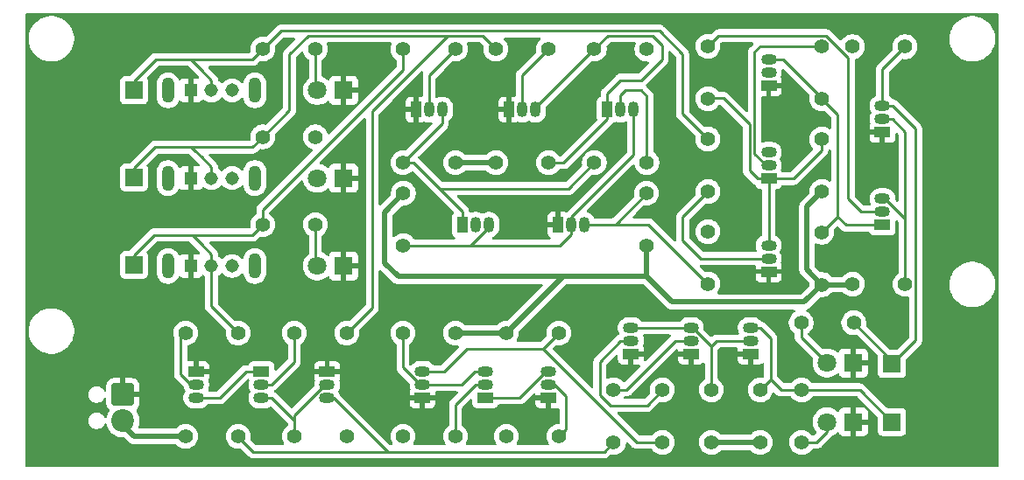
<source format=gbr>
%TF.GenerationSoftware,KiCad,Pcbnew,9.0.6*%
%TF.CreationDate,2025-12-12T18:42:13+07:00*%
%TF.ProjectId,FA_1Bit,46415f31-4269-4742-9e6b-696361645f70,0*%
%TF.SameCoordinates,Original*%
%TF.FileFunction,Copper,L1,Top*%
%TF.FilePolarity,Positive*%
%FSLAX46Y46*%
G04 Gerber Fmt 4.6, Leading zero omitted, Abs format (unit mm)*
G04 Created by KiCad (PCBNEW 9.0.6) date 2025-12-12 18:42:13*
%MOMM*%
%LPD*%
G01*
G04 APERTURE LIST*
G04 Aperture macros list*
%AMRoundRect*
0 Rectangle with rounded corners*
0 $1 Rounding radius*
0 $2 $3 $4 $5 $6 $7 $8 $9 X,Y pos of 4 corners*
0 Add a 4 corners polygon primitive as box body*
4,1,4,$2,$3,$4,$5,$6,$7,$8,$9,$2,$3,0*
0 Add four circle primitives for the rounded corners*
1,1,$1+$1,$2,$3*
1,1,$1+$1,$4,$5*
1,1,$1+$1,$6,$7*
1,1,$1+$1,$8,$9*
0 Add four rect primitives between the rounded corners*
20,1,$1+$1,$2,$3,$4,$5,0*
20,1,$1+$1,$4,$5,$6,$7,0*
20,1,$1+$1,$6,$7,$8,$9,0*
20,1,$1+$1,$8,$9,$2,$3,0*%
G04 Aperture macros list end*
%TA.AperFunction,ComponentPad*%
%ADD10C,1.400000*%
%TD*%
%TA.AperFunction,ComponentPad*%
%ADD11R,1.500000X1.050000*%
%TD*%
%TA.AperFunction,ComponentPad*%
%ADD12O,1.500000X1.050000*%
%TD*%
%TA.AperFunction,ComponentPad*%
%ADD13RoundRect,0.249999X-0.850001X0.850001X-0.850001X-0.850001X0.850001X-0.850001X0.850001X0.850001X0*%
%TD*%
%TA.AperFunction,ComponentPad*%
%ADD14C,2.200000*%
%TD*%
%TA.AperFunction,ComponentPad*%
%ADD15R,1.700000X1.700000*%
%TD*%
%TA.AperFunction,ComponentPad*%
%ADD16R,1.800000X1.800000*%
%TD*%
%TA.AperFunction,ComponentPad*%
%ADD17C,1.800000*%
%TD*%
%TA.AperFunction,ComponentPad*%
%ADD18R,1.308000X1.308000*%
%TD*%
%TA.AperFunction,ComponentPad*%
%ADD19C,1.308000*%
%TD*%
%TA.AperFunction,ComponentPad*%
%ADD20O,1.230000X2.460000*%
%TD*%
%TA.AperFunction,ComponentPad*%
%ADD21R,1.050000X1.500000*%
%TD*%
%TA.AperFunction,ComponentPad*%
%ADD22O,1.050000X1.500000*%
%TD*%
%TA.AperFunction,Conductor*%
%ADD23C,0.250000*%
%TD*%
%TA.AperFunction,Conductor*%
%ADD24C,0.200000*%
%TD*%
%TA.AperFunction,Conductor*%
%ADD25C,0.500000*%
%TD*%
G04 APERTURE END LIST*
D10*
%TO.P,R31,1*%
%TO.N,Net-(Q17-B)*%
X97546667Y-137500000D03*
%TO.P,R31,2*%
%TO.N,/net_2*%
X97546667Y-142580000D03*
%TD*%
%TO.P,R24,1*%
%TO.N,+5V*%
X96000000Y-123540000D03*
%TO.P,R24,2*%
%TO.N,/net_0*%
X96000000Y-118460000D03*
%TD*%
%TO.P,R7,1*%
%TO.N,Net-(Q5-E)*%
X112955000Y-109310000D03*
%TO.P,R7,2*%
%TO.N,Net-(Q1-B)*%
X112955000Y-104230000D03*
%TD*%
%TO.P,R29,1*%
%TO.N,Net-(D5-A)*%
X111000000Y-142580000D03*
%TO.P,R29,2*%
%TO.N,/co*%
X111000000Y-137500000D03*
%TD*%
%TO.P,R32,1*%
%TO.N,+5V*%
X102273333Y-142580000D03*
%TO.P,R32,2*%
%TO.N,Net-(Q17-C)*%
X102273333Y-137500000D03*
%TD*%
%TO.P,R8,1*%
%TO.N,+5V*%
X77540000Y-132000000D03*
%TO.P,R8,2*%
%TO.N,Net-(Q3-C)*%
X72460000Y-132000000D03*
%TD*%
D11*
%TO.P,Q4,1,E*%
%TO.N,GND*%
X86500000Y-138270000D03*
D12*
%TO.P,Q4,2,B*%
%TO.N,Net-(Q4-B)*%
X86500000Y-137000000D03*
%TO.P,Q4,3,C*%
%TO.N,Net-(Q3-E)*%
X86500000Y-135730000D03*
%TD*%
D11*
%TO.P,Q17,1,E*%
%TO.N,GND*%
X94500000Y-134040000D03*
D12*
%TO.P,Q17,2,B*%
%TO.N,Net-(Q17-B)*%
X94500000Y-132770000D03*
%TO.P,Q17,3,C*%
%TO.N,Net-(Q17-C)*%
X94500000Y-131500000D03*
%TD*%
D10*
%TO.P,R20,1*%
%TO.N,+5V*%
X67040000Y-142000000D03*
%TO.P,R20,2*%
%TO.N,Net-(Q11-C)*%
X61960000Y-142000000D03*
%TD*%
D13*
%TO.P,J6,1,Pin_1*%
%TO.N,GND*%
X45400000Y-137960000D03*
D14*
%TO.P,J6,2,Pin_2*%
%TO.N,+5V*%
X45400000Y-140500000D03*
%TD*%
D10*
%TO.P,R25,1*%
%TO.N,Net-(D1-A)*%
X64000000Y-104500000D03*
%TO.P,R25,2*%
%TO.N,/ci*%
X58920000Y-104500000D03*
%TD*%
D15*
%TO.P,J2,1,Pin_1*%
%TO.N,/x*%
X46460000Y-116945000D03*
%TD*%
D11*
%TO.P,Q6,1,E*%
%TO.N,GND*%
X107815000Y-108040000D03*
D12*
%TO.P,Q6,2,B*%
%TO.N,Net-(Q6-B)*%
X107815000Y-106770000D03*
%TO.P,Q6,3,C*%
%TO.N,Net-(Q5-E)*%
X107815000Y-105500000D03*
%TD*%
D10*
%TO.P,R6,1*%
%TO.N,+5V*%
X112955000Y-118310000D03*
%TO.P,R6,2*%
%TO.N,Net-(Q1-E)*%
X112955000Y-113230000D03*
%TD*%
D11*
%TO.P,Q7,1,E*%
%TO.N,GND*%
X74360000Y-138270000D03*
D12*
%TO.P,Q7,2,B*%
%TO.N,Net-(Q3-C)*%
X74360000Y-137000000D03*
%TO.P,Q7,3,C*%
%TO.N,/net_2*%
X74360000Y-135730000D03*
%TD*%
D15*
%TO.P,J1,1,Pin_1*%
%TO.N,/ci*%
X46460000Y-108500000D03*
%TD*%
D10*
%TO.P,R23,1*%
%TO.N,+5V*%
X72500000Y-118460000D03*
%TO.P,R23,2*%
%TO.N,Net-(Q13-C)*%
X72500000Y-123540000D03*
%TD*%
D16*
%TO.P,D3,1,K*%
%TO.N,GND*%
X66730000Y-125500000D03*
D17*
%TO.P,D3,2,A*%
%TO.N,Net-(D3-A)*%
X64190000Y-125500000D03*
%TD*%
D10*
%TO.P,R10,1*%
%TO.N,+5V*%
X82460000Y-132000000D03*
%TO.P,R10,2*%
%TO.N,/net_2*%
X87540000Y-132000000D03*
%TD*%
D18*
%TO.P,SW2,1,C*%
%TO.N,GND*%
X51960000Y-117000000D03*
D19*
%TO.P,SW2,2,B*%
%TO.N,/x*%
X53960000Y-117000000D03*
%TO.P,SW2,3,A*%
%TO.N,+5V*%
X55960000Y-117000000D03*
D20*
%TO.P,SW2,S1*%
%TO.N,N/C*%
X49760000Y-117000000D03*
%TO.P,SW2,S2*%
X58160000Y-117000000D03*
%TD*%
D18*
%TO.P,SW1,1,C*%
%TO.N,GND*%
X51960000Y-108500000D03*
D19*
%TO.P,SW1,2,B*%
%TO.N,/ci*%
X53960000Y-108500000D03*
%TO.P,SW1,3,A*%
%TO.N,+5V*%
X55960000Y-108500000D03*
D20*
%TO.P,SW1,S1*%
%TO.N,N/C*%
X49760000Y-108500000D03*
%TO.P,SW1,S2*%
X58160000Y-108500000D03*
%TD*%
D10*
%TO.P,R12,1*%
%TO.N,+5V*%
X115915000Y-104270000D03*
%TO.P,R12,2*%
%TO.N,/s*%
X120995000Y-104270000D03*
%TD*%
D16*
%TO.P,D2,1,K*%
%TO.N,GND*%
X66730000Y-117000000D03*
D17*
%TO.P,D2,2,A*%
%TO.N,Net-(D2-A)*%
X64190000Y-117000000D03*
%TD*%
D10*
%TO.P,R3,1*%
%TO.N,Net-(Q1-E)*%
X101955000Y-109310000D03*
%TO.P,R3,2*%
%TO.N,Net-(Q5-B)*%
X101955000Y-104230000D03*
%TD*%
%TO.P,R1,1*%
%TO.N,Net-(Q2-B)*%
X101955000Y-118310000D03*
%TO.P,R1,2*%
%TO.N,/ci*%
X101955000Y-113230000D03*
%TD*%
D16*
%TO.P,D1,1,K*%
%TO.N,GND*%
X66730000Y-108500000D03*
D17*
%TO.P,D1,2,A*%
%TO.N,Net-(D1-A)*%
X64190000Y-108500000D03*
%TD*%
D18*
%TO.P,SW3,1,C*%
%TO.N,GND*%
X51960000Y-125500000D03*
D19*
%TO.P,SW3,2,B*%
%TO.N,/y*%
X53960000Y-125500000D03*
%TO.P,SW3,3,A*%
%TO.N,+5V*%
X55960000Y-125500000D03*
D20*
%TO.P,SW3,S1*%
%TO.N,N/C*%
X49760000Y-125500000D03*
%TO.P,SW3,S2*%
X58160000Y-125500000D03*
%TD*%
D11*
%TO.P,Q1,1,E*%
%TO.N,Net-(Q1-E)*%
X107815000Y-117040000D03*
D12*
%TO.P,Q1,2,B*%
%TO.N,Net-(Q1-B)*%
X107815000Y-115770000D03*
%TO.P,Q1,3,C*%
%TO.N,Net-(Q1-C)*%
X107815000Y-114500000D03*
%TD*%
D10*
%TO.P,R11,1*%
%TO.N,+5V*%
X115915000Y-127270000D03*
%TO.P,R11,2*%
%TO.N,Net-(Q1-C)*%
X120995000Y-127270000D03*
%TD*%
%TO.P,R30,1*%
%TO.N,Net-(Q18-B)*%
X92820000Y-137500000D03*
%TO.P,R30,2*%
%TO.N,/net_1*%
X92820000Y-142580000D03*
%TD*%
%TO.P,R9,1*%
%TO.N,+5V*%
X112955000Y-127310000D03*
%TO.P,R9,2*%
%TO.N,Net-(Q5-E)*%
X112955000Y-122230000D03*
%TD*%
%TO.P,R28,1*%
%TO.N,Net-(D4-A)*%
X110960000Y-131000000D03*
%TO.P,R28,2*%
%TO.N,/s*%
X116040000Y-131000000D03*
%TD*%
%TO.P,R18,1*%
%TO.N,+5V*%
X81460000Y-115500000D03*
%TO.P,R18,2*%
%TO.N,Net-(Q10-C)*%
X86540000Y-115500000D03*
%TD*%
D11*
%TO.P,Q15,1,E*%
%TO.N,GND*%
X65140000Y-135730000D03*
D12*
%TO.P,Q15,2,B*%
%TO.N,Net-(Q11-C)*%
X65140000Y-137000000D03*
%TO.P,Q15,3,C*%
%TO.N,/net_1*%
X65140000Y-138270000D03*
%TD*%
D10*
%TO.P,R26,1*%
%TO.N,Net-(D2-A)*%
X64000000Y-113000000D03*
%TO.P,R26,2*%
%TO.N,/x*%
X58920000Y-113000000D03*
%TD*%
%TO.P,R5,1*%
%TO.N,Net-(Q4-B)*%
X87540000Y-142000000D03*
%TO.P,R5,2*%
%TO.N,/net_0*%
X82460000Y-142000000D03*
%TD*%
%TO.P,R27,1*%
%TO.N,Net-(D3-A)*%
X64000000Y-121500000D03*
%TO.P,R27,2*%
%TO.N,/y*%
X58920000Y-121500000D03*
%TD*%
%TO.P,R4,1*%
%TO.N,Net-(Q3-B)*%
X77540000Y-142000000D03*
%TO.P,R4,2*%
%TO.N,/ci*%
X72460000Y-142000000D03*
%TD*%
D11*
%TO.P,Q18,1,E*%
%TO.N,GND*%
X100290000Y-134040000D03*
D12*
%TO.P,Q18,2,B*%
%TO.N,Net-(Q18-B)*%
X100290000Y-132770000D03*
%TO.P,Q18,3,C*%
%TO.N,Net-(Q17-C)*%
X100290000Y-131500000D03*
%TD*%
D21*
%TO.P,Q14,1,E*%
%TO.N,GND*%
X73730000Y-110360000D03*
D22*
%TO.P,Q14,2,B*%
%TO.N,Net-(Q14-B)*%
X75000000Y-110360000D03*
%TO.P,Q14,3,C*%
%TO.N,Net-(Q13-E)*%
X76270000Y-110360000D03*
%TD*%
D10*
%TO.P,R22,1*%
%TO.N,+5V*%
X51460000Y-142000000D03*
%TO.P,R22,2*%
%TO.N,/net_1*%
X56540000Y-142000000D03*
%TD*%
D11*
%TO.P,Q3,1,E*%
%TO.N,Net-(Q3-E)*%
X80430000Y-138270000D03*
D12*
%TO.P,Q3,2,B*%
%TO.N,Net-(Q3-B)*%
X80430000Y-137000000D03*
%TO.P,Q3,3,C*%
%TO.N,Net-(Q3-C)*%
X80430000Y-135730000D03*
%TD*%
D11*
%TO.P,Q12,1,E*%
%TO.N,GND*%
X52500000Y-135730000D03*
D12*
%TO.P,Q12,2,B*%
%TO.N,Net-(Q12-B)*%
X52500000Y-137000000D03*
%TO.P,Q12,3,C*%
%TO.N,Net-(Q11-E)*%
X52500000Y-138270000D03*
%TD*%
D21*
%TO.P,Q9,1,E*%
%TO.N,Net-(Q10-C)*%
X92230000Y-110360000D03*
D22*
%TO.P,Q9,2,B*%
%TO.N,Net-(Q9-B)*%
X93500000Y-110360000D03*
%TO.P,Q9,3,C*%
%TO.N,Net-(Q13-C)*%
X94770000Y-110360000D03*
%TD*%
D11*
%TO.P,Q11,1,E*%
%TO.N,Net-(Q11-E)*%
X58790000Y-135730000D03*
D12*
%TO.P,Q11,2,B*%
%TO.N,Net-(Q11-B)*%
X58790000Y-137000000D03*
%TO.P,Q11,3,C*%
%TO.N,Net-(Q11-C)*%
X58790000Y-138270000D03*
%TD*%
D10*
%TO.P,R17,1*%
%TO.N,Net-(Q12-B)*%
X51460000Y-132000000D03*
%TO.P,R17,2*%
%TO.N,/y*%
X56540000Y-132000000D03*
%TD*%
%TO.P,R33,1*%
%TO.N,+5V*%
X107000000Y-142580000D03*
%TO.P,R33,2*%
%TO.N,/co*%
X107000000Y-137500000D03*
%TD*%
%TO.P,R14,1*%
%TO.N,Net-(Q14-B)*%
X77540000Y-104500000D03*
%TO.P,R14,2*%
%TO.N,/y*%
X72460000Y-104500000D03*
%TD*%
D11*
%TO.P,Q2,1,E*%
%TO.N,GND*%
X107815000Y-126040000D03*
D12*
%TO.P,Q2,2,B*%
%TO.N,Net-(Q2-B)*%
X107815000Y-124770000D03*
%TO.P,Q2,3,C*%
%TO.N,Net-(Q1-E)*%
X107815000Y-123500000D03*
%TD*%
D10*
%TO.P,R13,1*%
%TO.N,Net-(Q10-B)*%
X86540000Y-104500000D03*
%TO.P,R13,2*%
%TO.N,/x*%
X81460000Y-104500000D03*
%TD*%
D11*
%TO.P,Q19,1,E*%
%TO.N,GND*%
X106080000Y-134040000D03*
D12*
%TO.P,Q19,2,B*%
%TO.N,Net-(Q17-C)*%
X106080000Y-132770000D03*
%TO.P,Q19,3,C*%
%TO.N,/co*%
X106080000Y-131500000D03*
%TD*%
D15*
%TO.P,J3,1,Pin_1*%
%TO.N,/y*%
X46460000Y-125390000D03*
%TD*%
D21*
%TO.P,Q10,1,E*%
%TO.N,GND*%
X82730000Y-110360000D03*
D22*
%TO.P,Q10,2,B*%
%TO.N,Net-(Q10-B)*%
X84000000Y-110360000D03*
%TO.P,Q10,3,C*%
%TO.N,Net-(Q10-C)*%
X85270000Y-110360000D03*
%TD*%
D21*
%TO.P,Q16,1,E*%
%TO.N,GND*%
X87460000Y-121500000D03*
D22*
%TO.P,Q16,2,B*%
%TO.N,Net-(Q13-C)*%
X88730000Y-121500000D03*
%TO.P,Q16,3,C*%
%TO.N,/net_0*%
X90000000Y-121500000D03*
%TD*%
D11*
%TO.P,Q5,1,E*%
%TO.N,Net-(Q5-E)*%
X118815000Y-121540000D03*
D12*
%TO.P,Q5,2,B*%
%TO.N,Net-(Q5-B)*%
X118815000Y-120270000D03*
%TO.P,Q5,3,C*%
%TO.N,Net-(Q1-C)*%
X118815000Y-119000000D03*
%TD*%
D21*
%TO.P,Q13,1,E*%
%TO.N,Net-(Q13-E)*%
X78230000Y-121500000D03*
D22*
%TO.P,Q13,2,B*%
%TO.N,Net-(Q13-B)*%
X79500000Y-121500000D03*
%TO.P,Q13,3,C*%
%TO.N,Net-(Q13-C)*%
X80770000Y-121500000D03*
%TD*%
D10*
%TO.P,R15,1*%
%TO.N,Net-(Q10-C)*%
X90960000Y-104500000D03*
%TO.P,R15,2*%
%TO.N,Net-(Q13-B)*%
X96040000Y-104500000D03*
%TD*%
D15*
%TO.P,J4,1,Pin_1*%
%TO.N,/s*%
X119730000Y-135000000D03*
%TD*%
D10*
%TO.P,R2,1*%
%TO.N,Net-(Q6-B)*%
X101955000Y-122190000D03*
%TO.P,R2,2*%
%TO.N,/net_0*%
X101955000Y-127270000D03*
%TD*%
%TO.P,R19,1*%
%TO.N,Net-(Q13-E)*%
X90960000Y-115500000D03*
%TO.P,R19,2*%
%TO.N,Net-(Q9-B)*%
X96040000Y-115500000D03*
%TD*%
D15*
%TO.P,J5,1,Pin_1*%
%TO.N,/co*%
X119730000Y-140610000D03*
%TD*%
D11*
%TO.P,Q8,1,E*%
%TO.N,GND*%
X118815000Y-112540000D03*
D12*
%TO.P,Q8,2,B*%
%TO.N,Net-(Q1-C)*%
X118815000Y-111270000D03*
%TO.P,Q8,3,C*%
%TO.N,/s*%
X118815000Y-110000000D03*
%TD*%
D10*
%TO.P,R21,1*%
%TO.N,+5V*%
X77540000Y-115500000D03*
%TO.P,R21,2*%
%TO.N,Net-(Q13-E)*%
X72460000Y-115500000D03*
%TD*%
D16*
%TO.P,D5,1,K*%
%TO.N,GND*%
X116000000Y-140610000D03*
D17*
%TO.P,D5,2,A*%
%TO.N,Net-(D5-A)*%
X113460000Y-140610000D03*
%TD*%
D16*
%TO.P,D4,1,K*%
%TO.N,GND*%
X116000000Y-134890000D03*
D17*
%TO.P,D4,2,A*%
%TO.N,Net-(D4-A)*%
X113460000Y-134890000D03*
%TD*%
D10*
%TO.P,R16,1*%
%TO.N,Net-(Q11-B)*%
X61960000Y-132000000D03*
%TO.P,R16,2*%
%TO.N,/x*%
X67040000Y-132000000D03*
%TD*%
D23*
%TO.N,Net-(D1-A)*%
X64000000Y-104500000D02*
X64000000Y-108310000D01*
D24*
X64000000Y-108310000D02*
X64190000Y-108500000D01*
%TO.N,Net-(D2-A)*%
X64000000Y-116810000D02*
X64190000Y-117000000D01*
%TO.N,Net-(D3-A)*%
X64000000Y-125310000D02*
X64190000Y-125500000D01*
D23*
X64000000Y-121500000D02*
X64000000Y-125310000D01*
%TO.N,Net-(D4-A)*%
X110960000Y-132390000D02*
X113460000Y-134890000D01*
X110960000Y-131000000D02*
X110960000Y-132390000D01*
%TO.N,Net-(D5-A)*%
X111000000Y-142580000D02*
X112420000Y-142580000D01*
X113460000Y-141540000D02*
X113460000Y-140610000D01*
X112420000Y-142580000D02*
X113460000Y-141540000D01*
%TO.N,/ci*%
X51960000Y-105500000D02*
X52260000Y-105800000D01*
X46460000Y-108500000D02*
X46460000Y-107640000D01*
X99500000Y-110775000D02*
X101955000Y-113230000D01*
X58920000Y-104500000D02*
X60671000Y-102749000D01*
X53960000Y-107500000D02*
X53960000Y-108500000D01*
X97249000Y-102749000D02*
X99500000Y-105000000D01*
X52960000Y-106500000D02*
X53960000Y-107500000D01*
X52260000Y-105800000D02*
X52960000Y-106500000D01*
X48600000Y-105500000D02*
X51960000Y-105500000D01*
X46460000Y-107640000D02*
X48600000Y-105500000D01*
X99500000Y-105000000D02*
X99500000Y-110775000D01*
X60671000Y-102749000D02*
X97249000Y-102749000D01*
X57920000Y-105500000D02*
X51960000Y-105500000D01*
X58920000Y-104500000D02*
X57920000Y-105500000D01*
%TO.N,/x*%
X76800000Y-103200000D02*
X80160000Y-103200000D01*
X76800000Y-103200000D02*
X63300000Y-103200000D01*
X61500000Y-105000000D02*
X61500000Y-110420000D01*
X46460000Y-116040000D02*
X48500000Y-114000000D01*
X80160000Y-103200000D02*
X81460000Y-104500000D01*
X58920000Y-113000000D02*
X57920000Y-114000000D01*
X67040000Y-132000000D02*
X69500000Y-129540000D01*
X52015000Y-114000000D02*
X52315000Y-114300000D01*
X57920000Y-114000000D02*
X52015000Y-114000000D01*
X61500000Y-110420000D02*
X58920000Y-113000000D01*
X52415000Y-114400000D02*
X52960000Y-114945000D01*
X63300000Y-103200000D02*
X61500000Y-105000000D01*
X69500000Y-110500000D02*
X76800000Y-103200000D01*
X52315000Y-114300000D02*
X52415000Y-114400000D01*
X48500000Y-114000000D02*
X52015000Y-114000000D01*
X69500000Y-129540000D02*
X69500000Y-110500000D01*
X52960000Y-114945000D02*
X53960000Y-115945000D01*
X53960000Y-115945000D02*
X53960000Y-117000000D01*
X46460000Y-116945000D02*
X46460000Y-116040000D01*
%TO.N,/y*%
X58920000Y-120037814D02*
X72460000Y-106497814D01*
X53960000Y-129420000D02*
X56540000Y-132000000D01*
X53960000Y-125500000D02*
X53960000Y-129420000D01*
X53960000Y-124390000D02*
X53960000Y-125500000D01*
X58920000Y-121500000D02*
X58920000Y-120037814D01*
X57920000Y-122500000D02*
X52070000Y-122500000D01*
X48400000Y-122500000D02*
X52070000Y-122500000D01*
X46460000Y-124440000D02*
X48400000Y-122500000D01*
X72460000Y-106497814D02*
X72460000Y-104500000D01*
X46460000Y-125390000D02*
X46460000Y-124440000D01*
X52070000Y-122500000D02*
X52370000Y-122800000D01*
X58920000Y-121500000D02*
X57920000Y-122500000D01*
X52370000Y-122800000D02*
X52960000Y-123390000D01*
X52960000Y-123390000D02*
X53960000Y-124390000D01*
%TO.N,/s*%
X122021000Y-132709000D02*
X119730000Y-135000000D01*
X119730000Y-134690000D02*
X119730000Y-135000000D01*
X116040000Y-131000000D02*
X119730000Y-134690000D01*
X119815000Y-110000000D02*
X122021000Y-112206000D01*
X118815000Y-106450000D02*
X120995000Y-104270000D01*
X122021000Y-112206000D02*
X122021000Y-132709000D01*
X118815000Y-110000000D02*
X119815000Y-110000000D01*
X118815000Y-110000000D02*
X118815000Y-106450000D01*
%TO.N,/co*%
X108000000Y-136500000D02*
X107000000Y-137500000D01*
X108000000Y-132500000D02*
X108000000Y-136500000D01*
X107000000Y-131500000D02*
X108000000Y-132500000D01*
X106080000Y-131500000D02*
X107000000Y-131500000D01*
X111000000Y-137500000D02*
X116620000Y-137500000D01*
X108000000Y-136500000D02*
X109000000Y-137500000D01*
X109000000Y-137500000D02*
X111000000Y-137500000D01*
X116620000Y-137500000D02*
X119730000Y-140610000D01*
D25*
%TO.N,+5V*%
X72500000Y-118460000D02*
X72500000Y-118500000D01*
X87960000Y-126500000D02*
X96000000Y-126500000D01*
X77540000Y-115500000D02*
X81460000Y-115500000D01*
X72500000Y-118500000D02*
X70700000Y-120300000D01*
X102273333Y-142580000D02*
X107000000Y-142580000D01*
X111500000Y-119765000D02*
X111500000Y-125855000D01*
X46500000Y-142000000D02*
X51460000Y-142000000D01*
X112955000Y-127310000D02*
X115875000Y-127310000D01*
X77540000Y-132000000D02*
X82460000Y-132000000D01*
X70700000Y-120300000D02*
X70700000Y-125200000D01*
X115875000Y-127310000D02*
X115915000Y-127270000D01*
X112955000Y-118310000D02*
X111500000Y-119765000D01*
X111265000Y-129000000D02*
X112955000Y-127310000D01*
X98500000Y-129000000D02*
X111265000Y-129000000D01*
X72000000Y-126500000D02*
X87960000Y-126500000D01*
X45400000Y-140900000D02*
X46500000Y-142000000D01*
X96000000Y-126500000D02*
X98500000Y-129000000D01*
X45400000Y-140500000D02*
X45400000Y-140900000D01*
X70700000Y-125200000D02*
X72000000Y-126500000D01*
X111500000Y-125855000D02*
X112955000Y-127310000D01*
X96000000Y-123540000D02*
X96000000Y-126500000D01*
X82460000Y-132000000D02*
X87960000Y-126500000D01*
D23*
%TO.N,Net-(Q1-B)*%
X106455000Y-114635000D02*
X106455000Y-104770000D01*
X107815000Y-115770000D02*
X107590000Y-115770000D01*
X106995000Y-104230000D02*
X112955000Y-104230000D01*
X106455000Y-104770000D02*
X106995000Y-104230000D01*
X107590000Y-115770000D02*
X106455000Y-114635000D01*
%TO.N,Net-(Q1-E)*%
X110185000Y-117040000D02*
X112955000Y-114270000D01*
X101995000Y-109270000D02*
X101955000Y-109310000D01*
X112955000Y-114270000D02*
X112955000Y-113230000D01*
X107815000Y-117040000D02*
X106725000Y-117040000D01*
X107815000Y-117040000D02*
X110185000Y-117040000D01*
X103455000Y-109270000D02*
X101995000Y-109270000D01*
X105955000Y-116270000D02*
X105955000Y-111770000D01*
X106725000Y-117040000D02*
X105955000Y-116270000D01*
X107815000Y-123500000D02*
X107815000Y-117040000D01*
X105955000Y-111770000D02*
X103455000Y-109270000D01*
%TO.N,Net-(Q1-C)*%
X119040000Y-119000000D02*
X118815000Y-119000000D01*
X120995000Y-127270000D02*
X120995000Y-120955000D01*
X119765000Y-111270000D02*
X118815000Y-111270000D01*
X120995000Y-112500000D02*
X119765000Y-111270000D01*
X120995000Y-120955000D02*
X120995000Y-112500000D01*
X120995000Y-120955000D02*
X119040000Y-119000000D01*
%TO.N,Net-(Q2-B)*%
X99500000Y-123000000D02*
X99500000Y-120765000D01*
X107815000Y-124770000D02*
X101270000Y-124770000D01*
X99500000Y-120765000D02*
X101955000Y-118310000D01*
X101270000Y-124770000D02*
X99500000Y-123000000D01*
%TO.N,Net-(Q3-E)*%
X83735000Y-138270000D02*
X80430000Y-138270000D01*
X86275000Y-135730000D02*
X83735000Y-138270000D01*
X86500000Y-135730000D02*
X86275000Y-135730000D01*
%TO.N,Net-(Q3-C)*%
X72460000Y-132000000D02*
X72460000Y-135325000D01*
X72460000Y-135325000D02*
X74135000Y-137000000D01*
X74135000Y-137000000D02*
X74360000Y-137000000D01*
X78140000Y-137000000D02*
X79410000Y-135730000D01*
X79410000Y-135730000D02*
X80430000Y-135730000D01*
X74360000Y-137000000D02*
X78140000Y-137000000D01*
%TO.N,Net-(Q3-B)*%
X77540000Y-138940000D02*
X79480000Y-137000000D01*
X79480000Y-137000000D02*
X80430000Y-137000000D01*
X77540000Y-142000000D02*
X77540000Y-138940000D01*
%TO.N,Net-(Q4-B)*%
X86500000Y-137000000D02*
X87107000Y-137000000D01*
X87107000Y-137000000D02*
X88240000Y-138133000D01*
X88240000Y-141300000D02*
X87540000Y-142000000D01*
X88240000Y-138133000D02*
X88240000Y-141300000D01*
%TO.N,Net-(Q5-B)*%
X113379984Y-103204000D02*
X115500000Y-105324016D01*
X115500000Y-105324016D02*
X115500000Y-119000000D01*
X115500000Y-119000000D02*
X116770000Y-120270000D01*
X116770000Y-120270000D02*
X118815000Y-120270000D01*
X101955000Y-104230000D02*
X102981000Y-103204000D01*
X102981000Y-103204000D02*
X113379984Y-103204000D01*
%TO.N,Net-(Q5-E)*%
X114455000Y-120730000D02*
X114455000Y-110810000D01*
X109185000Y-105500000D02*
X107815000Y-105500000D01*
X112955000Y-109270000D02*
X109185000Y-105500000D01*
X112955000Y-122230000D02*
X114455000Y-120730000D01*
X115265000Y-121540000D02*
X114455000Y-120730000D01*
X114455000Y-110810000D02*
X112955000Y-109310000D01*
X112955000Y-109310000D02*
X112955000Y-109270000D01*
X118815000Y-121540000D02*
X115265000Y-121540000D01*
%TO.N,/net_2*%
X95080000Y-142580000D02*
X86000000Y-133500000D01*
X86000000Y-133500000D02*
X78640000Y-133500000D01*
X76410000Y-135730000D02*
X74360000Y-135730000D01*
X97546667Y-142580000D02*
X95080000Y-142580000D01*
X86000000Y-133500000D02*
X87500000Y-132000000D01*
X87500000Y-132000000D02*
X87540000Y-132000000D01*
X78640000Y-133500000D02*
X76410000Y-135730000D01*
%TO.N,Net-(Q9-B)*%
X93500000Y-109000000D02*
X94000000Y-108500000D01*
X93500000Y-110360000D02*
X93500000Y-109000000D01*
X95500000Y-108500000D02*
X96040000Y-109040000D01*
X94000000Y-108500000D02*
X95500000Y-108500000D01*
X96040000Y-109040000D02*
X96040000Y-115500000D01*
%TO.N,Net-(Q10-C)*%
X97500000Y-105500000D02*
X95500000Y-107500000D01*
X88000000Y-115500000D02*
X86540000Y-115500000D01*
X92230000Y-110360000D02*
X92230000Y-111270000D01*
X92260000Y-103200000D02*
X96562190Y-103200000D01*
X92230000Y-111270000D02*
X88000000Y-115500000D01*
X85270000Y-110190000D02*
X90960000Y-104500000D01*
X95500000Y-107500000D02*
X93500000Y-107500000D01*
X93500000Y-107500000D02*
X92230000Y-108770000D01*
X97500000Y-104137810D02*
X97500000Y-105500000D01*
X92230000Y-108770000D02*
X92230000Y-110360000D01*
X90960000Y-104500000D02*
X92260000Y-103200000D01*
X96562190Y-103200000D02*
X97500000Y-104137810D01*
X85270000Y-110360000D02*
X85270000Y-110190000D01*
%TO.N,Net-(Q13-C)*%
X88730000Y-121500000D02*
X88730000Y-122450000D01*
X94770000Y-110360000D02*
X94770000Y-114730000D01*
X94770000Y-114730000D02*
X88730000Y-120770000D01*
X88730000Y-120770000D02*
X88730000Y-121500000D01*
X80770000Y-121725000D02*
X80770000Y-121500000D01*
X87640000Y-123540000D02*
X78955000Y-123540000D01*
X88730000Y-122450000D02*
X87640000Y-123540000D01*
X72500000Y-123540000D02*
X78955000Y-123540000D01*
X78955000Y-123540000D02*
X80770000Y-121725000D01*
%TO.N,Net-(Q10-B)*%
X84000000Y-107040000D02*
X84000000Y-110360000D01*
X86540000Y-104500000D02*
X84000000Y-107040000D01*
%TO.N,Net-(Q11-C)*%
X61960000Y-139955000D02*
X61960000Y-140460000D01*
X65140000Y-137000000D02*
X64915000Y-137000000D01*
X59770000Y-138270000D02*
X61960000Y-140460000D01*
X61960000Y-140460000D02*
X61960000Y-142000000D01*
X58790000Y-138270000D02*
X59770000Y-138270000D01*
X64915000Y-137000000D02*
X61960000Y-139955000D01*
%TO.N,Net-(Q11-E)*%
X57270000Y-135730000D02*
X54730000Y-138270000D01*
X58790000Y-135730000D02*
X57270000Y-135730000D01*
X54730000Y-138270000D02*
X52500000Y-138270000D01*
%TO.N,Net-(Q11-B)*%
X61960000Y-134780000D02*
X59740000Y-137000000D01*
X61960000Y-132000000D02*
X61960000Y-134780000D01*
X59740000Y-137000000D02*
X58790000Y-137000000D01*
%TO.N,Net-(Q12-B)*%
X51460000Y-132000000D02*
X51000000Y-132460000D01*
X51000000Y-132460000D02*
X51000000Y-136000000D01*
X52000000Y-137000000D02*
X52500000Y-137000000D01*
X51000000Y-136000000D02*
X52000000Y-137000000D01*
%TO.N,Net-(Q13-E)*%
X73500000Y-115500000D02*
X76000000Y-118000000D01*
X76270000Y-111690000D02*
X72460000Y-115500000D01*
X76000000Y-118000000D02*
X78230000Y-120230000D01*
X88460000Y-118000000D02*
X76000000Y-118000000D01*
X90960000Y-115500000D02*
X88460000Y-118000000D01*
X78230000Y-120230000D02*
X78230000Y-121500000D01*
X72460000Y-115500000D02*
X73500000Y-115500000D01*
X76270000Y-110360000D02*
X76270000Y-111690000D01*
%TO.N,Net-(Q14-B)*%
X75000000Y-107040000D02*
X75000000Y-110360000D01*
X77540000Y-104500000D02*
X75000000Y-107040000D01*
%TO.N,/net_1*%
X56540000Y-142000000D02*
X56500000Y-142000000D01*
X65770000Y-138270000D02*
X71000000Y-143500000D01*
X58000000Y-143500000D02*
X71000000Y-143500000D01*
X71000000Y-143500000D02*
X91900000Y-143500000D01*
X56500000Y-142000000D02*
X58000000Y-143500000D01*
X91900000Y-143500000D02*
X92820000Y-142580000D01*
X65140000Y-138270000D02*
X65770000Y-138270000D01*
%TO.N,/net_0*%
X93000000Y-121500000D02*
X90000000Y-121500000D01*
X96185000Y-121500000D02*
X93000000Y-121500000D01*
X96000000Y-118460000D02*
X96000000Y-118500000D01*
X96000000Y-118500000D02*
X93000000Y-121500000D01*
X101955000Y-127270000D02*
X96185000Y-121500000D01*
%TO.N,Net-(Q17-B)*%
X92500000Y-139000000D02*
X96046667Y-139000000D01*
X91500000Y-134770000D02*
X91500000Y-138000000D01*
X93500000Y-132770000D02*
X91500000Y-134770000D01*
X96046667Y-139000000D02*
X97546667Y-137500000D01*
X91500000Y-138000000D02*
X92500000Y-139000000D01*
X94500000Y-132770000D02*
X93500000Y-132770000D01*
%TO.N,Net-(Q17-C)*%
X102273333Y-137500000D02*
X102273333Y-135626667D01*
X102273333Y-133313333D02*
X102273333Y-135626667D01*
X100290000Y-131500000D02*
X100460000Y-131500000D01*
X102816666Y-132770000D02*
X106080000Y-132770000D01*
X100460000Y-131500000D02*
X102273333Y-133313333D01*
X94500000Y-131500000D02*
X100290000Y-131500000D01*
X102273333Y-133313333D02*
X102816666Y-132770000D01*
%TO.N,Net-(Q18-B)*%
X98770000Y-132770000D02*
X100290000Y-132770000D01*
X92820000Y-137500000D02*
X94040000Y-137500000D01*
X94040000Y-137500000D02*
X98770000Y-132770000D01*
%TD*%
%TA.AperFunction,Conductor*%
%TO.N,GND*%
G36*
X85169334Y-137822768D02*
G01*
X85225267Y-137864640D01*
X85249684Y-137930104D01*
X85250000Y-137938950D01*
X85250000Y-138020000D01*
X86134134Y-138020000D01*
X86136953Y-138020032D01*
X86147740Y-138020277D01*
X86173997Y-138025500D01*
X86214170Y-138025500D01*
X86199925Y-138039745D01*
X86150556Y-138125255D01*
X86125000Y-138220630D01*
X86125000Y-138319370D01*
X86150556Y-138414745D01*
X86199925Y-138500255D01*
X86219670Y-138520000D01*
X85250000Y-138520000D01*
X85250000Y-138842844D01*
X85256401Y-138902372D01*
X85256403Y-138902379D01*
X85306645Y-139037086D01*
X85306649Y-139037093D01*
X85392809Y-139152187D01*
X85392812Y-139152190D01*
X85507906Y-139238350D01*
X85507913Y-139238354D01*
X85642620Y-139288596D01*
X85642627Y-139288598D01*
X85702155Y-139294999D01*
X85702172Y-139295000D01*
X86250000Y-139295000D01*
X86250000Y-138550330D01*
X86269745Y-138570075D01*
X86355255Y-138619444D01*
X86450630Y-138645000D01*
X86549370Y-138645000D01*
X86644745Y-138619444D01*
X86730255Y-138570075D01*
X86750000Y-138550330D01*
X86750000Y-139295000D01*
X87297828Y-139295000D01*
X87297844Y-139294999D01*
X87357372Y-139288598D01*
X87357379Y-139288596D01*
X87447167Y-139255108D01*
X87516858Y-139250124D01*
X87578181Y-139283609D01*
X87611666Y-139344932D01*
X87614500Y-139371290D01*
X87614500Y-140675500D01*
X87594815Y-140742539D01*
X87542011Y-140788294D01*
X87490500Y-140799500D01*
X87445514Y-140799500D01*
X87258881Y-140829059D01*
X87079163Y-140887454D01*
X86910800Y-140973240D01*
X86833596Y-141029333D01*
X86757927Y-141084310D01*
X86757925Y-141084312D01*
X86757924Y-141084312D01*
X86624312Y-141217924D01*
X86624312Y-141217925D01*
X86624310Y-141217927D01*
X86609440Y-141238394D01*
X86513240Y-141370800D01*
X86427454Y-141539163D01*
X86369059Y-141718881D01*
X86339500Y-141905513D01*
X86339500Y-142094486D01*
X86369059Y-142281118D01*
X86427454Y-142460836D01*
X86505499Y-142614007D01*
X86513240Y-142629199D01*
X86546139Y-142674481D01*
X86548416Y-142677614D01*
X86571896Y-142743420D01*
X86556071Y-142811474D01*
X86505965Y-142860169D01*
X86448098Y-142874500D01*
X83551902Y-142874500D01*
X83484863Y-142854815D01*
X83439108Y-142802011D01*
X83429164Y-142732853D01*
X83451584Y-142677614D01*
X83453857Y-142674486D01*
X83486760Y-142629199D01*
X83572547Y-142460832D01*
X83630940Y-142281118D01*
X83634639Y-142257761D01*
X83660500Y-142094486D01*
X83660500Y-141905513D01*
X83630940Y-141718881D01*
X83578615Y-141557844D01*
X83572547Y-141539168D01*
X83572545Y-141539165D01*
X83572545Y-141539163D01*
X83486759Y-141370800D01*
X83467306Y-141344025D01*
X83375690Y-141217927D01*
X83242073Y-141084310D01*
X83089199Y-140973240D01*
X82920836Y-140887454D01*
X82741118Y-140829059D01*
X82554486Y-140799500D01*
X82554481Y-140799500D01*
X82365519Y-140799500D01*
X82365514Y-140799500D01*
X82178881Y-140829059D01*
X81999163Y-140887454D01*
X81830800Y-140973240D01*
X81753596Y-141029333D01*
X81677927Y-141084310D01*
X81677925Y-141084312D01*
X81677924Y-141084312D01*
X81544312Y-141217924D01*
X81544312Y-141217925D01*
X81544310Y-141217927D01*
X81529440Y-141238394D01*
X81433240Y-141370800D01*
X81347454Y-141539163D01*
X81289059Y-141718881D01*
X81259500Y-141905513D01*
X81259500Y-142094486D01*
X81289059Y-142281118D01*
X81347454Y-142460836D01*
X81425499Y-142614007D01*
X81433240Y-142629199D01*
X81466139Y-142674481D01*
X81468416Y-142677614D01*
X81491896Y-142743420D01*
X81476071Y-142811474D01*
X81425965Y-142860169D01*
X81368098Y-142874500D01*
X78631902Y-142874500D01*
X78564863Y-142854815D01*
X78519108Y-142802011D01*
X78509164Y-142732853D01*
X78531584Y-142677614D01*
X78533857Y-142674486D01*
X78566760Y-142629199D01*
X78652547Y-142460832D01*
X78710940Y-142281118D01*
X78714639Y-142257761D01*
X78740500Y-142094486D01*
X78740500Y-141905513D01*
X78710940Y-141718881D01*
X78658615Y-141557844D01*
X78652547Y-141539168D01*
X78652545Y-141539165D01*
X78652545Y-141539163D01*
X78566759Y-141370800D01*
X78547306Y-141344025D01*
X78455690Y-141217927D01*
X78322073Y-141084310D01*
X78246404Y-141029333D01*
X78216614Y-141007689D01*
X78173949Y-140952358D01*
X78165500Y-140907371D01*
X78165500Y-139250451D01*
X78185185Y-139183412D01*
X78201814Y-139162774D01*
X78967821Y-138396767D01*
X79029142Y-138363284D01*
X79098833Y-138368268D01*
X79154767Y-138410140D01*
X79179184Y-138475604D01*
X79179500Y-138484450D01*
X79179500Y-138842869D01*
X79179501Y-138842876D01*
X79185908Y-138902483D01*
X79236202Y-139037328D01*
X79236206Y-139037335D01*
X79322452Y-139152544D01*
X79322455Y-139152547D01*
X79437664Y-139238793D01*
X79437671Y-139238797D01*
X79572517Y-139289091D01*
X79572516Y-139289091D01*
X79579444Y-139289835D01*
X79632127Y-139295500D01*
X81227872Y-139295499D01*
X81287483Y-139289091D01*
X81422331Y-139238796D01*
X81537546Y-139152546D01*
X81623796Y-139037331D01*
X81646609Y-138976167D01*
X81688480Y-138920233D01*
X81753944Y-138895816D01*
X81762791Y-138895500D01*
X83796608Y-138895500D01*
X83796608Y-138895499D01*
X83882611Y-138878393D01*
X83917452Y-138871463D01*
X83950792Y-138857652D01*
X84031286Y-138824312D01*
X84082509Y-138790084D01*
X84133733Y-138755858D01*
X84220858Y-138668733D01*
X84220858Y-138668731D01*
X84231066Y-138658524D01*
X84231068Y-138658521D01*
X85038321Y-137851267D01*
X85099642Y-137817784D01*
X85169334Y-137822768D01*
G37*
%TD.AperFunction*%
%TA.AperFunction,Conductor*%
G36*
X93169334Y-134087770D02*
G01*
X93225267Y-134129642D01*
X93249684Y-134195106D01*
X93250000Y-134203952D01*
X93250000Y-134612844D01*
X93256401Y-134672372D01*
X93256403Y-134672379D01*
X93306645Y-134807086D01*
X93306649Y-134807093D01*
X93392809Y-134922187D01*
X93392812Y-134922190D01*
X93507906Y-135008350D01*
X93507913Y-135008354D01*
X93642620Y-135058596D01*
X93642627Y-135058598D01*
X93702155Y-135064999D01*
X93702172Y-135065000D01*
X94250000Y-135065000D01*
X94250000Y-134320330D01*
X94269745Y-134340075D01*
X94355255Y-134389444D01*
X94450630Y-134415000D01*
X94549370Y-134415000D01*
X94644745Y-134389444D01*
X94730255Y-134340075D01*
X94750000Y-134320330D01*
X94750000Y-135065000D01*
X95291047Y-135065000D01*
X95358086Y-135084685D01*
X95403841Y-135137489D01*
X95413785Y-135206647D01*
X95384760Y-135270203D01*
X95378728Y-135276681D01*
X93923266Y-136732142D01*
X93861943Y-136765627D01*
X93792251Y-136760643D01*
X93739454Y-136721119D01*
X93738854Y-136721632D01*
X93736574Y-136718962D01*
X93736318Y-136718771D01*
X93735731Y-136717975D01*
X93735687Y-136717924D01*
X93602075Y-136584312D01*
X93602074Y-136584311D01*
X93602073Y-136584310D01*
X93449199Y-136473240D01*
X93280836Y-136387454D01*
X93101118Y-136329059D01*
X92914486Y-136299500D01*
X92914481Y-136299500D01*
X92725519Y-136299500D01*
X92725514Y-136299500D01*
X92538881Y-136329059D01*
X92359160Y-136387455D01*
X92305794Y-136414647D01*
X92237124Y-136427543D01*
X92172384Y-136401266D01*
X92132128Y-136344159D01*
X92125500Y-136304162D01*
X92125500Y-135080452D01*
X92145185Y-135013413D01*
X92161819Y-134992771D01*
X93038319Y-134116271D01*
X93099642Y-134082786D01*
X93169334Y-134087770D01*
G37*
%TD.AperFunction*%
%TA.AperFunction,Conductor*%
G36*
X98297586Y-132145185D02*
G01*
X98343341Y-132197989D01*
X98353285Y-132267147D01*
X98324260Y-132330703D01*
X98318228Y-132337181D01*
X95961681Y-134693728D01*
X95900358Y-134727213D01*
X95830666Y-134722229D01*
X95774733Y-134680357D01*
X95750316Y-134614893D01*
X95750000Y-134606047D01*
X95750000Y-134290000D01*
X94780330Y-134290000D01*
X94800075Y-134270255D01*
X94849444Y-134184745D01*
X94875000Y-134089370D01*
X94875000Y-133990630D01*
X94849444Y-133895255D01*
X94800075Y-133809745D01*
X94785830Y-133795500D01*
X94826003Y-133795500D01*
X94852259Y-133790277D01*
X94863047Y-133790032D01*
X94863715Y-133790211D01*
X94865866Y-133790000D01*
X95750000Y-133790000D01*
X95750000Y-133467172D01*
X95749999Y-133467155D01*
X95743598Y-133407627D01*
X95743596Y-133407620D01*
X95693354Y-133272913D01*
X95693353Y-133272911D01*
X95692745Y-133272099D01*
X95692390Y-133271148D01*
X95689103Y-133265128D01*
X95689968Y-133264655D01*
X95668329Y-133206634D01*
X95677451Y-133150339D01*
X95711091Y-133069127D01*
X95750500Y-132871003D01*
X95750500Y-132668997D01*
X95711091Y-132470873D01*
X95639049Y-132296952D01*
X95631581Y-132227484D01*
X95662856Y-132165005D01*
X95722945Y-132129352D01*
X95753611Y-132125500D01*
X98230547Y-132125500D01*
X98297586Y-132145185D01*
G37*
%TD.AperFunction*%
%TA.AperFunction,Conductor*%
G36*
X113766462Y-114213922D02*
G01*
X113815163Y-114264022D01*
X113829500Y-114321902D01*
X113829500Y-117218097D01*
X113809815Y-117285136D01*
X113757011Y-117330891D01*
X113687853Y-117340835D01*
X113632615Y-117318416D01*
X113584198Y-117283239D01*
X113415836Y-117197454D01*
X113236118Y-117139059D01*
X113049486Y-117109500D01*
X113049481Y-117109500D01*
X112860519Y-117109500D01*
X112860514Y-117109500D01*
X112673881Y-117139059D01*
X112494163Y-117197454D01*
X112325800Y-117283240D01*
X112246529Y-117340835D01*
X112172927Y-117394310D01*
X112172925Y-117394312D01*
X112172924Y-117394312D01*
X112039312Y-117527924D01*
X112039312Y-117527925D01*
X112039310Y-117527927D01*
X112001190Y-117580394D01*
X111928240Y-117680800D01*
X111842454Y-117849163D01*
X111784059Y-118028881D01*
X111754500Y-118215513D01*
X111754500Y-118397769D01*
X111734815Y-118464808D01*
X111718181Y-118485450D01*
X110917052Y-119286578D01*
X110917049Y-119286581D01*
X110867812Y-119360271D01*
X110834921Y-119409496D01*
X110834914Y-119409508D01*
X110778342Y-119546086D01*
X110778340Y-119546092D01*
X110749500Y-119691079D01*
X110749500Y-119691082D01*
X110749500Y-125928918D01*
X110749500Y-125928920D01*
X110749499Y-125928920D01*
X110778340Y-126073907D01*
X110778343Y-126073917D01*
X110834913Y-126210490D01*
X110834914Y-126210492D01*
X110862720Y-126252106D01*
X110862721Y-126252108D01*
X110917043Y-126333410D01*
X110917047Y-126333415D01*
X111718181Y-127134549D01*
X111732884Y-127161476D01*
X111749477Y-127187295D01*
X111750368Y-127193495D01*
X111751666Y-127195872D01*
X111754500Y-127222230D01*
X111754500Y-127397769D01*
X111734815Y-127464808D01*
X111718181Y-127485450D01*
X110990451Y-128213181D01*
X110929128Y-128246666D01*
X110902770Y-128249500D01*
X102970614Y-128249500D01*
X102903575Y-128229815D01*
X102857820Y-128177011D01*
X102847876Y-128107853D01*
X102870296Y-128052614D01*
X102870688Y-128052075D01*
X102870690Y-128052073D01*
X102981760Y-127899199D01*
X103067547Y-127730832D01*
X103125940Y-127551118D01*
X103142868Y-127444238D01*
X103155500Y-127364486D01*
X103155500Y-127175513D01*
X103125940Y-126988881D01*
X103086018Y-126866015D01*
X103067547Y-126809168D01*
X103067545Y-126809165D01*
X103067545Y-126809163D01*
X102998300Y-126673263D01*
X102981760Y-126640801D01*
X102870690Y-126487927D01*
X102737073Y-126354310D01*
X102584199Y-126243240D01*
X102415836Y-126157454D01*
X102236118Y-126099059D01*
X102049486Y-126069500D01*
X102049481Y-126069500D01*
X101860519Y-126069500D01*
X101860514Y-126069500D01*
X101731768Y-126089891D01*
X101662474Y-126080936D01*
X101624689Y-126055099D01*
X101176771Y-125607181D01*
X101143286Y-125545858D01*
X101148270Y-125476166D01*
X101190142Y-125420233D01*
X101255606Y-125395816D01*
X101264452Y-125395500D01*
X106441000Y-125395500D01*
X106508039Y-125415185D01*
X106553794Y-125467989D01*
X106565000Y-125519500D01*
X106565000Y-125790000D01*
X107449134Y-125790000D01*
X107473326Y-125792383D01*
X107476123Y-125792939D01*
X107488995Y-125795499D01*
X107488996Y-125795500D01*
X107488997Y-125795500D01*
X107529170Y-125795500D01*
X107514925Y-125809745D01*
X107465556Y-125895255D01*
X107440000Y-125990630D01*
X107440000Y-126089370D01*
X107465556Y-126184745D01*
X107514925Y-126270255D01*
X107534670Y-126290000D01*
X106565000Y-126290000D01*
X106565000Y-126612844D01*
X106571401Y-126672372D01*
X106571403Y-126672379D01*
X106621645Y-126807086D01*
X106621649Y-126807093D01*
X106707809Y-126922187D01*
X106707812Y-126922190D01*
X106822906Y-127008350D01*
X106822913Y-127008354D01*
X106957620Y-127058596D01*
X106957627Y-127058598D01*
X107017155Y-127064999D01*
X107017172Y-127065000D01*
X107565000Y-127065000D01*
X107565000Y-126320330D01*
X107584745Y-126340075D01*
X107670255Y-126389444D01*
X107765630Y-126415000D01*
X107864370Y-126415000D01*
X107959745Y-126389444D01*
X108045255Y-126340075D01*
X108065000Y-126320330D01*
X108065000Y-127065000D01*
X108612828Y-127065000D01*
X108612844Y-127064999D01*
X108672372Y-127058598D01*
X108672379Y-127058596D01*
X108807086Y-127008354D01*
X108807093Y-127008350D01*
X108922187Y-126922190D01*
X108922190Y-126922187D01*
X109008350Y-126807093D01*
X109008354Y-126807086D01*
X109058596Y-126672379D01*
X109058598Y-126672372D01*
X109064999Y-126612844D01*
X109065000Y-126612827D01*
X109065000Y-126290000D01*
X108095330Y-126290000D01*
X108115075Y-126270255D01*
X108164444Y-126184745D01*
X108190000Y-126089370D01*
X108190000Y-125990630D01*
X108164444Y-125895255D01*
X108115075Y-125809745D01*
X108100830Y-125795500D01*
X108141004Y-125795500D01*
X108141004Y-125795499D01*
X108154473Y-125792820D01*
X108156674Y-125792383D01*
X108180866Y-125790000D01*
X109065000Y-125790000D01*
X109065000Y-125467172D01*
X109064999Y-125467155D01*
X109058598Y-125407627D01*
X109058596Y-125407620D01*
X109008354Y-125272913D01*
X109008353Y-125272911D01*
X109007745Y-125272099D01*
X109007390Y-125271148D01*
X109004103Y-125265128D01*
X109004968Y-125264655D01*
X108983329Y-125206634D01*
X108992451Y-125150339D01*
X109026091Y-125069127D01*
X109065500Y-124871003D01*
X109065500Y-124668997D01*
X109026091Y-124470873D01*
X108956218Y-124302187D01*
X108948787Y-124284246D01*
X108948786Y-124284244D01*
X108895094Y-124203889D01*
X108874217Y-124137214D01*
X108892701Y-124069834D01*
X108895078Y-124066134D01*
X108948786Y-123985756D01*
X109026091Y-123799127D01*
X109065500Y-123601003D01*
X109065500Y-123398997D01*
X109026091Y-123200873D01*
X108948786Y-123014244D01*
X108948783Y-123014239D01*
X108948782Y-123014237D01*
X108836558Y-122846281D01*
X108693718Y-122703441D01*
X108525762Y-122591217D01*
X108525753Y-122591212D01*
X108517044Y-122587605D01*
X108462642Y-122543762D01*
X108440579Y-122477468D01*
X108440500Y-122473045D01*
X108440500Y-118189499D01*
X108460185Y-118122460D01*
X108512989Y-118076705D01*
X108564500Y-118065499D01*
X108612871Y-118065499D01*
X108612872Y-118065499D01*
X108672483Y-118059091D01*
X108807331Y-118008796D01*
X108922546Y-117922546D01*
X109008796Y-117807331D01*
X109029395Y-117752102D01*
X109031609Y-117746167D01*
X109073480Y-117690233D01*
X109138944Y-117665816D01*
X109147791Y-117665500D01*
X110246608Y-117665500D01*
X110246608Y-117665499D01*
X110334175Y-117648082D01*
X110367452Y-117641463D01*
X110405990Y-117625500D01*
X110481286Y-117594312D01*
X110552895Y-117546463D01*
X110583733Y-117525858D01*
X110670858Y-117438733D01*
X110670858Y-117438731D01*
X110681066Y-117428524D01*
X110681067Y-117428521D01*
X113440858Y-114668733D01*
X113509312Y-114566285D01*
X113553691Y-114459143D01*
X113556463Y-114452452D01*
X113567148Y-114398733D01*
X113580501Y-114331606D01*
X113580501Y-114322628D01*
X113582040Y-114317385D01*
X113580955Y-114312032D01*
X113591778Y-114284222D01*
X113600186Y-114255589D01*
X113604840Y-114250660D01*
X113606296Y-114246920D01*
X113631604Y-114222319D01*
X113632603Y-114221593D01*
X113698406Y-114198105D01*
X113766462Y-114213922D01*
G37*
%TD.AperFunction*%
%TA.AperFunction,Conductor*%
G36*
X74351435Y-106635668D02*
G01*
X74407368Y-106677540D01*
X74431785Y-106743004D01*
X74422663Y-106799300D01*
X74398538Y-106857545D01*
X74398535Y-106857556D01*
X74374500Y-106978389D01*
X74374500Y-108986000D01*
X74354815Y-109053039D01*
X74302011Y-109098794D01*
X74250500Y-109110000D01*
X73980000Y-109110000D01*
X73980000Y-109994134D01*
X73977617Y-110018326D01*
X73974500Y-110033997D01*
X73974500Y-110074170D01*
X73960255Y-110059925D01*
X73874745Y-110010556D01*
X73779370Y-109985000D01*
X73680630Y-109985000D01*
X73585255Y-110010556D01*
X73499745Y-110059925D01*
X73480000Y-110079670D01*
X73480000Y-109110000D01*
X73157155Y-109110000D01*
X73097627Y-109116401D01*
X73097620Y-109116403D01*
X72962913Y-109166645D01*
X72962906Y-109166649D01*
X72847812Y-109252809D01*
X72847809Y-109252812D01*
X72761649Y-109367906D01*
X72761645Y-109367913D01*
X72711403Y-109502620D01*
X72711401Y-109502627D01*
X72705000Y-109562155D01*
X72705000Y-110110000D01*
X73449670Y-110110000D01*
X73429925Y-110129745D01*
X73380556Y-110215255D01*
X73355000Y-110310630D01*
X73355000Y-110409370D01*
X73380556Y-110504745D01*
X73429925Y-110590255D01*
X73449670Y-110610000D01*
X72705000Y-110610000D01*
X72705000Y-111157844D01*
X72711401Y-111217372D01*
X72711403Y-111217379D01*
X72761645Y-111352086D01*
X72761649Y-111352093D01*
X72847809Y-111467187D01*
X72847812Y-111467190D01*
X72962906Y-111553350D01*
X72962913Y-111553354D01*
X73097620Y-111603596D01*
X73097627Y-111603598D01*
X73157155Y-111609999D01*
X73157172Y-111610000D01*
X73480000Y-111610000D01*
X73480000Y-110640330D01*
X73499745Y-110660075D01*
X73585255Y-110709444D01*
X73680630Y-110735000D01*
X73779370Y-110735000D01*
X73874745Y-110709444D01*
X73960255Y-110660075D01*
X73974500Y-110645830D01*
X73974500Y-110686003D01*
X73977317Y-110700167D01*
X73977617Y-110701671D01*
X73980000Y-110725865D01*
X73980000Y-111610000D01*
X74302828Y-111610000D01*
X74302844Y-111609999D01*
X74362372Y-111603598D01*
X74362376Y-111603597D01*
X74497089Y-111553352D01*
X74497896Y-111552748D01*
X74498845Y-111552393D01*
X74504876Y-111549101D01*
X74505349Y-111549967D01*
X74563360Y-111528329D01*
X74619661Y-111537451D01*
X74700873Y-111571091D01*
X74864288Y-111603596D01*
X74898992Y-111610499D01*
X74898996Y-111610500D01*
X74898997Y-111610500D01*
X75101004Y-111610500D01*
X75101004Y-111610499D01*
X75154348Y-111599889D01*
X75223940Y-111606116D01*
X75279117Y-111648979D01*
X75302362Y-111714868D01*
X75286294Y-111782865D01*
X75266221Y-111809187D01*
X72790309Y-114285099D01*
X72728986Y-114318584D01*
X72683230Y-114319891D01*
X72554486Y-114299500D01*
X72554481Y-114299500D01*
X72365519Y-114299500D01*
X72365514Y-114299500D01*
X72178881Y-114329059D01*
X71999163Y-114387454D01*
X71830800Y-114473240D01*
X71766322Y-114520087D01*
X71677927Y-114584310D01*
X71677925Y-114584312D01*
X71677924Y-114584312D01*
X71544312Y-114717924D01*
X71544312Y-114717925D01*
X71544310Y-114717927D01*
X71496610Y-114783579D01*
X71433240Y-114870800D01*
X71347454Y-115039163D01*
X71289059Y-115218881D01*
X71259500Y-115405513D01*
X71259500Y-115594486D01*
X71289059Y-115781118D01*
X71347454Y-115960836D01*
X71425231Y-116113481D01*
X71433240Y-116129199D01*
X71544310Y-116282073D01*
X71677927Y-116415690D01*
X71830801Y-116526760D01*
X71889809Y-116556826D01*
X71999163Y-116612545D01*
X71999165Y-116612545D01*
X71999168Y-116612547D01*
X72044447Y-116627259D01*
X72178881Y-116670940D01*
X72365514Y-116700500D01*
X72365519Y-116700500D01*
X72554486Y-116700500D01*
X72741118Y-116670940D01*
X72747910Y-116668733D01*
X72920832Y-116612547D01*
X73089199Y-116526760D01*
X73242073Y-116415690D01*
X73298908Y-116358854D01*
X73360227Y-116325372D01*
X73429919Y-116330356D01*
X73474267Y-116358857D01*
X75514139Y-118398729D01*
X75514142Y-118398733D01*
X75601267Y-118485858D01*
X75601270Y-118485860D01*
X77340151Y-120224741D01*
X77373636Y-120286064D01*
X77368652Y-120355756D01*
X77351737Y-120386733D01*
X77261203Y-120507669D01*
X77261202Y-120507671D01*
X77210908Y-120642517D01*
X77204501Y-120702116D01*
X77204500Y-120702135D01*
X77204500Y-122297870D01*
X77204501Y-122297876D01*
X77210908Y-122357483D01*
X77261202Y-122492328D01*
X77261206Y-122492335D01*
X77347452Y-122607544D01*
X77347453Y-122607544D01*
X77347454Y-122607546D01*
X77405277Y-122650832D01*
X77459246Y-122691234D01*
X77501116Y-122747168D01*
X77506100Y-122816859D01*
X77472614Y-122878182D01*
X77411291Y-122911667D01*
X77384934Y-122914500D01*
X73592628Y-122914500D01*
X73525589Y-122894815D01*
X73492312Y-122863388D01*
X73415690Y-122757927D01*
X73282073Y-122624310D01*
X73129199Y-122513240D01*
X73120471Y-122508793D01*
X72960836Y-122427454D01*
X72781118Y-122369059D01*
X72594486Y-122339500D01*
X72594481Y-122339500D01*
X72405519Y-122339500D01*
X72405514Y-122339500D01*
X72218881Y-122369059D01*
X72039163Y-122427454D01*
X71870800Y-122513240D01*
X71783579Y-122576610D01*
X71717927Y-122624310D01*
X71717925Y-122624312D01*
X71717924Y-122624312D01*
X71662181Y-122680056D01*
X71600858Y-122713541D01*
X71531166Y-122708557D01*
X71475233Y-122666685D01*
X71450816Y-122601221D01*
X71450500Y-122592375D01*
X71450500Y-120662228D01*
X71470185Y-120595189D01*
X71486815Y-120574551D01*
X72364547Y-119696818D01*
X72425870Y-119663334D01*
X72452228Y-119660500D01*
X72594486Y-119660500D01*
X72781118Y-119630940D01*
X72784159Y-119629952D01*
X72960832Y-119572547D01*
X73129199Y-119486760D01*
X73282073Y-119375690D01*
X73415690Y-119242073D01*
X73526760Y-119089199D01*
X73612547Y-118920832D01*
X73670940Y-118741118D01*
X73672622Y-118730500D01*
X73700500Y-118554486D01*
X73700500Y-118365513D01*
X73670940Y-118178881D01*
X73635535Y-118069917D01*
X73612547Y-117999168D01*
X73612545Y-117999165D01*
X73612545Y-117999163D01*
X73552134Y-117880600D01*
X73526760Y-117830801D01*
X73415690Y-117677927D01*
X73282073Y-117544310D01*
X73129199Y-117433240D01*
X73060608Y-117398291D01*
X72960836Y-117347454D01*
X72781118Y-117289059D01*
X72594486Y-117259500D01*
X72594481Y-117259500D01*
X72405519Y-117259500D01*
X72405514Y-117259500D01*
X72218881Y-117289059D01*
X72039163Y-117347454D01*
X71870800Y-117433240D01*
X71797169Y-117486737D01*
X71717927Y-117544310D01*
X71717925Y-117544312D01*
X71717924Y-117544312D01*
X71584312Y-117677924D01*
X71584312Y-117677925D01*
X71584310Y-117677927D01*
X71563627Y-117706395D01*
X71473240Y-117830800D01*
X71387454Y-117999163D01*
X71329059Y-118178881D01*
X71299500Y-118365513D01*
X71299500Y-118554487D01*
X71301190Y-118565161D01*
X71292232Y-118634454D01*
X71266397Y-118672234D01*
X70337181Y-119601451D01*
X70275858Y-119634936D01*
X70206167Y-119629952D01*
X70150233Y-119588080D01*
X70125816Y-119522616D01*
X70125500Y-119513770D01*
X70125500Y-110810452D01*
X70145185Y-110743413D01*
X70161819Y-110722771D01*
X71413420Y-109471170D01*
X72803923Y-108080667D01*
X74220422Y-106664167D01*
X74281743Y-106630684D01*
X74351435Y-106635668D01*
G37*
%TD.AperFunction*%
%TA.AperFunction,Conductor*%
G36*
X85735414Y-103394185D02*
G01*
X85781169Y-103446989D01*
X85791113Y-103516147D01*
X85762088Y-103579703D01*
X85756056Y-103586181D01*
X85624312Y-103717924D01*
X85624312Y-103717925D01*
X85624310Y-103717927D01*
X85587085Y-103769163D01*
X85513240Y-103870800D01*
X85427454Y-104039163D01*
X85369059Y-104218881D01*
X85339500Y-104405513D01*
X85339500Y-104594486D01*
X85359891Y-104723229D01*
X85350936Y-104792522D01*
X85325099Y-104830308D01*
X84029909Y-106125500D01*
X83601269Y-106554140D01*
X83601267Y-106554142D01*
X83557704Y-106597704D01*
X83514142Y-106641266D01*
X83488083Y-106680267D01*
X83488082Y-106680268D01*
X83445690Y-106743708D01*
X83445686Y-106743716D01*
X83423630Y-106796967D01*
X83398538Y-106857544D01*
X83398535Y-106857556D01*
X83374500Y-106978389D01*
X83374500Y-108986000D01*
X83354815Y-109053039D01*
X83302011Y-109098794D01*
X83250500Y-109110000D01*
X82980000Y-109110000D01*
X82980000Y-109994134D01*
X82977617Y-110018326D01*
X82974500Y-110033997D01*
X82974500Y-110074170D01*
X82960255Y-110059925D01*
X82874745Y-110010556D01*
X82779370Y-109985000D01*
X82680630Y-109985000D01*
X82585255Y-110010556D01*
X82499745Y-110059925D01*
X82480000Y-110079670D01*
X82480000Y-109110000D01*
X82157155Y-109110000D01*
X82097627Y-109116401D01*
X82097620Y-109116403D01*
X81962913Y-109166645D01*
X81962906Y-109166649D01*
X81847812Y-109252809D01*
X81847809Y-109252812D01*
X81761649Y-109367906D01*
X81761645Y-109367913D01*
X81711403Y-109502620D01*
X81711401Y-109502627D01*
X81705000Y-109562155D01*
X81705000Y-110110000D01*
X82449670Y-110110000D01*
X82429925Y-110129745D01*
X82380556Y-110215255D01*
X82355000Y-110310630D01*
X82355000Y-110409370D01*
X82380556Y-110504745D01*
X82429925Y-110590255D01*
X82449670Y-110610000D01*
X81705000Y-110610000D01*
X81705000Y-111157844D01*
X81711401Y-111217372D01*
X81711403Y-111217379D01*
X81761645Y-111352086D01*
X81761649Y-111352093D01*
X81847809Y-111467187D01*
X81847812Y-111467190D01*
X81962906Y-111553350D01*
X81962913Y-111553354D01*
X82097620Y-111603596D01*
X82097627Y-111603598D01*
X82157155Y-111609999D01*
X82157172Y-111610000D01*
X82480000Y-111610000D01*
X82480000Y-110640330D01*
X82499745Y-110660075D01*
X82585255Y-110709444D01*
X82680630Y-110735000D01*
X82779370Y-110735000D01*
X82874745Y-110709444D01*
X82960255Y-110660075D01*
X82974500Y-110645830D01*
X82974500Y-110686003D01*
X82977317Y-110700167D01*
X82977617Y-110701671D01*
X82980000Y-110725865D01*
X82980000Y-111610000D01*
X83302828Y-111610000D01*
X83302844Y-111609999D01*
X83362372Y-111603598D01*
X83362376Y-111603597D01*
X83497089Y-111553352D01*
X83497896Y-111552748D01*
X83498845Y-111552393D01*
X83504876Y-111549101D01*
X83505349Y-111549967D01*
X83563360Y-111528329D01*
X83619661Y-111537451D01*
X83700873Y-111571091D01*
X83864288Y-111603596D01*
X83898992Y-111610499D01*
X83898996Y-111610500D01*
X83898997Y-111610500D01*
X84101004Y-111610500D01*
X84101005Y-111610499D01*
X84299127Y-111571091D01*
X84485756Y-111493786D01*
X84566110Y-111440094D01*
X84632786Y-111419217D01*
X84700166Y-111437701D01*
X84703865Y-111440078D01*
X84784244Y-111493786D01*
X84970873Y-111571091D01*
X85134288Y-111603596D01*
X85168992Y-111610499D01*
X85168996Y-111610500D01*
X85168997Y-111610500D01*
X85371004Y-111610500D01*
X85371005Y-111610499D01*
X85569127Y-111571091D01*
X85755756Y-111493786D01*
X85923718Y-111381558D01*
X86066558Y-111238718D01*
X86178786Y-111070756D01*
X86256091Y-110884127D01*
X86295500Y-110686003D01*
X86295500Y-110100451D01*
X86315185Y-110033412D01*
X86331814Y-110012775D01*
X90629690Y-105714898D01*
X90691011Y-105681415D01*
X90736767Y-105680108D01*
X90865514Y-105700500D01*
X90865519Y-105700500D01*
X91054486Y-105700500D01*
X91241118Y-105670940D01*
X91266019Y-105662849D01*
X91420832Y-105612547D01*
X91589199Y-105526760D01*
X91742073Y-105415690D01*
X91875690Y-105282073D01*
X91986760Y-105129199D01*
X92072547Y-104960832D01*
X92130940Y-104781118D01*
X92136172Y-104748082D01*
X92160500Y-104594486D01*
X92160500Y-104405513D01*
X92140108Y-104276768D01*
X92149062Y-104207475D01*
X92174895Y-104169694D01*
X92482773Y-103861816D01*
X92544095Y-103828334D01*
X92570453Y-103825500D01*
X94833972Y-103825500D01*
X94901011Y-103845185D01*
X94946766Y-103897989D01*
X94956710Y-103967147D01*
X94944457Y-104005794D01*
X94927455Y-104039160D01*
X94869059Y-104218881D01*
X94839500Y-104405513D01*
X94839500Y-104594486D01*
X94869059Y-104781118D01*
X94927454Y-104960836D01*
X95001219Y-105105606D01*
X95013240Y-105129199D01*
X95124310Y-105282073D01*
X95257927Y-105415690D01*
X95410801Y-105526760D01*
X95464216Y-105553976D01*
X95579163Y-105612545D01*
X95579165Y-105612545D01*
X95579168Y-105612547D01*
X95675497Y-105643846D01*
X95758881Y-105670940D01*
X95945514Y-105700500D01*
X96115547Y-105700500D01*
X96182586Y-105720185D01*
X96228341Y-105772989D01*
X96238285Y-105842147D01*
X96209260Y-105905703D01*
X96203228Y-105912181D01*
X95277229Y-106838181D01*
X95215906Y-106871666D01*
X95189548Y-106874500D01*
X93438389Y-106874500D01*
X93377971Y-106886518D01*
X93334743Y-106895116D01*
X93317546Y-106898537D01*
X93203716Y-106945687D01*
X93203707Y-106945692D01*
X93101268Y-107014140D01*
X93057705Y-107057703D01*
X93014142Y-107101267D01*
X91833729Y-108281679D01*
X91833720Y-108281688D01*
X91831270Y-108284139D01*
X91831267Y-108284142D01*
X91744142Y-108371267D01*
X91720678Y-108406384D01*
X91715847Y-108413613D01*
X91715845Y-108413616D01*
X91675686Y-108473717D01*
X91668040Y-108492180D01*
X91668038Y-108492183D01*
X91628538Y-108587544D01*
X91628535Y-108587556D01*
X91604500Y-108708389D01*
X91604500Y-109027209D01*
X91584815Y-109094248D01*
X91532011Y-109140003D01*
X91523833Y-109143391D01*
X91462671Y-109166202D01*
X91462664Y-109166206D01*
X91347455Y-109252452D01*
X91347452Y-109252455D01*
X91261206Y-109367664D01*
X91261202Y-109367671D01*
X91210908Y-109502517D01*
X91204501Y-109562116D01*
X91204500Y-109562135D01*
X91204500Y-111157870D01*
X91204501Y-111157876D01*
X91210908Y-111217483D01*
X91233864Y-111279030D01*
X91238848Y-111348722D01*
X91205363Y-111410044D01*
X87777229Y-114838181D01*
X87750301Y-114852884D01*
X87724483Y-114869477D01*
X87718282Y-114870368D01*
X87715906Y-114871666D01*
X87689548Y-114874500D01*
X87632628Y-114874500D01*
X87565589Y-114854815D01*
X87532312Y-114823388D01*
X87455690Y-114717927D01*
X87322073Y-114584310D01*
X87169199Y-114473240D01*
X87000836Y-114387454D01*
X86821118Y-114329059D01*
X86634486Y-114299500D01*
X86634481Y-114299500D01*
X86445519Y-114299500D01*
X86445514Y-114299500D01*
X86258881Y-114329059D01*
X86079163Y-114387454D01*
X85910800Y-114473240D01*
X85846322Y-114520087D01*
X85757927Y-114584310D01*
X85757925Y-114584312D01*
X85757924Y-114584312D01*
X85624312Y-114717924D01*
X85624312Y-114717925D01*
X85624310Y-114717927D01*
X85576610Y-114783579D01*
X85513240Y-114870800D01*
X85427454Y-115039163D01*
X85369059Y-115218881D01*
X85339500Y-115405513D01*
X85339500Y-115594486D01*
X85369059Y-115781118D01*
X85427454Y-115960836D01*
X85505231Y-116113481D01*
X85513240Y-116129199D01*
X85624310Y-116282073D01*
X85757927Y-116415690D01*
X85910801Y-116526760D01*
X85969809Y-116556826D01*
X86079163Y-116612545D01*
X86079165Y-116612545D01*
X86079168Y-116612547D01*
X86124447Y-116627259D01*
X86258881Y-116670940D01*
X86445514Y-116700500D01*
X86445519Y-116700500D01*
X86634486Y-116700500D01*
X86821118Y-116670940D01*
X86827910Y-116668733D01*
X87000832Y-116612547D01*
X87169199Y-116526760D01*
X87322073Y-116415690D01*
X87455690Y-116282073D01*
X87532311Y-116176612D01*
X87587640Y-116133949D01*
X87632628Y-116125500D01*
X88061607Y-116125500D01*
X88122029Y-116113481D01*
X88182452Y-116101463D01*
X88216043Y-116087549D01*
X88296286Y-116054312D01*
X88358736Y-116012583D01*
X88398733Y-115985858D01*
X88485858Y-115898733D01*
X88485858Y-115898731D01*
X88496066Y-115888524D01*
X88496067Y-115888521D01*
X92715857Y-111668734D01*
X92718836Y-111664274D01*
X92772446Y-111619470D01*
X92808686Y-111609874D01*
X92862483Y-111604091D01*
X92919178Y-111582945D01*
X92997331Y-111553796D01*
X92998430Y-111552972D01*
X92999717Y-111552492D01*
X93005112Y-111549547D01*
X93005535Y-111550322D01*
X93063887Y-111528552D01*
X93120198Y-111537673D01*
X93200873Y-111571091D01*
X93364288Y-111603596D01*
X93398992Y-111610499D01*
X93398996Y-111610500D01*
X93398997Y-111610500D01*
X93601004Y-111610500D01*
X93601005Y-111610499D01*
X93799127Y-111571091D01*
X93973047Y-111499049D01*
X94042516Y-111491581D01*
X94104995Y-111522856D01*
X94140648Y-111582945D01*
X94144500Y-111613611D01*
X94144500Y-114419547D01*
X94124815Y-114486586D01*
X94108181Y-114507228D01*
X88342924Y-120272485D01*
X88281601Y-120305970D01*
X88211909Y-120300986D01*
X88092376Y-120256402D01*
X88092372Y-120256401D01*
X88032844Y-120250000D01*
X87710000Y-120250000D01*
X87710000Y-121134134D01*
X87709968Y-121136953D01*
X87709722Y-121147740D01*
X87704500Y-121173997D01*
X87704500Y-121214170D01*
X87690255Y-121199925D01*
X87604745Y-121150556D01*
X87509370Y-121125000D01*
X87410630Y-121125000D01*
X87315255Y-121150556D01*
X87229745Y-121199925D01*
X87210000Y-121219670D01*
X87210000Y-120250000D01*
X86887155Y-120250000D01*
X86827627Y-120256401D01*
X86827620Y-120256403D01*
X86692913Y-120306645D01*
X86692906Y-120306649D01*
X86577812Y-120392809D01*
X86577809Y-120392812D01*
X86491649Y-120507906D01*
X86491645Y-120507913D01*
X86441403Y-120642620D01*
X86441401Y-120642627D01*
X86435000Y-120702155D01*
X86435000Y-121250000D01*
X87179670Y-121250000D01*
X87159925Y-121269745D01*
X87110556Y-121355255D01*
X87085000Y-121450630D01*
X87085000Y-121549370D01*
X87110556Y-121644745D01*
X87159925Y-121730255D01*
X87179670Y-121750000D01*
X86435000Y-121750000D01*
X86435000Y-122297844D01*
X86441401Y-122357372D01*
X86441403Y-122357379D01*
X86491645Y-122492086D01*
X86491649Y-122492093D01*
X86577809Y-122607187D01*
X86577812Y-122607190D01*
X86690079Y-122691234D01*
X86731950Y-122747168D01*
X86736934Y-122816859D01*
X86703448Y-122878182D01*
X86642125Y-122911666D01*
X86615768Y-122914500D01*
X81201444Y-122914500D01*
X81134405Y-122894815D01*
X81088650Y-122842011D01*
X81078706Y-122772853D01*
X81107731Y-122709297D01*
X81153991Y-122675939D01*
X81173410Y-122667894D01*
X81255756Y-122633786D01*
X81423718Y-122521558D01*
X81566558Y-122378718D01*
X81678786Y-122210756D01*
X81756091Y-122024127D01*
X81795500Y-121826003D01*
X81795500Y-121173997D01*
X81756091Y-120975873D01*
X81678786Y-120789244D01*
X81678782Y-120789239D01*
X81678780Y-120789234D01*
X81664419Y-120767740D01*
X81566558Y-120621282D01*
X81566555Y-120621278D01*
X81423718Y-120478441D01*
X81255762Y-120366217D01*
X81255752Y-120366212D01*
X81069127Y-120288909D01*
X81069119Y-120288907D01*
X80871007Y-120249500D01*
X80871003Y-120249500D01*
X80668997Y-120249500D01*
X80668992Y-120249500D01*
X80470880Y-120288907D01*
X80470872Y-120288909D01*
X80284244Y-120366213D01*
X80232648Y-120400689D01*
X80204427Y-120419546D01*
X80203891Y-120419904D01*
X80137213Y-120440782D01*
X80069833Y-120422297D01*
X80066109Y-120419904D01*
X80065573Y-120419546D01*
X80025563Y-120392812D01*
X79985755Y-120366213D01*
X79799127Y-120288909D01*
X79799119Y-120288907D01*
X79601007Y-120249500D01*
X79601003Y-120249500D01*
X79398997Y-120249500D01*
X79398992Y-120249500D01*
X79200880Y-120288907D01*
X79200868Y-120288910D01*
X79120198Y-120322325D01*
X79050729Y-120329794D01*
X79023290Y-120321475D01*
X79010022Y-120315704D01*
X78997331Y-120306204D01*
X78933072Y-120282237D01*
X78930044Y-120280920D01*
X78905663Y-120260556D01*
X78880233Y-120241520D01*
X78879039Y-120238319D01*
X78876419Y-120236131D01*
X78866918Y-120205821D01*
X78855816Y-120176056D01*
X78855588Y-120169677D01*
X78855520Y-120169460D01*
X78855573Y-120169264D01*
X78855566Y-120169066D01*
X78855500Y-120168399D01*
X78855500Y-120168394D01*
X78831463Y-120047548D01*
X78784311Y-119933714D01*
X78784310Y-119933713D01*
X78784307Y-119933707D01*
X78715858Y-119831267D01*
X78715855Y-119831263D01*
X78625637Y-119741045D01*
X78625606Y-119741016D01*
X77721771Y-118837181D01*
X77688286Y-118775858D01*
X77693270Y-118706166D01*
X77735142Y-118650233D01*
X77800606Y-118625816D01*
X77809452Y-118625500D01*
X88521608Y-118625500D01*
X88521608Y-118625499D01*
X88618204Y-118606286D01*
X88642452Y-118601463D01*
X88681485Y-118585295D01*
X88756286Y-118554312D01*
X88816250Y-118514244D01*
X88858733Y-118485858D01*
X88945858Y-118398733D01*
X88945859Y-118398731D01*
X88952925Y-118391665D01*
X88952928Y-118391661D01*
X90629690Y-116714898D01*
X90691011Y-116681415D01*
X90736767Y-116680108D01*
X90865514Y-116700500D01*
X90865519Y-116700500D01*
X91054486Y-116700500D01*
X91241118Y-116670940D01*
X91247910Y-116668733D01*
X91420832Y-116612547D01*
X91589199Y-116526760D01*
X91742073Y-116415690D01*
X91875690Y-116282073D01*
X91986760Y-116129199D01*
X92072547Y-115960832D01*
X92130940Y-115781118D01*
X92131674Y-115776484D01*
X92160500Y-115594486D01*
X92160500Y-115405513D01*
X92130940Y-115218881D01*
X92081810Y-115067677D01*
X92072547Y-115039168D01*
X92072545Y-115039165D01*
X92072545Y-115039163D01*
X92020313Y-114936652D01*
X91986760Y-114870801D01*
X91875690Y-114717927D01*
X91742073Y-114584310D01*
X91589199Y-114473240D01*
X91420836Y-114387454D01*
X91241118Y-114329059D01*
X91054486Y-114299500D01*
X91054481Y-114299500D01*
X90865519Y-114299500D01*
X90865514Y-114299500D01*
X90678881Y-114329059D01*
X90499163Y-114387454D01*
X90330800Y-114473240D01*
X90266322Y-114520087D01*
X90177927Y-114584310D01*
X90177925Y-114584312D01*
X90177924Y-114584312D01*
X90044312Y-114717924D01*
X90044312Y-114717925D01*
X90044310Y-114717927D01*
X89996610Y-114783579D01*
X89933240Y-114870800D01*
X89847454Y-115039163D01*
X89789059Y-115218881D01*
X89759500Y-115405513D01*
X89759500Y-115594486D01*
X89779891Y-115723230D01*
X89770936Y-115792524D01*
X89745099Y-115830309D01*
X88237229Y-117338181D01*
X88175906Y-117371666D01*
X88149548Y-117374500D01*
X76310452Y-117374500D01*
X76243413Y-117354815D01*
X76222771Y-117338181D01*
X74290103Y-115405513D01*
X76339500Y-115405513D01*
X76339500Y-115594486D01*
X76369059Y-115781118D01*
X76427454Y-115960836D01*
X76505231Y-116113481D01*
X76513240Y-116129199D01*
X76624310Y-116282073D01*
X76757927Y-116415690D01*
X76910801Y-116526760D01*
X76969809Y-116556826D01*
X77079163Y-116612545D01*
X77079165Y-116612545D01*
X77079168Y-116612547D01*
X77124447Y-116627259D01*
X77258881Y-116670940D01*
X77445514Y-116700500D01*
X77445519Y-116700500D01*
X77634486Y-116700500D01*
X77821118Y-116670940D01*
X77827910Y-116668733D01*
X78000832Y-116612547D01*
X78169199Y-116526760D01*
X78322073Y-116415690D01*
X78450944Y-116286819D01*
X78512267Y-116253334D01*
X78538625Y-116250500D01*
X80461375Y-116250500D01*
X80528414Y-116270185D01*
X80549056Y-116286819D01*
X80677927Y-116415690D01*
X80830801Y-116526760D01*
X80889809Y-116556826D01*
X80999163Y-116612545D01*
X80999165Y-116612545D01*
X80999168Y-116612547D01*
X81044447Y-116627259D01*
X81178881Y-116670940D01*
X81365514Y-116700500D01*
X81365519Y-116700500D01*
X81554486Y-116700500D01*
X81741118Y-116670940D01*
X81747910Y-116668733D01*
X81920832Y-116612547D01*
X82089199Y-116526760D01*
X82242073Y-116415690D01*
X82375690Y-116282073D01*
X82486760Y-116129199D01*
X82572547Y-115960832D01*
X82630940Y-115781118D01*
X82631674Y-115776484D01*
X82660500Y-115594486D01*
X82660500Y-115405513D01*
X82630940Y-115218881D01*
X82581810Y-115067677D01*
X82572547Y-115039168D01*
X82572545Y-115039165D01*
X82572545Y-115039163D01*
X82520313Y-114936652D01*
X82486760Y-114870801D01*
X82375690Y-114717927D01*
X82242073Y-114584310D01*
X82089199Y-114473240D01*
X81920836Y-114387454D01*
X81741118Y-114329059D01*
X81554486Y-114299500D01*
X81554481Y-114299500D01*
X81365519Y-114299500D01*
X81365514Y-114299500D01*
X81178881Y-114329059D01*
X80999163Y-114387454D01*
X80830800Y-114473240D01*
X80766322Y-114520087D01*
X80677927Y-114584310D01*
X80677925Y-114584312D01*
X80677924Y-114584312D01*
X80549056Y-114713181D01*
X80487733Y-114746666D01*
X80461375Y-114749500D01*
X78538625Y-114749500D01*
X78471586Y-114729815D01*
X78450944Y-114713181D01*
X78322075Y-114584312D01*
X78322074Y-114584311D01*
X78322073Y-114584310D01*
X78169199Y-114473240D01*
X78000836Y-114387454D01*
X77821118Y-114329059D01*
X77634486Y-114299500D01*
X77634481Y-114299500D01*
X77445519Y-114299500D01*
X77445514Y-114299500D01*
X77258881Y-114329059D01*
X77079163Y-114387454D01*
X76910800Y-114473240D01*
X76846322Y-114520087D01*
X76757927Y-114584310D01*
X76757925Y-114584312D01*
X76757924Y-114584312D01*
X76624312Y-114717924D01*
X76624312Y-114717925D01*
X76624310Y-114717927D01*
X76576610Y-114783579D01*
X76513240Y-114870800D01*
X76427454Y-115039163D01*
X76369059Y-115218881D01*
X76339500Y-115405513D01*
X74290103Y-115405513D01*
X73990198Y-115105608D01*
X73985860Y-115101270D01*
X73985858Y-115101267D01*
X73952268Y-115067677D01*
X73925098Y-115017916D01*
X73918786Y-115006356D01*
X73918786Y-115006354D01*
X73918785Y-115006353D01*
X73921812Y-114964031D01*
X73923770Y-114936664D01*
X73923770Y-114936662D01*
X73923771Y-114936661D01*
X73923777Y-114936652D01*
X73952269Y-114892319D01*
X76755858Y-112088733D01*
X76824312Y-111986285D01*
X76865249Y-111887453D01*
X76871463Y-111872452D01*
X76875451Y-111852402D01*
X76893374Y-111762296D01*
X76895501Y-111751607D01*
X76895501Y-111623283D01*
X76895500Y-111623257D01*
X76895500Y-111461138D01*
X76915185Y-111394099D01*
X76931814Y-111373461D01*
X77066558Y-111238718D01*
X77178786Y-111070756D01*
X77256091Y-110884127D01*
X77295500Y-110686003D01*
X77295500Y-110033997D01*
X77256091Y-109835873D01*
X77178786Y-109649244D01*
X77178782Y-109649239D01*
X77178780Y-109649234D01*
X77164419Y-109627740D01*
X77066558Y-109481282D01*
X77066555Y-109481278D01*
X76923718Y-109338441D01*
X76755762Y-109226217D01*
X76755752Y-109226212D01*
X76569127Y-109148909D01*
X76569119Y-109148907D01*
X76371007Y-109109500D01*
X76371003Y-109109500D01*
X76168997Y-109109500D01*
X76168992Y-109109500D01*
X75970880Y-109148907D01*
X75970872Y-109148909D01*
X75796953Y-109220949D01*
X75727483Y-109228418D01*
X75665004Y-109197143D01*
X75629352Y-109137054D01*
X75625500Y-109106388D01*
X75625500Y-107350452D01*
X75645185Y-107283413D01*
X75661819Y-107262771D01*
X76428465Y-106496125D01*
X77209691Y-105714898D01*
X77271012Y-105681415D01*
X77316767Y-105680108D01*
X77331516Y-105682444D01*
X77445514Y-105700500D01*
X77445519Y-105700500D01*
X77634486Y-105700500D01*
X77821118Y-105670940D01*
X77846019Y-105662849D01*
X78000832Y-105612547D01*
X78169199Y-105526760D01*
X78322073Y-105415690D01*
X78455690Y-105282073D01*
X78566760Y-105129199D01*
X78652547Y-104960832D01*
X78710940Y-104781118D01*
X78716172Y-104748082D01*
X78740500Y-104594486D01*
X78740500Y-104405513D01*
X78710940Y-104218881D01*
X78652544Y-104039160D01*
X78635543Y-104005794D01*
X78622647Y-103937125D01*
X78648924Y-103872385D01*
X78706030Y-103832128D01*
X78746028Y-103825500D01*
X79849548Y-103825500D01*
X79916587Y-103845185D01*
X79937229Y-103861819D01*
X80245099Y-104169690D01*
X80278584Y-104231013D01*
X80279891Y-104276769D01*
X80259500Y-104405513D01*
X80259500Y-104594486D01*
X80289059Y-104781118D01*
X80347454Y-104960836D01*
X80421219Y-105105606D01*
X80433240Y-105129199D01*
X80544310Y-105282073D01*
X80677927Y-105415690D01*
X80830801Y-105526760D01*
X80884216Y-105553976D01*
X80999163Y-105612545D01*
X80999165Y-105612545D01*
X80999168Y-105612547D01*
X81095497Y-105643846D01*
X81178881Y-105670940D01*
X81365514Y-105700500D01*
X81365519Y-105700500D01*
X81554486Y-105700500D01*
X81741118Y-105670940D01*
X81766019Y-105662849D01*
X81920832Y-105612547D01*
X82089199Y-105526760D01*
X82242073Y-105415690D01*
X82375690Y-105282073D01*
X82486760Y-105129199D01*
X82572547Y-104960832D01*
X82630940Y-104781118D01*
X82636172Y-104748082D01*
X82660500Y-104594486D01*
X82660500Y-104405513D01*
X82630940Y-104218881D01*
X82572545Y-104039163D01*
X82520554Y-103937125D01*
X82486760Y-103870801D01*
X82375690Y-103717927D01*
X82243944Y-103586181D01*
X82210459Y-103524858D01*
X82215443Y-103455166D01*
X82257315Y-103399233D01*
X82322779Y-103374816D01*
X82331625Y-103374500D01*
X85668375Y-103374500D01*
X85735414Y-103394185D01*
G37*
%TD.AperFunction*%
%TA.AperFunction,Conductor*%
G36*
X109227932Y-106433771D02*
G01*
X109254254Y-106453844D01*
X111745568Y-108945158D01*
X111779053Y-109006481D01*
X111780360Y-109052237D01*
X111754500Y-109215513D01*
X111754500Y-109404486D01*
X111784059Y-109591118D01*
X111842454Y-109770836D01*
X111909641Y-109902696D01*
X111928240Y-109939199D01*
X112039310Y-110092073D01*
X112172927Y-110225690D01*
X112325801Y-110336760D01*
X112405347Y-110377290D01*
X112494163Y-110422545D01*
X112494165Y-110422545D01*
X112494168Y-110422547D01*
X112590497Y-110453846D01*
X112673881Y-110480940D01*
X112860514Y-110510500D01*
X112860519Y-110510500D01*
X113049485Y-110510500D01*
X113115941Y-110499973D01*
X113178231Y-110490108D01*
X113247523Y-110499062D01*
X113285309Y-110524900D01*
X113793181Y-111032771D01*
X113826666Y-111094094D01*
X113829500Y-111120452D01*
X113829500Y-112138097D01*
X113809815Y-112205136D01*
X113757011Y-112250891D01*
X113687853Y-112260835D01*
X113632615Y-112238416D01*
X113584198Y-112203239D01*
X113415836Y-112117454D01*
X113236118Y-112059059D01*
X113049486Y-112029500D01*
X113049481Y-112029500D01*
X112860519Y-112029500D01*
X112860514Y-112029500D01*
X112673881Y-112059059D01*
X112494163Y-112117454D01*
X112325800Y-112203240D01*
X112260215Y-112250891D01*
X112172927Y-112314310D01*
X112172925Y-112314312D01*
X112172924Y-112314312D01*
X112039312Y-112447924D01*
X112039312Y-112447925D01*
X112039310Y-112447927D01*
X112008284Y-112490630D01*
X111928240Y-112600800D01*
X111842454Y-112769163D01*
X111784059Y-112948881D01*
X111754500Y-113135513D01*
X111754500Y-113324486D01*
X111784059Y-113511118D01*
X111842454Y-113690836D01*
X111888943Y-113782075D01*
X111928240Y-113859199D01*
X112039310Y-114012073D01*
X112039312Y-114012075D01*
X112096141Y-114068904D01*
X112129626Y-114130227D01*
X112124642Y-114199919D01*
X112096141Y-114244266D01*
X109962229Y-116378181D01*
X109900906Y-116411666D01*
X109874548Y-116414500D01*
X109147791Y-116414500D01*
X109129628Y-116409166D01*
X109110702Y-116408823D01*
X109096798Y-116399526D01*
X109080752Y-116394815D01*
X109068356Y-116380509D01*
X109052620Y-116369988D01*
X109039140Y-116346792D01*
X109034997Y-116342011D01*
X109034080Y-116339956D01*
X109032762Y-116336927D01*
X109008796Y-116272669D01*
X108999295Y-116259977D01*
X108993524Y-116246708D01*
X108990907Y-116225821D01*
X108983551Y-116206099D01*
X108986306Y-116189098D01*
X108984838Y-116177380D01*
X108989927Y-116166749D01*
X108992675Y-116149798D01*
X109003450Y-116123787D01*
X109026091Y-116069127D01*
X109065500Y-115871003D01*
X109065500Y-115668997D01*
X109026091Y-115470873D01*
X108948786Y-115284244D01*
X108895094Y-115203889D01*
X108874217Y-115137214D01*
X108892701Y-115069834D01*
X108895078Y-115066134D01*
X108948786Y-114985756D01*
X109026091Y-114799127D01*
X109065500Y-114601003D01*
X109065500Y-114398997D01*
X109026091Y-114200873D01*
X108948786Y-114014244D01*
X108948784Y-114014241D01*
X108948782Y-114014237D01*
X108836558Y-113846281D01*
X108693718Y-113703441D01*
X108525762Y-113591217D01*
X108525752Y-113591212D01*
X108339127Y-113513909D01*
X108339119Y-113513907D01*
X108141007Y-113474500D01*
X108141003Y-113474500D01*
X107488997Y-113474500D01*
X107488992Y-113474500D01*
X107290880Y-113513907D01*
X107290868Y-113513910D01*
X107251952Y-113530030D01*
X107182483Y-113537499D01*
X107120004Y-113506223D01*
X107084352Y-113446134D01*
X107080500Y-113415469D01*
X107080500Y-109189000D01*
X107100185Y-109121961D01*
X107152989Y-109076206D01*
X107204500Y-109065000D01*
X107565000Y-109065000D01*
X107565000Y-108320330D01*
X107584745Y-108340075D01*
X107670255Y-108389444D01*
X107765630Y-108415000D01*
X107864370Y-108415000D01*
X107959745Y-108389444D01*
X108045255Y-108340075D01*
X108065000Y-108320330D01*
X108065000Y-109065000D01*
X108612828Y-109065000D01*
X108612844Y-109064999D01*
X108672372Y-109058598D01*
X108672379Y-109058596D01*
X108807086Y-109008354D01*
X108807093Y-109008350D01*
X108922187Y-108922190D01*
X108922190Y-108922187D01*
X109008350Y-108807093D01*
X109008354Y-108807086D01*
X109058596Y-108672379D01*
X109058598Y-108672372D01*
X109064999Y-108612844D01*
X109065000Y-108612827D01*
X109065000Y-108290000D01*
X108095330Y-108290000D01*
X108115075Y-108270255D01*
X108164444Y-108184745D01*
X108190000Y-108089370D01*
X108190000Y-107990630D01*
X108164444Y-107895255D01*
X108115075Y-107809745D01*
X108100830Y-107795500D01*
X108141003Y-107795500D01*
X108167259Y-107790277D01*
X108178047Y-107790032D01*
X108178715Y-107790211D01*
X108180866Y-107790000D01*
X109065000Y-107790000D01*
X109065000Y-107467172D01*
X109064999Y-107467155D01*
X109058598Y-107407627D01*
X109058596Y-107407620D01*
X109008354Y-107272913D01*
X109008353Y-107272911D01*
X109007745Y-107272099D01*
X109007390Y-107271148D01*
X109004103Y-107265128D01*
X109004968Y-107264655D01*
X108983329Y-107206634D01*
X108992451Y-107150339D01*
X109026091Y-107069127D01*
X109065500Y-106871003D01*
X109065500Y-106668997D01*
X109044956Y-106565715D01*
X109051183Y-106496125D01*
X109094046Y-106440948D01*
X109159935Y-106417703D01*
X109227932Y-106433771D01*
G37*
%TD.AperFunction*%
%TA.AperFunction,Conductor*%
G36*
X129942539Y-101020185D02*
G01*
X129988294Y-101072989D01*
X129999500Y-101124500D01*
X129999500Y-144875500D01*
X129979815Y-144942539D01*
X129927011Y-144988294D01*
X129875500Y-144999500D01*
X36124500Y-144999500D01*
X36057461Y-144979815D01*
X36011706Y-144927011D01*
X36000500Y-144875500D01*
X36000500Y-137881153D01*
X42059500Y-137881153D01*
X42059500Y-138038846D01*
X42090261Y-138193489D01*
X42090264Y-138193501D01*
X42150602Y-138339172D01*
X42150609Y-138339185D01*
X42238210Y-138470288D01*
X42238213Y-138470292D01*
X42349707Y-138581786D01*
X42349711Y-138581789D01*
X42480814Y-138669390D01*
X42480827Y-138669397D01*
X42626498Y-138729735D01*
X42626503Y-138729737D01*
X42781153Y-138760499D01*
X42781156Y-138760500D01*
X42781158Y-138760500D01*
X42938844Y-138760500D01*
X42938845Y-138760499D01*
X43093497Y-138729737D01*
X43239179Y-138669394D01*
X43370289Y-138581789D01*
X43481789Y-138470289D01*
X43534040Y-138392090D01*
X43572779Y-138334114D01*
X43575214Y-138335741D01*
X43615130Y-138294748D01*
X43683199Y-138278989D01*
X43748983Y-138302533D01*
X43791595Y-138357904D01*
X43800000Y-138402780D01*
X43800000Y-138859971D01*
X43800001Y-138859987D01*
X43810494Y-138962696D01*
X43810494Y-138962698D01*
X43865640Y-139129119D01*
X43865645Y-139129130D01*
X43957680Y-139278340D01*
X43957683Y-139278344D01*
X44086425Y-139407086D01*
X44119910Y-139468409D01*
X44114926Y-139538101D01*
X44099063Y-139567651D01*
X44031130Y-139661154D01*
X44031129Y-139661156D01*
X43916760Y-139885616D01*
X43838910Y-140125211D01*
X43833642Y-140158472D01*
X43803711Y-140221606D01*
X43744398Y-140258536D01*
X43674536Y-140257536D01*
X43616304Y-140218925D01*
X43596610Y-140186527D01*
X43569394Y-140120821D01*
X43569390Y-140120814D01*
X43481789Y-139989711D01*
X43481786Y-139989707D01*
X43370292Y-139878213D01*
X43370288Y-139878210D01*
X43239185Y-139790609D01*
X43239172Y-139790602D01*
X43093501Y-139730264D01*
X43093489Y-139730261D01*
X42938845Y-139699500D01*
X42938842Y-139699500D01*
X42781158Y-139699500D01*
X42781155Y-139699500D01*
X42626510Y-139730261D01*
X42626498Y-139730264D01*
X42480827Y-139790602D01*
X42480814Y-139790609D01*
X42349711Y-139878210D01*
X42349707Y-139878213D01*
X42238213Y-139989707D01*
X42238210Y-139989711D01*
X42150609Y-140120814D01*
X42150602Y-140120827D01*
X42090264Y-140266498D01*
X42090261Y-140266510D01*
X42059500Y-140421153D01*
X42059500Y-140578846D01*
X42090261Y-140733489D01*
X42090264Y-140733501D01*
X42150602Y-140879172D01*
X42150609Y-140879185D01*
X42238210Y-141010288D01*
X42238213Y-141010292D01*
X42349707Y-141121786D01*
X42349711Y-141121789D01*
X42480814Y-141209390D01*
X42480827Y-141209397D01*
X42570804Y-141246666D01*
X42626503Y-141269737D01*
X42781153Y-141300499D01*
X42781156Y-141300500D01*
X42781158Y-141300500D01*
X42938844Y-141300500D01*
X42938845Y-141300499D01*
X43093497Y-141269737D01*
X43239179Y-141209394D01*
X43370289Y-141121789D01*
X43481789Y-141010289D01*
X43569394Y-140879179D01*
X43596609Y-140813475D01*
X43640447Y-140759073D01*
X43706741Y-140737007D01*
X43774440Y-140754285D01*
X43822052Y-140805421D01*
X43833642Y-140841528D01*
X43838910Y-140874787D01*
X43916760Y-141114383D01*
X44031132Y-141338848D01*
X44179201Y-141542649D01*
X44179205Y-141542654D01*
X44357345Y-141720794D01*
X44357350Y-141720798D01*
X44490513Y-141817546D01*
X44561155Y-141868870D01*
X44663111Y-141920819D01*
X44785616Y-141983239D01*
X44785618Y-141983239D01*
X44785621Y-141983241D01*
X45025215Y-142061090D01*
X45274038Y-142100500D01*
X45274039Y-142100500D01*
X45487770Y-142100500D01*
X45554809Y-142120185D01*
X45575451Y-142136819D01*
X46021578Y-142582947D01*
X46021585Y-142582953D01*
X46085258Y-142625497D01*
X46085260Y-142625498D01*
X46085263Y-142625500D01*
X46144505Y-142665084D01*
X46281087Y-142721658D01*
X46281091Y-142721658D01*
X46281092Y-142721659D01*
X46426079Y-142750500D01*
X46426082Y-142750500D01*
X46426083Y-142750500D01*
X46573917Y-142750500D01*
X50461375Y-142750500D01*
X50528414Y-142770185D01*
X50549056Y-142786819D01*
X50677927Y-142915690D01*
X50830801Y-143026760D01*
X50858427Y-143040836D01*
X50999163Y-143112545D01*
X50999165Y-143112545D01*
X50999168Y-143112547D01*
X51095497Y-143143846D01*
X51178881Y-143170940D01*
X51365514Y-143200500D01*
X51365519Y-143200500D01*
X51554486Y-143200500D01*
X51741118Y-143170940D01*
X51765705Y-143162951D01*
X51920832Y-143112547D01*
X52089199Y-143026760D01*
X52242073Y-142915690D01*
X52375690Y-142782073D01*
X52486760Y-142629199D01*
X52572547Y-142460832D01*
X52630940Y-142281118D01*
X52634639Y-142257761D01*
X52660500Y-142094486D01*
X52660500Y-141905513D01*
X52630940Y-141718881D01*
X52578615Y-141557844D01*
X52572547Y-141539168D01*
X52572545Y-141539165D01*
X52572545Y-141539163D01*
X52486759Y-141370800D01*
X52467306Y-141344025D01*
X52375690Y-141217927D01*
X52242073Y-141084310D01*
X52089199Y-140973240D01*
X51920836Y-140887454D01*
X51741118Y-140829059D01*
X51554486Y-140799500D01*
X51554481Y-140799500D01*
X51365519Y-140799500D01*
X51365514Y-140799500D01*
X51178881Y-140829059D01*
X50999163Y-140887454D01*
X50830800Y-140973240D01*
X50753596Y-141029333D01*
X50677927Y-141084310D01*
X50677925Y-141084312D01*
X50677924Y-141084312D01*
X50549056Y-141213181D01*
X50487733Y-141246666D01*
X50461375Y-141249500D01*
X47010009Y-141249500D01*
X46942970Y-141229815D01*
X46897215Y-141177011D01*
X46887271Y-141107853D01*
X46892078Y-141087182D01*
X46961089Y-140874789D01*
X46961089Y-140874787D01*
X46961090Y-140874785D01*
X47000500Y-140625962D01*
X47000500Y-140374038D01*
X46961090Y-140125215D01*
X46883241Y-139885621D01*
X46883239Y-139885618D01*
X46883239Y-139885616D01*
X46827314Y-139775858D01*
X46768870Y-139661155D01*
X46760935Y-139650233D01*
X46700937Y-139567652D01*
X46677457Y-139501846D01*
X46693283Y-139433792D01*
X46713574Y-139407085D01*
X46842320Y-139278339D01*
X46934354Y-139129130D01*
X46934359Y-139129119D01*
X46989505Y-138962697D01*
X46999999Y-138859986D01*
X47000000Y-138859973D01*
X47000000Y-138210000D01*
X45890748Y-138210000D01*
X45912518Y-138172292D01*
X45950000Y-138032409D01*
X45950000Y-137887591D01*
X45912518Y-137747708D01*
X45890748Y-137710000D01*
X46999999Y-137710000D01*
X46999999Y-137060028D01*
X46999998Y-137060013D01*
X46989505Y-136957303D01*
X46989505Y-136957301D01*
X46934359Y-136790880D01*
X46934354Y-136790869D01*
X46842319Y-136641659D01*
X46842316Y-136641655D01*
X46718344Y-136517683D01*
X46718340Y-136517680D01*
X46569130Y-136425645D01*
X46569119Y-136425640D01*
X46402697Y-136370494D01*
X46299986Y-136360000D01*
X45650000Y-136360000D01*
X45650000Y-137469252D01*
X45612292Y-137447482D01*
X45472409Y-137410000D01*
X45327591Y-137410000D01*
X45187708Y-137447482D01*
X45150000Y-137469252D01*
X45150000Y-136360000D01*
X44500028Y-136360000D01*
X44500012Y-136360001D01*
X44397303Y-136370494D01*
X44397301Y-136370494D01*
X44230880Y-136425640D01*
X44230869Y-136425645D01*
X44081659Y-136517680D01*
X44081655Y-136517683D01*
X43957683Y-136641655D01*
X43957680Y-136641659D01*
X43865645Y-136790869D01*
X43865640Y-136790880D01*
X43810494Y-136957302D01*
X43800000Y-137060013D01*
X43800000Y-137517218D01*
X43780315Y-137584257D01*
X43727511Y-137630012D01*
X43658353Y-137639956D01*
X43594797Y-137610931D01*
X43574105Y-137584999D01*
X43572779Y-137585886D01*
X43481789Y-137449711D01*
X43481786Y-137449707D01*
X43370292Y-137338213D01*
X43370288Y-137338210D01*
X43239185Y-137250609D01*
X43239172Y-137250602D01*
X43093501Y-137190264D01*
X43093489Y-137190261D01*
X42938845Y-137159500D01*
X42938842Y-137159500D01*
X42781158Y-137159500D01*
X42781155Y-137159500D01*
X42626510Y-137190261D01*
X42626498Y-137190264D01*
X42480827Y-137250602D01*
X42480814Y-137250609D01*
X42349711Y-137338210D01*
X42349707Y-137338213D01*
X42238213Y-137449707D01*
X42238210Y-137449711D01*
X42150609Y-137580814D01*
X42150602Y-137580827D01*
X42090264Y-137726498D01*
X42090261Y-137726510D01*
X42059500Y-137881153D01*
X36000500Y-137881153D01*
X36000500Y-131655778D01*
X36299500Y-131655778D01*
X36299500Y-131944221D01*
X36299501Y-131944238D01*
X36337149Y-132230206D01*
X36337150Y-132230211D01*
X36337151Y-132230217D01*
X36402738Y-132474992D01*
X36411809Y-132508844D01*
X36411814Y-132508860D01*
X36522191Y-132775336D01*
X36522199Y-132775352D01*
X36666420Y-133025148D01*
X36666431Y-133025164D01*
X36842024Y-133254002D01*
X36842030Y-133254009D01*
X37045990Y-133457969D01*
X37045997Y-133457975D01*
X37187506Y-133566558D01*
X37274844Y-133633575D01*
X37274851Y-133633579D01*
X37524647Y-133777800D01*
X37524663Y-133777808D01*
X37791139Y-133888185D01*
X37791145Y-133888186D01*
X37791155Y-133888191D01*
X38069783Y-133962849D01*
X38355772Y-134000500D01*
X38355779Y-134000500D01*
X38644221Y-134000500D01*
X38644228Y-134000500D01*
X38930217Y-133962849D01*
X39208845Y-133888191D01*
X39208857Y-133888185D01*
X39208860Y-133888185D01*
X39475336Y-133777808D01*
X39475339Y-133777806D01*
X39475345Y-133777804D01*
X39725156Y-133633575D01*
X39954004Y-133457974D01*
X40157974Y-133254004D01*
X40333575Y-133025156D01*
X40477804Y-132775345D01*
X40521855Y-132668997D01*
X40588185Y-132508860D01*
X40588185Y-132508857D01*
X40588191Y-132508845D01*
X40662849Y-132230217D01*
X40700500Y-131944228D01*
X40700500Y-131655772D01*
X40662849Y-131369783D01*
X40588191Y-131091155D01*
X40588186Y-131091145D01*
X40588185Y-131091139D01*
X40477808Y-130824663D01*
X40477800Y-130824647D01*
X40333579Y-130574851D01*
X40333575Y-130574844D01*
X40157974Y-130345996D01*
X40157969Y-130345990D01*
X39954009Y-130142030D01*
X39954002Y-130142024D01*
X39725164Y-129966431D01*
X39725162Y-129966429D01*
X39725156Y-129966425D01*
X39725151Y-129966422D01*
X39725148Y-129966420D01*
X39475352Y-129822199D01*
X39475336Y-129822191D01*
X39208860Y-129711814D01*
X39208848Y-129711810D01*
X39208845Y-129711809D01*
X38930217Y-129637151D01*
X38930211Y-129637150D01*
X38930206Y-129637149D01*
X38644238Y-129599501D01*
X38644233Y-129599500D01*
X38644228Y-129599500D01*
X38355772Y-129599500D01*
X38355766Y-129599500D01*
X38355761Y-129599501D01*
X38069793Y-129637149D01*
X38069786Y-129637150D01*
X38069783Y-129637151D01*
X37965532Y-129665085D01*
X37791155Y-129711809D01*
X37791139Y-129711814D01*
X37524663Y-129822191D01*
X37524647Y-129822199D01*
X37274851Y-129966420D01*
X37274835Y-129966431D01*
X37045997Y-130142024D01*
X37045990Y-130142030D01*
X36842030Y-130345990D01*
X36842024Y-130345997D01*
X36666431Y-130574835D01*
X36666420Y-130574851D01*
X36522199Y-130824647D01*
X36522191Y-130824663D01*
X36411814Y-131091139D01*
X36411809Y-131091155D01*
X36377842Y-131217924D01*
X36337152Y-131369780D01*
X36337149Y-131369793D01*
X36299501Y-131655761D01*
X36299500Y-131655778D01*
X36000500Y-131655778D01*
X36000500Y-107602135D01*
X45109500Y-107602135D01*
X45109500Y-109397870D01*
X45109501Y-109397876D01*
X45115908Y-109457483D01*
X45166202Y-109592328D01*
X45166206Y-109592335D01*
X45252452Y-109707544D01*
X45252455Y-109707547D01*
X45367664Y-109793793D01*
X45367671Y-109793797D01*
X45502517Y-109844091D01*
X45502516Y-109844091D01*
X45509444Y-109844835D01*
X45562127Y-109850500D01*
X47357872Y-109850499D01*
X47417483Y-109844091D01*
X47552331Y-109793796D01*
X47667546Y-109707546D01*
X47753796Y-109592331D01*
X47804091Y-109457483D01*
X47810500Y-109397873D01*
X47810499Y-107602128D01*
X47804091Y-107542517D01*
X47798457Y-107527412D01*
X47753797Y-107407671D01*
X47753795Y-107407667D01*
X47742465Y-107392533D01*
X47718046Y-107327069D01*
X47732896Y-107258796D01*
X47754045Y-107230543D01*
X48822771Y-106161819D01*
X48884094Y-106128334D01*
X48910452Y-106125500D01*
X51649548Y-106125500D01*
X51678988Y-106134144D01*
X51708975Y-106140668D01*
X51713990Y-106144422D01*
X51716587Y-106145185D01*
X51737229Y-106161819D01*
X51774143Y-106198733D01*
X52568331Y-106992922D01*
X52568337Y-106992927D01*
X52709729Y-107134319D01*
X52743214Y-107195642D01*
X52738230Y-107265334D01*
X52696358Y-107321267D01*
X52630894Y-107345684D01*
X52622048Y-107346000D01*
X52210000Y-107346000D01*
X52210000Y-108184314D01*
X52205606Y-108179920D01*
X52114394Y-108127259D01*
X52012661Y-108100000D01*
X51907339Y-108100000D01*
X51805606Y-108127259D01*
X51714394Y-108179920D01*
X51710000Y-108184314D01*
X51710000Y-107346000D01*
X51258155Y-107346000D01*
X51198627Y-107352401D01*
X51198620Y-107352403D01*
X51063913Y-107402645D01*
X51063910Y-107402647D01*
X50966311Y-107475710D01*
X50900846Y-107500127D01*
X50832573Y-107485275D01*
X50783168Y-107435870D01*
X50781515Y-107432738D01*
X50781013Y-107431752D01*
X50714061Y-107300351D01*
X50610855Y-107158301D01*
X50486699Y-107034145D01*
X50344649Y-106930939D01*
X50188203Y-106851225D01*
X50188200Y-106851224D01*
X50021215Y-106796968D01*
X49905599Y-106778656D01*
X49847792Y-106769500D01*
X49672208Y-106769500D01*
X49614401Y-106778656D01*
X49498785Y-106796968D01*
X49498782Y-106796968D01*
X49331799Y-106851224D01*
X49331796Y-106851225D01*
X49175350Y-106930939D01*
X49033299Y-107034146D01*
X48909146Y-107158299D01*
X48805939Y-107300350D01*
X48726225Y-107456796D01*
X48726224Y-107456799D01*
X48671968Y-107623782D01*
X48671968Y-107623785D01*
X48661250Y-107691457D01*
X48644500Y-107797208D01*
X48644500Y-109202792D01*
X48649447Y-109234025D01*
X48671968Y-109376214D01*
X48671968Y-109376217D01*
X48726224Y-109543200D01*
X48726225Y-109543203D01*
X48782934Y-109654500D01*
X48805939Y-109699649D01*
X48909145Y-109841699D01*
X49033301Y-109965855D01*
X49175351Y-110069061D01*
X49220515Y-110092073D01*
X49331796Y-110148774D01*
X49331799Y-110148775D01*
X49417394Y-110176586D01*
X49498787Y-110203032D01*
X49672208Y-110230500D01*
X49672209Y-110230500D01*
X49847791Y-110230500D01*
X49847792Y-110230500D01*
X50021213Y-110203032D01*
X50021216Y-110203031D01*
X50021217Y-110203031D01*
X50188200Y-110148775D01*
X50188203Y-110148774D01*
X50206875Y-110139260D01*
X50344649Y-110069061D01*
X50486699Y-109965855D01*
X50610855Y-109841699D01*
X50714061Y-109699649D01*
X50781515Y-109567261D01*
X50829489Y-109516466D01*
X50897310Y-109499670D01*
X50963445Y-109522207D01*
X50966311Y-109524290D01*
X51063906Y-109597350D01*
X51063913Y-109597354D01*
X51198620Y-109647596D01*
X51198627Y-109647598D01*
X51258155Y-109653999D01*
X51258172Y-109654000D01*
X51710000Y-109654000D01*
X51710000Y-108815686D01*
X51714394Y-108820080D01*
X51805606Y-108872741D01*
X51907339Y-108900000D01*
X52012661Y-108900000D01*
X52114394Y-108872741D01*
X52205606Y-108820080D01*
X52210000Y-108815686D01*
X52210000Y-109654000D01*
X52661828Y-109654000D01*
X52661844Y-109653999D01*
X52721372Y-109647598D01*
X52721379Y-109647596D01*
X52856086Y-109597354D01*
X52856093Y-109597350D01*
X52971186Y-109511190D01*
X53044638Y-109413073D01*
X53100572Y-109371202D01*
X53170264Y-109366218D01*
X53216787Y-109387064D01*
X53354910Y-109487417D01*
X53516826Y-109569917D01*
X53516828Y-109569918D01*
X53613321Y-109601270D01*
X53689654Y-109626072D01*
X53869139Y-109654500D01*
X53869140Y-109654500D01*
X54050860Y-109654500D01*
X54050861Y-109654500D01*
X54230346Y-109626072D01*
X54230349Y-109626071D01*
X54230350Y-109626071D01*
X54403171Y-109569918D01*
X54403171Y-109569917D01*
X54403174Y-109569917D01*
X54565090Y-109487417D01*
X54712106Y-109380603D01*
X54840603Y-109252106D01*
X54859682Y-109225845D01*
X54915012Y-109183180D01*
X54984625Y-109177201D01*
X55046420Y-109209807D01*
X55060317Y-109225845D01*
X55079397Y-109252106D01*
X55207894Y-109380603D01*
X55354910Y-109487417D01*
X55516826Y-109569917D01*
X55516828Y-109569918D01*
X55613321Y-109601270D01*
X55689654Y-109626072D01*
X55869139Y-109654500D01*
X55869140Y-109654500D01*
X56050860Y-109654500D01*
X56050861Y-109654500D01*
X56230346Y-109626072D01*
X56230349Y-109626071D01*
X56230350Y-109626071D01*
X56403171Y-109569918D01*
X56403171Y-109569917D01*
X56403174Y-109569917D01*
X56565090Y-109487417D01*
X56712106Y-109380603D01*
X56840603Y-109252106D01*
X56840610Y-109252095D01*
X56843767Y-109248401D01*
X56845356Y-109249758D01*
X56893711Y-109212421D01*
X56963321Y-109206395D01*
X57025137Y-109238960D01*
X57059535Y-109299776D01*
X57061249Y-109308542D01*
X57071968Y-109376217D01*
X57126224Y-109543200D01*
X57126225Y-109543203D01*
X57182934Y-109654500D01*
X57205939Y-109699649D01*
X57309145Y-109841699D01*
X57433301Y-109965855D01*
X57575351Y-110069061D01*
X57620515Y-110092073D01*
X57731796Y-110148774D01*
X57731799Y-110148775D01*
X57817394Y-110176586D01*
X57898787Y-110203032D01*
X58072208Y-110230500D01*
X58072209Y-110230500D01*
X58247791Y-110230500D01*
X58247792Y-110230500D01*
X58421213Y-110203032D01*
X58421216Y-110203031D01*
X58421217Y-110203031D01*
X58588200Y-110148775D01*
X58588203Y-110148774D01*
X58606875Y-110139260D01*
X58744649Y-110069061D01*
X58886699Y-109965855D01*
X59010855Y-109841699D01*
X59114061Y-109699649D01*
X59193774Y-109543203D01*
X59203186Y-109514237D01*
X59248031Y-109376217D01*
X59248031Y-109376216D01*
X59248032Y-109376213D01*
X59275500Y-109202792D01*
X59275500Y-107797208D01*
X59248032Y-107623787D01*
X59248031Y-107623783D01*
X59248031Y-107623782D01*
X59193775Y-107456799D01*
X59193774Y-107456796D01*
X59140582Y-107352401D01*
X59114061Y-107300351D01*
X59010855Y-107158301D01*
X58886699Y-107034145D01*
X58744649Y-106930939D01*
X58588203Y-106851225D01*
X58588200Y-106851224D01*
X58421215Y-106796968D01*
X58305599Y-106778656D01*
X58247792Y-106769500D01*
X58072208Y-106769500D01*
X58014401Y-106778656D01*
X57898785Y-106796968D01*
X57898782Y-106796968D01*
X57731799Y-106851224D01*
X57731796Y-106851225D01*
X57575350Y-106930939D01*
X57433299Y-107034146D01*
X57309146Y-107158299D01*
X57205939Y-107300350D01*
X57126225Y-107456796D01*
X57126224Y-107456799D01*
X57071968Y-107623782D01*
X57061249Y-107691457D01*
X57031318Y-107754591D01*
X56972006Y-107791521D01*
X56902144Y-107790523D01*
X56843912Y-107751912D01*
X56842578Y-107750207D01*
X56840600Y-107747891D01*
X56712108Y-107619399D01*
X56712106Y-107619397D01*
X56565090Y-107512583D01*
X56403174Y-107430083D01*
X56403171Y-107430081D01*
X56230348Y-107373928D01*
X56094444Y-107352403D01*
X56050861Y-107345500D01*
X55869139Y-107345500D01*
X55825556Y-107352403D01*
X55689652Y-107373928D01*
X55689649Y-107373928D01*
X55516828Y-107430081D01*
X55516825Y-107430083D01*
X55354909Y-107512583D01*
X55283387Y-107564548D01*
X55207894Y-107619397D01*
X55207892Y-107619399D01*
X55207891Y-107619399D01*
X55079396Y-107747894D01*
X55060317Y-107774155D01*
X55004986Y-107816820D01*
X54935373Y-107822798D01*
X54873578Y-107790191D01*
X54859683Y-107774155D01*
X54840603Y-107747894D01*
X54712108Y-107619399D01*
X54712106Y-107619397D01*
X54688321Y-107602116D01*
X54636615Y-107564548D01*
X54593949Y-107509218D01*
X54587728Y-107487626D01*
X54585501Y-107476034D01*
X54585501Y-107438394D01*
X54561463Y-107317549D01*
X54554339Y-107300351D01*
X54535868Y-107255756D01*
X54514312Y-107203715D01*
X54514310Y-107203712D01*
X54514308Y-107203708D01*
X54445858Y-107101267D01*
X54445855Y-107101263D01*
X53681771Y-106337181D01*
X53648286Y-106275858D01*
X53653270Y-106206167D01*
X53695141Y-106150233D01*
X53760606Y-106125816D01*
X53769452Y-106125500D01*
X57981607Y-106125500D01*
X58042029Y-106113481D01*
X58102452Y-106101463D01*
X58135792Y-106087652D01*
X58216286Y-106054312D01*
X58267509Y-106020084D01*
X58318733Y-105985858D01*
X58405858Y-105898733D01*
X58405858Y-105898731D01*
X58416066Y-105888524D01*
X58416068Y-105888521D01*
X58589690Y-105714898D01*
X58651011Y-105681415D01*
X58696767Y-105680108D01*
X58825514Y-105700500D01*
X58825519Y-105700500D01*
X59014486Y-105700500D01*
X59201118Y-105670940D01*
X59226019Y-105662849D01*
X59380832Y-105612547D01*
X59549199Y-105526760D01*
X59702073Y-105415690D01*
X59835690Y-105282073D01*
X59946760Y-105129199D01*
X60032547Y-104960832D01*
X60090940Y-104781118D01*
X60096172Y-104748082D01*
X60120500Y-104594486D01*
X60120500Y-104405513D01*
X60100108Y-104276767D01*
X60109062Y-104207474D01*
X60134899Y-104169690D01*
X60893771Y-103410819D01*
X60955094Y-103377334D01*
X60981452Y-103374500D01*
X61941547Y-103374500D01*
X62008586Y-103394185D01*
X62054341Y-103446989D01*
X62064285Y-103516147D01*
X62035260Y-103579703D01*
X62029228Y-103586181D01*
X61014144Y-104601264D01*
X61014138Y-104601272D01*
X60979914Y-104652489D01*
X60979915Y-104652490D01*
X60945691Y-104703708D01*
X60945689Y-104703712D01*
X60945688Y-104703714D01*
X60927311Y-104748082D01*
X60898538Y-104817545D01*
X60898535Y-104817555D01*
X60874500Y-104938389D01*
X60874500Y-110109547D01*
X60854815Y-110176586D01*
X60838181Y-110197228D01*
X59250309Y-111785099D01*
X59188986Y-111818584D01*
X59143230Y-111819891D01*
X59014486Y-111799500D01*
X59014481Y-111799500D01*
X58825519Y-111799500D01*
X58825514Y-111799500D01*
X58638881Y-111829059D01*
X58459163Y-111887454D01*
X58290800Y-111973240D01*
X58233187Y-112015099D01*
X58137927Y-112084310D01*
X58137925Y-112084312D01*
X58137924Y-112084312D01*
X58004312Y-112217924D01*
X58004312Y-112217925D01*
X58004310Y-112217927D01*
X57956610Y-112283579D01*
X57893240Y-112370800D01*
X57807454Y-112539163D01*
X57749059Y-112718881D01*
X57719500Y-112905513D01*
X57719500Y-113094486D01*
X57739891Y-113223230D01*
X57739190Y-113228650D01*
X57741102Y-113233774D01*
X57734759Y-113262938D01*
X57730936Y-113292524D01*
X57727107Y-113298123D01*
X57726254Y-113302048D01*
X57705105Y-113330304D01*
X57697234Y-113338176D01*
X57635913Y-113371665D01*
X57609547Y-113374500D01*
X48567741Y-113374500D01*
X48567721Y-113374499D01*
X48561607Y-113374499D01*
X48438394Y-113374499D01*
X48337597Y-113394548D01*
X48337592Y-113394548D01*
X48317551Y-113398535D01*
X48295835Y-113407530D01*
X48283957Y-113412451D01*
X48283956Y-113412451D01*
X48203721Y-113445684D01*
X48203708Y-113445691D01*
X48101267Y-113514141D01*
X48101263Y-113514144D01*
X46061269Y-115554140D01*
X46061257Y-115554152D01*
X46057216Y-115558192D01*
X45995889Y-115591669D01*
X45969546Y-115594500D01*
X45562129Y-115594500D01*
X45562123Y-115594501D01*
X45502516Y-115600908D01*
X45367671Y-115651202D01*
X45367664Y-115651206D01*
X45252455Y-115737452D01*
X45252452Y-115737455D01*
X45166206Y-115852664D01*
X45166202Y-115852671D01*
X45115908Y-115987517D01*
X45109501Y-116047116D01*
X45109501Y-116047123D01*
X45109500Y-116047135D01*
X45109500Y-117842870D01*
X45109501Y-117842876D01*
X45115908Y-117902483D01*
X45166202Y-118037328D01*
X45166206Y-118037335D01*
X45252452Y-118152544D01*
X45252455Y-118152547D01*
X45367664Y-118238793D01*
X45367671Y-118238797D01*
X45502517Y-118289091D01*
X45502516Y-118289091D01*
X45509444Y-118289835D01*
X45562127Y-118295500D01*
X47357872Y-118295499D01*
X47417483Y-118289091D01*
X47552331Y-118238796D01*
X47667546Y-118152546D01*
X47753796Y-118037331D01*
X47804091Y-117902483D01*
X47810500Y-117842873D01*
X47810499Y-116047128D01*
X47805299Y-115998757D01*
X47804091Y-115987516D01*
X47760636Y-115871007D01*
X47753796Y-115852669D01*
X47723197Y-115811794D01*
X47698781Y-115746335D01*
X47713632Y-115678061D01*
X47734780Y-115649809D01*
X48722772Y-114661819D01*
X48784095Y-114628334D01*
X48810453Y-114625500D01*
X51704548Y-114625500D01*
X51733988Y-114634144D01*
X51763975Y-114640668D01*
X51768990Y-114644422D01*
X51771587Y-114645185D01*
X51792229Y-114661819D01*
X51829143Y-114698733D01*
X52023331Y-114892922D01*
X52023337Y-114892927D01*
X52568331Y-115437922D01*
X52568337Y-115437927D01*
X52765761Y-115635351D01*
X52799246Y-115696674D01*
X52794262Y-115766366D01*
X52752390Y-115822299D01*
X52686926Y-115846716D01*
X52664829Y-115846322D01*
X52661838Y-115846000D01*
X52210000Y-115846000D01*
X52210000Y-116684314D01*
X52205606Y-116679920D01*
X52114394Y-116627259D01*
X52012661Y-116600000D01*
X51907339Y-116600000D01*
X51805606Y-116627259D01*
X51714394Y-116679920D01*
X51710000Y-116684314D01*
X51710000Y-115846000D01*
X51258155Y-115846000D01*
X51198627Y-115852401D01*
X51198620Y-115852403D01*
X51063913Y-115902645D01*
X51063910Y-115902647D01*
X50966311Y-115975710D01*
X50900846Y-116000127D01*
X50832573Y-115985275D01*
X50783168Y-115935870D01*
X50781515Y-115932738D01*
X50781013Y-115931752D01*
X50714061Y-115800351D01*
X50610855Y-115658301D01*
X50486699Y-115534145D01*
X50344649Y-115430939D01*
X50322354Y-115419579D01*
X50188203Y-115351225D01*
X50188200Y-115351224D01*
X50021215Y-115296968D01*
X49905599Y-115278656D01*
X49847792Y-115269500D01*
X49672208Y-115269500D01*
X49614401Y-115278656D01*
X49498785Y-115296968D01*
X49498782Y-115296968D01*
X49331799Y-115351224D01*
X49331796Y-115351225D01*
X49175350Y-115430939D01*
X49033299Y-115534146D01*
X48909146Y-115658299D01*
X48805939Y-115800350D01*
X48726225Y-115956796D01*
X48726224Y-115956799D01*
X48671968Y-116123782D01*
X48671968Y-116123785D01*
X48670358Y-116133949D01*
X48644500Y-116297208D01*
X48644500Y-117702792D01*
X48661250Y-117808542D01*
X48671968Y-117876214D01*
X48671968Y-117876217D01*
X48726224Y-118043200D01*
X48726225Y-118043203D01*
X48782934Y-118154500D01*
X48805939Y-118199649D01*
X48909145Y-118341699D01*
X49033301Y-118465855D01*
X49175351Y-118569061D01*
X49226389Y-118595066D01*
X49331796Y-118648774D01*
X49331799Y-118648775D01*
X49457287Y-118689548D01*
X49498787Y-118703032D01*
X49672208Y-118730500D01*
X49672209Y-118730500D01*
X49847791Y-118730500D01*
X49847792Y-118730500D01*
X50021213Y-118703032D01*
X50021216Y-118703031D01*
X50021217Y-118703031D01*
X50188200Y-118648775D01*
X50188203Y-118648774D01*
X50344649Y-118569061D01*
X50486699Y-118465855D01*
X50610855Y-118341699D01*
X50714061Y-118199649D01*
X50781515Y-118067261D01*
X50829489Y-118016466D01*
X50897310Y-117999670D01*
X50963445Y-118022207D01*
X50966311Y-118024290D01*
X51063906Y-118097350D01*
X51063913Y-118097354D01*
X51198620Y-118147596D01*
X51198627Y-118147598D01*
X51258155Y-118153999D01*
X51258172Y-118154000D01*
X51710000Y-118154000D01*
X51710000Y-117315686D01*
X51714394Y-117320080D01*
X51805606Y-117372741D01*
X51907339Y-117400000D01*
X52012661Y-117400000D01*
X52114394Y-117372741D01*
X52205606Y-117320080D01*
X52210000Y-117315686D01*
X52210000Y-118154000D01*
X52661828Y-118154000D01*
X52661844Y-118153999D01*
X52721372Y-118147598D01*
X52721379Y-118147596D01*
X52856086Y-118097354D01*
X52856093Y-118097350D01*
X52971186Y-118011190D01*
X53044638Y-117913073D01*
X53100572Y-117871202D01*
X53170264Y-117866218D01*
X53216787Y-117887064D01*
X53354910Y-117987417D01*
X53516826Y-118069917D01*
X53516828Y-118069918D01*
X53678029Y-118122294D01*
X53689654Y-118126072D01*
X53869139Y-118154500D01*
X53869140Y-118154500D01*
X54050860Y-118154500D01*
X54050861Y-118154500D01*
X54230346Y-118126072D01*
X54230349Y-118126071D01*
X54230350Y-118126071D01*
X54403171Y-118069918D01*
X54403171Y-118069917D01*
X54403174Y-118069917D01*
X54565090Y-117987417D01*
X54712106Y-117880603D01*
X54840603Y-117752106D01*
X54859682Y-117725845D01*
X54915012Y-117683180D01*
X54984625Y-117677201D01*
X55046420Y-117709807D01*
X55060317Y-117725845D01*
X55079397Y-117752106D01*
X55207894Y-117880603D01*
X55354910Y-117987417D01*
X55516826Y-118069917D01*
X55516828Y-118069918D01*
X55678029Y-118122294D01*
X55689654Y-118126072D01*
X55869139Y-118154500D01*
X55869140Y-118154500D01*
X56050860Y-118154500D01*
X56050861Y-118154500D01*
X56230346Y-118126072D01*
X56230349Y-118126071D01*
X56230350Y-118126071D01*
X56403171Y-118069918D01*
X56403171Y-118069917D01*
X56403174Y-118069917D01*
X56565090Y-117987417D01*
X56712106Y-117880603D01*
X56840603Y-117752106D01*
X56840610Y-117752095D01*
X56843767Y-117748401D01*
X56845356Y-117749758D01*
X56893711Y-117712421D01*
X56963321Y-117706395D01*
X57025137Y-117738960D01*
X57059535Y-117799776D01*
X57061249Y-117808542D01*
X57071968Y-117876217D01*
X57126224Y-118043200D01*
X57126225Y-118043203D01*
X57182934Y-118154500D01*
X57205939Y-118199649D01*
X57309145Y-118341699D01*
X57433301Y-118465855D01*
X57575351Y-118569061D01*
X57626389Y-118595066D01*
X57731796Y-118648774D01*
X57731799Y-118648775D01*
X57857287Y-118689548D01*
X57898787Y-118703032D01*
X58072208Y-118730500D01*
X58072209Y-118730500D01*
X58247791Y-118730500D01*
X58247792Y-118730500D01*
X58421213Y-118703032D01*
X58421216Y-118703031D01*
X58421217Y-118703031D01*
X58588200Y-118648775D01*
X58588203Y-118648774D01*
X58744649Y-118569061D01*
X58886699Y-118465855D01*
X59010855Y-118341699D01*
X59114061Y-118199649D01*
X59193774Y-118043203D01*
X59198427Y-118028882D01*
X59248031Y-117876217D01*
X59248031Y-117876216D01*
X59248032Y-117876213D01*
X59275500Y-117702792D01*
X59275500Y-116297208D01*
X59248032Y-116123787D01*
X59248031Y-116123783D01*
X59248031Y-116123782D01*
X59193775Y-115956799D01*
X59193774Y-115956796D01*
X59137320Y-115846000D01*
X59114061Y-115800351D01*
X59010855Y-115658301D01*
X58886699Y-115534145D01*
X58744649Y-115430939D01*
X58722354Y-115419579D01*
X58588203Y-115351225D01*
X58588200Y-115351224D01*
X58421215Y-115296968D01*
X58305599Y-115278656D01*
X58247792Y-115269500D01*
X58072208Y-115269500D01*
X58014401Y-115278656D01*
X57898785Y-115296968D01*
X57898782Y-115296968D01*
X57731799Y-115351224D01*
X57731796Y-115351225D01*
X57575350Y-115430939D01*
X57433299Y-115534146D01*
X57309146Y-115658299D01*
X57205939Y-115800350D01*
X57126225Y-115956796D01*
X57126224Y-115956799D01*
X57071968Y-116123782D01*
X57061249Y-116191457D01*
X57031318Y-116254591D01*
X56972006Y-116291521D01*
X56902144Y-116290523D01*
X56843912Y-116251912D01*
X56842578Y-116250207D01*
X56840600Y-116247891D01*
X56712108Y-116119399D01*
X56712106Y-116119397D01*
X56565090Y-116012583D01*
X56403174Y-115930083D01*
X56403171Y-115930081D01*
X56230348Y-115873928D01*
X56110689Y-115854976D01*
X56050861Y-115845500D01*
X55869139Y-115845500D01*
X55809310Y-115854976D01*
X55689652Y-115873928D01*
X55689649Y-115873928D01*
X55516828Y-115930081D01*
X55516825Y-115930083D01*
X55354909Y-116012583D01*
X55297475Y-116054312D01*
X55207894Y-116119397D01*
X55207892Y-116119399D01*
X55207891Y-116119399D01*
X55079396Y-116247894D01*
X55060317Y-116274155D01*
X55004986Y-116316820D01*
X54935373Y-116322798D01*
X54873578Y-116290191D01*
X54859683Y-116274155D01*
X54840603Y-116247894D01*
X54712108Y-116119399D01*
X54712106Y-116119397D01*
X54687830Y-116101759D01*
X54636615Y-116064548D01*
X54593949Y-116009218D01*
X54585501Y-115964231D01*
X54585501Y-115883391D01*
X54561464Y-115762553D01*
X54561462Y-115762546D01*
X54553662Y-115743717D01*
X54553661Y-115743714D01*
X54541932Y-115715397D01*
X54514312Y-115648715D01*
X54445858Y-115546267D01*
X54445855Y-115546263D01*
X53736771Y-114837181D01*
X53703286Y-114775858D01*
X53708270Y-114706167D01*
X53750141Y-114650233D01*
X53815606Y-114625816D01*
X53824452Y-114625500D01*
X57981607Y-114625500D01*
X58042029Y-114613481D01*
X58102452Y-114601463D01*
X58148351Y-114582451D01*
X58216286Y-114554312D01*
X58267509Y-114520084D01*
X58318733Y-114485858D01*
X58405858Y-114398733D01*
X58405858Y-114398731D01*
X58416066Y-114388524D01*
X58416068Y-114388521D01*
X58589690Y-114214898D01*
X58651011Y-114181415D01*
X58696767Y-114180108D01*
X58825514Y-114200500D01*
X58825519Y-114200500D01*
X59014486Y-114200500D01*
X59201118Y-114170940D01*
X59205070Y-114169656D01*
X59380832Y-114112547D01*
X59549199Y-114026760D01*
X59702073Y-113915690D01*
X59835690Y-113782073D01*
X59946760Y-113629199D01*
X60032547Y-113460832D01*
X60090940Y-113281118D01*
X60093819Y-113262938D01*
X60120500Y-113094486D01*
X60120500Y-112905513D01*
X60100108Y-112776767D01*
X60109062Y-112707474D01*
X60134897Y-112669691D01*
X61898729Y-110905860D01*
X61898733Y-110905858D01*
X61985858Y-110818733D01*
X62035585Y-110744312D01*
X62054312Y-110716286D01*
X62101463Y-110602451D01*
X62111039Y-110554311D01*
X62125500Y-110481606D01*
X62125500Y-105310452D01*
X62145185Y-105243413D01*
X62161819Y-105222771D01*
X62378735Y-105005855D01*
X62630656Y-104753933D01*
X62691977Y-104720450D01*
X62761668Y-104725434D01*
X62817602Y-104767305D01*
X62836266Y-104803297D01*
X62887454Y-104960836D01*
X62961219Y-105105606D01*
X62973240Y-105129199D01*
X63084310Y-105282073D01*
X63217927Y-105415690D01*
X63323387Y-105492311D01*
X63366051Y-105547640D01*
X63374500Y-105592628D01*
X63374500Y-107298200D01*
X63354815Y-107365239D01*
X63323386Y-107398517D01*
X63277641Y-107431753D01*
X63277632Y-107431760D01*
X63121756Y-107587636D01*
X63121752Y-107587641D01*
X62992187Y-107765974D01*
X62892104Y-107962393D01*
X62892103Y-107962396D01*
X62823985Y-108172047D01*
X62806231Y-108284142D01*
X62789500Y-108389778D01*
X62789500Y-108610222D01*
X62800679Y-108680801D01*
X62823985Y-108827952D01*
X62892103Y-109037603D01*
X62892104Y-109037606D01*
X62942777Y-109137054D01*
X62988208Y-109226217D01*
X62992187Y-109234025D01*
X63121752Y-109412358D01*
X63121756Y-109412363D01*
X63277636Y-109568243D01*
X63277641Y-109568247D01*
X63417910Y-109670157D01*
X63455978Y-109697815D01*
X63572501Y-109757187D01*
X63652393Y-109797895D01*
X63652396Y-109797896D01*
X63727629Y-109822340D01*
X63862049Y-109866015D01*
X64079778Y-109900500D01*
X64079779Y-109900500D01*
X64300221Y-109900500D01*
X64300222Y-109900500D01*
X64517951Y-109866015D01*
X64727606Y-109797895D01*
X64924022Y-109697815D01*
X65102365Y-109568242D01*
X65152924Y-109517682D01*
X65214245Y-109484198D01*
X65283936Y-109489182D01*
X65339870Y-109531053D01*
X65356786Y-109562030D01*
X65386646Y-109642087D01*
X65386649Y-109642093D01*
X65472809Y-109757187D01*
X65472812Y-109757190D01*
X65587906Y-109843350D01*
X65587913Y-109843354D01*
X65722620Y-109893596D01*
X65722627Y-109893598D01*
X65782155Y-109899999D01*
X65782172Y-109900000D01*
X66480000Y-109900000D01*
X66480000Y-108875277D01*
X66556306Y-108919333D01*
X66670756Y-108950000D01*
X66789244Y-108950000D01*
X66903694Y-108919333D01*
X66980000Y-108875277D01*
X66980000Y-109900000D01*
X67677828Y-109900000D01*
X67677844Y-109899999D01*
X67737372Y-109893598D01*
X67737379Y-109893596D01*
X67872086Y-109843354D01*
X67872089Y-109843352D01*
X67900157Y-109822340D01*
X68052340Y-109670157D01*
X68073352Y-109642089D01*
X68073354Y-109642086D01*
X68123596Y-109507379D01*
X68123598Y-109507372D01*
X68129999Y-109447844D01*
X68130000Y-109447827D01*
X68130000Y-108750000D01*
X67105278Y-108750000D01*
X67149333Y-108673694D01*
X67180000Y-108559244D01*
X67180000Y-108440756D01*
X67149333Y-108326306D01*
X67105278Y-108250000D01*
X68130000Y-108250000D01*
X68130000Y-107552172D01*
X68129999Y-107552155D01*
X68123598Y-107492627D01*
X68123596Y-107492620D01*
X68073354Y-107357913D01*
X68073350Y-107357906D01*
X67987190Y-107242812D01*
X67987187Y-107242809D01*
X67872093Y-107156649D01*
X67872086Y-107156645D01*
X67737379Y-107106403D01*
X67737372Y-107106401D01*
X67677844Y-107100000D01*
X66980000Y-107100000D01*
X66980000Y-108124722D01*
X66903694Y-108080667D01*
X66789244Y-108050000D01*
X66670756Y-108050000D01*
X66556306Y-108080667D01*
X66480000Y-108124722D01*
X66480000Y-107100000D01*
X65782155Y-107100000D01*
X65722627Y-107106401D01*
X65722620Y-107106403D01*
X65587913Y-107156645D01*
X65587906Y-107156649D01*
X65472812Y-107242809D01*
X65472809Y-107242812D01*
X65386649Y-107357906D01*
X65386643Y-107357918D01*
X65356785Y-107437969D01*
X65314914Y-107493903D01*
X65249449Y-107518319D01*
X65181176Y-107503467D01*
X65152923Y-107482316D01*
X65102363Y-107431756D01*
X65102358Y-107431752D01*
X64924025Y-107302187D01*
X64924024Y-107302186D01*
X64924022Y-107302185D01*
X64807491Y-107242809D01*
X64727601Y-107202102D01*
X64711183Y-107196768D01*
X64653507Y-107157331D01*
X64626308Y-107092973D01*
X64625500Y-107078837D01*
X64625500Y-105592628D01*
X64645185Y-105525589D01*
X64676611Y-105492312D01*
X64782073Y-105415690D01*
X64915690Y-105282073D01*
X65026760Y-105129199D01*
X65112547Y-104960832D01*
X65170940Y-104781118D01*
X65176172Y-104748082D01*
X65200500Y-104594486D01*
X65200500Y-104405513D01*
X65170940Y-104218881D01*
X65112544Y-104039160D01*
X65095543Y-104005794D01*
X65082647Y-103937125D01*
X65108924Y-103872385D01*
X65166030Y-103832128D01*
X65206028Y-103825500D01*
X71253972Y-103825500D01*
X71321011Y-103845185D01*
X71366766Y-103897989D01*
X71376710Y-103967147D01*
X71364457Y-104005794D01*
X71347455Y-104039160D01*
X71289059Y-104218881D01*
X71259500Y-104405513D01*
X71259500Y-104594486D01*
X71289059Y-104781118D01*
X71347454Y-104960836D01*
X71421219Y-105105606D01*
X71433240Y-105129199D01*
X71544310Y-105282073D01*
X71677927Y-105415690D01*
X71783387Y-105492311D01*
X71826051Y-105547640D01*
X71834500Y-105592628D01*
X71834500Y-106187360D01*
X71814815Y-106254399D01*
X71798181Y-106275041D01*
X68069247Y-110003975D01*
X65358999Y-112714222D01*
X65297676Y-112747707D01*
X65227984Y-112742723D01*
X65172051Y-112700851D01*
X65153387Y-112664860D01*
X65145444Y-112640413D01*
X65112547Y-112539168D01*
X65112545Y-112539165D01*
X65112545Y-112539163D01*
X65039220Y-112395255D01*
X65026760Y-112370801D01*
X64915690Y-112217927D01*
X64782073Y-112084310D01*
X64629199Y-111973240D01*
X64460836Y-111887454D01*
X64281118Y-111829059D01*
X64094486Y-111799500D01*
X64094481Y-111799500D01*
X63905519Y-111799500D01*
X63905514Y-111799500D01*
X63718881Y-111829059D01*
X63539163Y-111887454D01*
X63370800Y-111973240D01*
X63313187Y-112015099D01*
X63217927Y-112084310D01*
X63217925Y-112084312D01*
X63217924Y-112084312D01*
X63084312Y-112217924D01*
X63084312Y-112217925D01*
X63084310Y-112217927D01*
X63036610Y-112283579D01*
X62973240Y-112370800D01*
X62887454Y-112539163D01*
X62829059Y-112718881D01*
X62799500Y-112905513D01*
X62799500Y-113094486D01*
X62829059Y-113281118D01*
X62887454Y-113460836D01*
X62953886Y-113591214D01*
X62973240Y-113629199D01*
X63084310Y-113782073D01*
X63217927Y-113915690D01*
X63370801Y-114026760D01*
X63450347Y-114067290D01*
X63539163Y-114112545D01*
X63539165Y-114112545D01*
X63539168Y-114112547D01*
X63641162Y-114145687D01*
X63664860Y-114153387D01*
X63722535Y-114192825D01*
X63749733Y-114257184D01*
X63737818Y-114326030D01*
X63714222Y-114358999D01*
X58519706Y-119553514D01*
X58519683Y-119553539D01*
X58434142Y-119639081D01*
X58406771Y-119680045D01*
X58402180Y-119686914D01*
X58402176Y-119686920D01*
X58365690Y-119741523D01*
X58365685Y-119741532D01*
X58336029Y-119813132D01*
X58332528Y-119821584D01*
X58328519Y-119831263D01*
X58318537Y-119855359D01*
X58318535Y-119855367D01*
X58294500Y-119976203D01*
X58294500Y-120407371D01*
X58274815Y-120474410D01*
X58243386Y-120507689D01*
X58137925Y-120584311D01*
X58004312Y-120717924D01*
X58004312Y-120717925D01*
X58004310Y-120717927D01*
X57968119Y-120767740D01*
X57893240Y-120870800D01*
X57807454Y-121039163D01*
X57749059Y-121218881D01*
X57719500Y-121405513D01*
X57719500Y-121594486D01*
X57739891Y-121723230D01*
X57739190Y-121728650D01*
X57741102Y-121733774D01*
X57734759Y-121762938D01*
X57730936Y-121792524D01*
X57727107Y-121798123D01*
X57726254Y-121802048D01*
X57705105Y-121830304D01*
X57697234Y-121838176D01*
X57635913Y-121871665D01*
X57609547Y-121874500D01*
X48338389Y-121874500D01*
X48277971Y-121886518D01*
X48234743Y-121895116D01*
X48217546Y-121898537D01*
X48103716Y-121945687D01*
X48103707Y-121945692D01*
X48001268Y-122014140D01*
X47957705Y-122057703D01*
X47914142Y-122101267D01*
X46061268Y-123954141D01*
X46012224Y-124003183D01*
X45950901Y-124036667D01*
X45950896Y-124036666D01*
X45924545Y-124039500D01*
X45562130Y-124039500D01*
X45562123Y-124039501D01*
X45502516Y-124045908D01*
X45367671Y-124096202D01*
X45367664Y-124096206D01*
X45252455Y-124182452D01*
X45252452Y-124182455D01*
X45166206Y-124297664D01*
X45166202Y-124297671D01*
X45115908Y-124432517D01*
X45109984Y-124487625D01*
X45109501Y-124492123D01*
X45109500Y-124492135D01*
X45109500Y-126287870D01*
X45109501Y-126287876D01*
X45115908Y-126347483D01*
X45166202Y-126482328D01*
X45166206Y-126482335D01*
X45252452Y-126597544D01*
X45252455Y-126597547D01*
X45367664Y-126683793D01*
X45367671Y-126683797D01*
X45502517Y-126734091D01*
X45502516Y-126734091D01*
X45509444Y-126734835D01*
X45562127Y-126740500D01*
X47357872Y-126740499D01*
X47417483Y-126734091D01*
X47552331Y-126683796D01*
X47667546Y-126597546D01*
X47753796Y-126482331D01*
X47804091Y-126347483D01*
X47810500Y-126287873D01*
X47810499Y-124492128D01*
X47804677Y-124437969D01*
X47804091Y-124432516D01*
X47753797Y-124297671D01*
X47753796Y-124297669D01*
X47753792Y-124297664D01*
X47703932Y-124231060D01*
X47679516Y-124165597D01*
X47694367Y-124097324D01*
X47715515Y-124069073D01*
X48622771Y-123161819D01*
X48684094Y-123128334D01*
X48710452Y-123125500D01*
X51759548Y-123125500D01*
X51826587Y-123145185D01*
X51847229Y-123161819D01*
X52827387Y-124141977D01*
X52860872Y-124203300D01*
X52855888Y-124272992D01*
X52814016Y-124328925D01*
X52748552Y-124353342D01*
X52726450Y-124352947D01*
X52661844Y-124346000D01*
X52210000Y-124346000D01*
X52210000Y-125184314D01*
X52205606Y-125179920D01*
X52114394Y-125127259D01*
X52012661Y-125100000D01*
X51907339Y-125100000D01*
X51805606Y-125127259D01*
X51714394Y-125179920D01*
X51710000Y-125184314D01*
X51710000Y-124346000D01*
X51258155Y-124346000D01*
X51198627Y-124352401D01*
X51198620Y-124352403D01*
X51063913Y-124402645D01*
X51063910Y-124402647D01*
X50966311Y-124475710D01*
X50900846Y-124500127D01*
X50832573Y-124485275D01*
X50783168Y-124435870D01*
X50781515Y-124432738D01*
X50714061Y-124300351D01*
X50610855Y-124158301D01*
X50486699Y-124034145D01*
X50344649Y-123930939D01*
X50188203Y-123851225D01*
X50188200Y-123851224D01*
X50021215Y-123796968D01*
X49905599Y-123778656D01*
X49847792Y-123769500D01*
X49672208Y-123769500D01*
X49614401Y-123778656D01*
X49498785Y-123796968D01*
X49498782Y-123796968D01*
X49331799Y-123851224D01*
X49331796Y-123851225D01*
X49175350Y-123930939D01*
X49033299Y-124034146D01*
X48909146Y-124158299D01*
X48805939Y-124300350D01*
X48726225Y-124456796D01*
X48726224Y-124456799D01*
X48671968Y-124623782D01*
X48671968Y-124623785D01*
X48664808Y-124668992D01*
X48644500Y-124797208D01*
X48644500Y-126202792D01*
X48658313Y-126290000D01*
X48671968Y-126376214D01*
X48671968Y-126376217D01*
X48726224Y-126543200D01*
X48726225Y-126543203D01*
X48797862Y-126683797D01*
X48805939Y-126699649D01*
X48909145Y-126841699D01*
X49033301Y-126965855D01*
X49175351Y-127069061D01*
X49202612Y-127082951D01*
X49331796Y-127148774D01*
X49331799Y-127148775D01*
X49450353Y-127187295D01*
X49498787Y-127203032D01*
X49672208Y-127230500D01*
X49672209Y-127230500D01*
X49847791Y-127230500D01*
X49847792Y-127230500D01*
X50021213Y-127203032D01*
X50021216Y-127203031D01*
X50021217Y-127203031D01*
X50188200Y-127148775D01*
X50188203Y-127148774D01*
X50216121Y-127134549D01*
X50344649Y-127069061D01*
X50486699Y-126965855D01*
X50610855Y-126841699D01*
X50714061Y-126699649D01*
X50781515Y-126567261D01*
X50829489Y-126516466D01*
X50897310Y-126499670D01*
X50963445Y-126522207D01*
X50966311Y-126524290D01*
X51063906Y-126597350D01*
X51063913Y-126597354D01*
X51198620Y-126647596D01*
X51198627Y-126647598D01*
X51258155Y-126653999D01*
X51258172Y-126654000D01*
X51710000Y-126654000D01*
X51710000Y-125815686D01*
X51714394Y-125820080D01*
X51805606Y-125872741D01*
X51907339Y-125900000D01*
X52012661Y-125900000D01*
X52114394Y-125872741D01*
X52205606Y-125820080D01*
X52210000Y-125815686D01*
X52210000Y-126654000D01*
X52661828Y-126654000D01*
X52661844Y-126653999D01*
X52721372Y-126647598D01*
X52721379Y-126647596D01*
X52856086Y-126597354D01*
X52856093Y-126597350D01*
X52971186Y-126511190D01*
X53044638Y-126413073D01*
X53051172Y-126408181D01*
X53054981Y-126400963D01*
X53078735Y-126387548D01*
X53100572Y-126371202D01*
X53108712Y-126370619D01*
X53115820Y-126366606D01*
X53143055Y-126368163D01*
X53170264Y-126366218D01*
X53179223Y-126370232D01*
X53185576Y-126370596D01*
X53216791Y-126387067D01*
X53283386Y-126435452D01*
X53326052Y-126490782D01*
X53334500Y-126535769D01*
X53334500Y-129481611D01*
X53358535Y-129602444D01*
X53358540Y-129602461D01*
X53405685Y-129716281D01*
X53405690Y-129716290D01*
X53424480Y-129744410D01*
X53424482Y-129744413D01*
X53428550Y-129750500D01*
X53474142Y-129818733D01*
X53561267Y-129905858D01*
X53561270Y-129905860D01*
X53569053Y-129913643D01*
X55325099Y-131669689D01*
X55358584Y-131731012D01*
X55359891Y-131776768D01*
X55339500Y-131905513D01*
X55339500Y-132094486D01*
X55369059Y-132281118D01*
X55427454Y-132460836D01*
X55484326Y-132572452D01*
X55513240Y-132629199D01*
X55624310Y-132782073D01*
X55757927Y-132915690D01*
X55910801Y-133026760D01*
X55990347Y-133067290D01*
X56079163Y-133112545D01*
X56079165Y-133112545D01*
X56079168Y-133112547D01*
X56175497Y-133143846D01*
X56258881Y-133170940D01*
X56445514Y-133200500D01*
X56445519Y-133200500D01*
X56634486Y-133200500D01*
X56821118Y-133170940D01*
X56821121Y-133170939D01*
X57000832Y-133112547D01*
X57169199Y-133026760D01*
X57322073Y-132915690D01*
X57455690Y-132782073D01*
X57566760Y-132629199D01*
X57652547Y-132460832D01*
X57710940Y-132281118D01*
X57719435Y-132227484D01*
X57740500Y-132094486D01*
X57740500Y-131905513D01*
X57710940Y-131718881D01*
X57672639Y-131601004D01*
X57652547Y-131539168D01*
X57652545Y-131539165D01*
X57652545Y-131539163D01*
X57607290Y-131450347D01*
X57566760Y-131370801D01*
X57455690Y-131217927D01*
X57322073Y-131084310D01*
X57169199Y-130973240D01*
X57160836Y-130968979D01*
X57000836Y-130887454D01*
X56821118Y-130829059D01*
X56634486Y-130799500D01*
X56634481Y-130799500D01*
X56445519Y-130799500D01*
X56445514Y-130799500D01*
X56316768Y-130819891D01*
X56247474Y-130810936D01*
X56209689Y-130785099D01*
X54621819Y-129197229D01*
X54588334Y-129135906D01*
X54585500Y-129109548D01*
X54585500Y-126535769D01*
X54605185Y-126468730D01*
X54636614Y-126435451D01*
X54712106Y-126380603D01*
X54840603Y-126252106D01*
X54859682Y-126225845D01*
X54915012Y-126183180D01*
X54984625Y-126177201D01*
X55046420Y-126209807D01*
X55060317Y-126225845D01*
X55079397Y-126252106D01*
X55207894Y-126380603D01*
X55354910Y-126487417D01*
X55516826Y-126569917D01*
X55516828Y-126569918D01*
X55648890Y-126612827D01*
X55689654Y-126626072D01*
X55869139Y-126654500D01*
X55869140Y-126654500D01*
X56050860Y-126654500D01*
X56050861Y-126654500D01*
X56230346Y-126626072D01*
X56230349Y-126626071D01*
X56230350Y-126626071D01*
X56403171Y-126569918D01*
X56403171Y-126569917D01*
X56403174Y-126569917D01*
X56565090Y-126487417D01*
X56712106Y-126380603D01*
X56840603Y-126252106D01*
X56840606Y-126252102D01*
X56843767Y-126248401D01*
X56845356Y-126249758D01*
X56893711Y-126212421D01*
X56963321Y-126206395D01*
X57025137Y-126238960D01*
X57059535Y-126299776D01*
X57061249Y-126308542D01*
X57071968Y-126376217D01*
X57126224Y-126543200D01*
X57126225Y-126543203D01*
X57197862Y-126683797D01*
X57205939Y-126699649D01*
X57309145Y-126841699D01*
X57433301Y-126965855D01*
X57575351Y-127069061D01*
X57602612Y-127082951D01*
X57731796Y-127148774D01*
X57731799Y-127148775D01*
X57850353Y-127187295D01*
X57898787Y-127203032D01*
X58072208Y-127230500D01*
X58072209Y-127230500D01*
X58247791Y-127230500D01*
X58247792Y-127230500D01*
X58421213Y-127203032D01*
X58421216Y-127203031D01*
X58421217Y-127203031D01*
X58588200Y-127148775D01*
X58588203Y-127148774D01*
X58616121Y-127134549D01*
X58744649Y-127069061D01*
X58886699Y-126965855D01*
X59010855Y-126841699D01*
X59114061Y-126699649D01*
X59193774Y-126543203D01*
X59213551Y-126482335D01*
X59248031Y-126376217D01*
X59248031Y-126376216D01*
X59248032Y-126376213D01*
X59275500Y-126202792D01*
X59275500Y-125389778D01*
X62789500Y-125389778D01*
X62789500Y-125610221D01*
X62823985Y-125827952D01*
X62892103Y-126037603D01*
X62892104Y-126037606D01*
X62943798Y-126139059D01*
X62980197Y-126210495D01*
X62992187Y-126234025D01*
X63121752Y-126412358D01*
X63121756Y-126412363D01*
X63277636Y-126568243D01*
X63277641Y-126568247D01*
X63420968Y-126672379D01*
X63455978Y-126697815D01*
X63572501Y-126757187D01*
X63652393Y-126797895D01*
X63652396Y-126797896D01*
X63687089Y-126809168D01*
X63862049Y-126866015D01*
X64079778Y-126900500D01*
X64079779Y-126900500D01*
X64300221Y-126900500D01*
X64300222Y-126900500D01*
X64517951Y-126866015D01*
X64727606Y-126797895D01*
X64924022Y-126697815D01*
X65102365Y-126568242D01*
X65152924Y-126517682D01*
X65214245Y-126484198D01*
X65283936Y-126489182D01*
X65339870Y-126531053D01*
X65356786Y-126562030D01*
X65386646Y-126642087D01*
X65386649Y-126642093D01*
X65472809Y-126757187D01*
X65472812Y-126757190D01*
X65587906Y-126843350D01*
X65587913Y-126843354D01*
X65722620Y-126893596D01*
X65722627Y-126893598D01*
X65782155Y-126899999D01*
X65782172Y-126900000D01*
X66480000Y-126900000D01*
X66480000Y-125875277D01*
X66556306Y-125919333D01*
X66670756Y-125950000D01*
X66789244Y-125950000D01*
X66903694Y-125919333D01*
X66980000Y-125875277D01*
X66980000Y-126900000D01*
X67677828Y-126900000D01*
X67677844Y-126899999D01*
X67737372Y-126893598D01*
X67737379Y-126893596D01*
X67872086Y-126843354D01*
X67872093Y-126843350D01*
X67987187Y-126757190D01*
X67987190Y-126757187D01*
X68073350Y-126642093D01*
X68073354Y-126642086D01*
X68123596Y-126507379D01*
X68123598Y-126507372D01*
X68129999Y-126447844D01*
X68130000Y-126447827D01*
X68130000Y-125750000D01*
X67105278Y-125750000D01*
X67149333Y-125673694D01*
X67180000Y-125559244D01*
X67180000Y-125440756D01*
X67149333Y-125326306D01*
X67105278Y-125250000D01*
X68130000Y-125250000D01*
X68130000Y-124552172D01*
X68129999Y-124552155D01*
X68123598Y-124492627D01*
X68123596Y-124492620D01*
X68073354Y-124357913D01*
X68073350Y-124357906D01*
X67987190Y-124242812D01*
X67987187Y-124242809D01*
X67872093Y-124156649D01*
X67872086Y-124156645D01*
X67737379Y-124106403D01*
X67737372Y-124106401D01*
X67677844Y-124100000D01*
X66980000Y-124100000D01*
X66980000Y-125124722D01*
X66903694Y-125080667D01*
X66789244Y-125050000D01*
X66670756Y-125050000D01*
X66556306Y-125080667D01*
X66480000Y-125124722D01*
X66480000Y-124100000D01*
X65782155Y-124100000D01*
X65722627Y-124106401D01*
X65722620Y-124106403D01*
X65587913Y-124156645D01*
X65587906Y-124156649D01*
X65472812Y-124242809D01*
X65472809Y-124242812D01*
X65386649Y-124357906D01*
X65386643Y-124357918D01*
X65356785Y-124437969D01*
X65314914Y-124493903D01*
X65249449Y-124518319D01*
X65181176Y-124503467D01*
X65152923Y-124482316D01*
X65102363Y-124431756D01*
X65102358Y-124431752D01*
X64924025Y-124302187D01*
X64924024Y-124302186D01*
X64924022Y-124302185D01*
X64784435Y-124231061D01*
X64727601Y-124202102D01*
X64711183Y-124196768D01*
X64653507Y-124157331D01*
X64626308Y-124092973D01*
X64625500Y-124078837D01*
X64625500Y-122592628D01*
X64645185Y-122525589D01*
X64676611Y-122492312D01*
X64782073Y-122415690D01*
X64915690Y-122282073D01*
X65026760Y-122129199D01*
X65112547Y-121960832D01*
X65170940Y-121781118D01*
X65175869Y-121750000D01*
X65200500Y-121594486D01*
X65200500Y-121405513D01*
X65170940Y-121218881D01*
X65137984Y-121117454D01*
X65112547Y-121039168D01*
X65112545Y-121039165D01*
X65112545Y-121039163D01*
X65064915Y-120945685D01*
X65026760Y-120870801D01*
X64915690Y-120717927D01*
X64782073Y-120584310D01*
X64629199Y-120473240D01*
X64460836Y-120387454D01*
X64281118Y-120329059D01*
X64094486Y-120299500D01*
X64094481Y-120299500D01*
X63905519Y-120299500D01*
X63905514Y-120299500D01*
X63718881Y-120329059D01*
X63539163Y-120387454D01*
X63370800Y-120473240D01*
X63283579Y-120536610D01*
X63217927Y-120584310D01*
X63217925Y-120584312D01*
X63217924Y-120584312D01*
X63084312Y-120717924D01*
X63084312Y-120717925D01*
X63084310Y-120717927D01*
X63048119Y-120767740D01*
X62973240Y-120870800D01*
X62887454Y-121039163D01*
X62829059Y-121218881D01*
X62799500Y-121405513D01*
X62799500Y-121594486D01*
X62829059Y-121781118D01*
X62887454Y-121960836D01*
X62964927Y-122112883D01*
X62973240Y-122129199D01*
X63084310Y-122282073D01*
X63217927Y-122415690D01*
X63323387Y-122492311D01*
X63366051Y-122547640D01*
X63374500Y-122592628D01*
X63374500Y-124298200D01*
X63354815Y-124365239D01*
X63323386Y-124398517D01*
X63277641Y-124431753D01*
X63277632Y-124431760D01*
X63121756Y-124587636D01*
X63121752Y-124587641D01*
X62992187Y-124765974D01*
X62892104Y-124962393D01*
X62892103Y-124962396D01*
X62823985Y-125172047D01*
X62789500Y-125389778D01*
X59275500Y-125389778D01*
X59275500Y-124797208D01*
X59248032Y-124623787D01*
X59248031Y-124623783D01*
X59248031Y-124623782D01*
X59193775Y-124456799D01*
X59193774Y-124456796D01*
X59137320Y-124346000D01*
X59114061Y-124300351D01*
X59010855Y-124158301D01*
X58886699Y-124034145D01*
X58744649Y-123930939D01*
X58588203Y-123851225D01*
X58588200Y-123851224D01*
X58421215Y-123796968D01*
X58305599Y-123778656D01*
X58247792Y-123769500D01*
X58072208Y-123769500D01*
X58014401Y-123778656D01*
X57898785Y-123796968D01*
X57898782Y-123796968D01*
X57731799Y-123851224D01*
X57731796Y-123851225D01*
X57575350Y-123930939D01*
X57433299Y-124034146D01*
X57309146Y-124158299D01*
X57205939Y-124300350D01*
X57126225Y-124456796D01*
X57126224Y-124456799D01*
X57071968Y-124623782D01*
X57061249Y-124691457D01*
X57031318Y-124754591D01*
X56972006Y-124791521D01*
X56902144Y-124790523D01*
X56843912Y-124751912D01*
X56842578Y-124750207D01*
X56840600Y-124747891D01*
X56712108Y-124619399D01*
X56712106Y-124619397D01*
X56565090Y-124512583D01*
X56403174Y-124430083D01*
X56403171Y-124430081D01*
X56230348Y-124373928D01*
X56094444Y-124352403D01*
X56050861Y-124345500D01*
X55869139Y-124345500D01*
X55825556Y-124352403D01*
X55689652Y-124373928D01*
X55689649Y-124373928D01*
X55516828Y-124430081D01*
X55516825Y-124430083D01*
X55354909Y-124512583D01*
X55280342Y-124566760D01*
X55207894Y-124619397D01*
X55207892Y-124619399D01*
X55207891Y-124619399D01*
X55079396Y-124747894D01*
X55060317Y-124774155D01*
X55004986Y-124816820D01*
X54935373Y-124822798D01*
X54873578Y-124790191D01*
X54859683Y-124774155D01*
X54840603Y-124747894D01*
X54712105Y-124619396D01*
X54636613Y-124564547D01*
X54633272Y-124560215D01*
X54628297Y-124557943D01*
X54612167Y-124532845D01*
X54593948Y-124509217D01*
X54592695Y-124502544D01*
X54590523Y-124499165D01*
X54585500Y-124464230D01*
X54585500Y-124457741D01*
X54585501Y-124457720D01*
X54585501Y-124328391D01*
X54585500Y-124328389D01*
X54561465Y-124207558D01*
X54561463Y-124207551D01*
X54561463Y-124207549D01*
X54558595Y-124200626D01*
X54551068Y-124182454D01*
X54539166Y-124153718D01*
X54514314Y-124093719D01*
X54514313Y-124093717D01*
X54445858Y-123991266D01*
X54445855Y-123991263D01*
X53791771Y-123337181D01*
X53758286Y-123275858D01*
X53763270Y-123206167D01*
X53805141Y-123150233D01*
X53870606Y-123125816D01*
X53879452Y-123125500D01*
X57981607Y-123125500D01*
X58042029Y-123113481D01*
X58102452Y-123101463D01*
X58153061Y-123080500D01*
X58216286Y-123054312D01*
X58276250Y-123014244D01*
X58318733Y-122985858D01*
X58405858Y-122898733D01*
X58405858Y-122898731D01*
X58416066Y-122888524D01*
X58416068Y-122888521D01*
X58589690Y-122714898D01*
X58651011Y-122681415D01*
X58696767Y-122680108D01*
X58825514Y-122700500D01*
X58825519Y-122700500D01*
X59014486Y-122700500D01*
X59201118Y-122670940D01*
X59262991Y-122650836D01*
X59380832Y-122612547D01*
X59549199Y-122526760D01*
X59702073Y-122415690D01*
X59835690Y-122282073D01*
X59946760Y-122129199D01*
X60032547Y-121960832D01*
X60090940Y-121781118D01*
X60095869Y-121750000D01*
X60120500Y-121594486D01*
X60120500Y-121405513D01*
X60090940Y-121218881D01*
X60057984Y-121117454D01*
X60032547Y-121039168D01*
X60032545Y-121039165D01*
X60032545Y-121039163D01*
X59984915Y-120945685D01*
X59946760Y-120870801D01*
X59835690Y-120717927D01*
X59702073Y-120584310D01*
X59596922Y-120507913D01*
X59596614Y-120507689D01*
X59593273Y-120503356D01*
X59588297Y-120501084D01*
X59572164Y-120475981D01*
X59553949Y-120452358D01*
X59552696Y-120445687D01*
X59550523Y-120442306D01*
X59545500Y-120407371D01*
X59545500Y-120348266D01*
X59565185Y-120281227D01*
X59581819Y-120260585D01*
X61071572Y-118770832D01*
X62609581Y-117232822D01*
X62670902Y-117199339D01*
X62740594Y-117204323D01*
X62796527Y-117246195D01*
X62819733Y-117301106D01*
X62823985Y-117327952D01*
X62892103Y-117537603D01*
X62892104Y-117537606D01*
X62938690Y-117629033D01*
X62976272Y-117702792D01*
X62992187Y-117734025D01*
X63121752Y-117912358D01*
X63121756Y-117912363D01*
X63277636Y-118068243D01*
X63277641Y-118068247D01*
X63429917Y-118178881D01*
X63455978Y-118197815D01*
X63572501Y-118257187D01*
X63652393Y-118297895D01*
X63652396Y-118297896D01*
X63757221Y-118331955D01*
X63862049Y-118366015D01*
X64079778Y-118400500D01*
X64079779Y-118400500D01*
X64300221Y-118400500D01*
X64300222Y-118400500D01*
X64517951Y-118366015D01*
X64727606Y-118297895D01*
X64924022Y-118197815D01*
X65102365Y-118068242D01*
X65152924Y-118017682D01*
X65214245Y-117984198D01*
X65283936Y-117989182D01*
X65339870Y-118031053D01*
X65356786Y-118062030D01*
X65386646Y-118142087D01*
X65386649Y-118142093D01*
X65472809Y-118257187D01*
X65472812Y-118257190D01*
X65587906Y-118343350D01*
X65587913Y-118343354D01*
X65722620Y-118393596D01*
X65722627Y-118393598D01*
X65782155Y-118399999D01*
X65782172Y-118400000D01*
X66480000Y-118400000D01*
X66480000Y-117375277D01*
X66556306Y-117419333D01*
X66670756Y-117450000D01*
X66789244Y-117450000D01*
X66903694Y-117419333D01*
X66980000Y-117375277D01*
X66980000Y-118400000D01*
X67677828Y-118400000D01*
X67677844Y-118399999D01*
X67737372Y-118393598D01*
X67737379Y-118393596D01*
X67872086Y-118343354D01*
X67872093Y-118343350D01*
X67987187Y-118257190D01*
X67987190Y-118257187D01*
X68073350Y-118142093D01*
X68073354Y-118142086D01*
X68123596Y-118007379D01*
X68123598Y-118007372D01*
X68129999Y-117947844D01*
X68130000Y-117947827D01*
X68130000Y-117250000D01*
X67105278Y-117250000D01*
X67149333Y-117173694D01*
X67180000Y-117059244D01*
X67180000Y-116940756D01*
X67149333Y-116826306D01*
X67105278Y-116750000D01*
X68130000Y-116750000D01*
X68130000Y-116052172D01*
X68129999Y-116052155D01*
X68123598Y-115992627D01*
X68123596Y-115992620D01*
X68073354Y-115857913D01*
X68073350Y-115857906D01*
X67987190Y-115742812D01*
X67987187Y-115742809D01*
X67872093Y-115656649D01*
X67872086Y-115656645D01*
X67737379Y-115606403D01*
X67737372Y-115606401D01*
X67677844Y-115600000D01*
X66980000Y-115600000D01*
X66980000Y-116624722D01*
X66903694Y-116580667D01*
X66789244Y-116550000D01*
X66670756Y-116550000D01*
X66556306Y-116580667D01*
X66480000Y-116624722D01*
X66480000Y-115600000D01*
X65782155Y-115600000D01*
X65722627Y-115606401D01*
X65722620Y-115606403D01*
X65587913Y-115656645D01*
X65587906Y-115656649D01*
X65472812Y-115742809D01*
X65472809Y-115742812D01*
X65386649Y-115857906D01*
X65386643Y-115857918D01*
X65356785Y-115937969D01*
X65314914Y-115993903D01*
X65249449Y-116018319D01*
X65181176Y-116003467D01*
X65152923Y-115982316D01*
X65102363Y-115931756D01*
X65102358Y-115931752D01*
X64924025Y-115802187D01*
X64924024Y-115802186D01*
X64924022Y-115802185D01*
X64846227Y-115762546D01*
X64727606Y-115702104D01*
X64727603Y-115702103D01*
X64517952Y-115633985D01*
X64491106Y-115629733D01*
X64427972Y-115599803D01*
X64391041Y-115540492D01*
X64392039Y-115470629D01*
X64422822Y-115419581D01*
X68662819Y-111179585D01*
X68724142Y-111146100D01*
X68793834Y-111151084D01*
X68849767Y-111192956D01*
X68874184Y-111258420D01*
X68874500Y-111267266D01*
X68874500Y-129229547D01*
X68854815Y-129296586D01*
X68838181Y-129317228D01*
X67370309Y-130785099D01*
X67308986Y-130818584D01*
X67263230Y-130819891D01*
X67134486Y-130799500D01*
X67134481Y-130799500D01*
X66945519Y-130799500D01*
X66945514Y-130799500D01*
X66758881Y-130829059D01*
X66579163Y-130887454D01*
X66410800Y-130973240D01*
X66354364Y-131014244D01*
X66257927Y-131084310D01*
X66257925Y-131084312D01*
X66257924Y-131084312D01*
X66124312Y-131217924D01*
X66124312Y-131217925D01*
X66124310Y-131217927D01*
X66115673Y-131229815D01*
X66013240Y-131370800D01*
X65927454Y-131539163D01*
X65869059Y-131718881D01*
X65839500Y-131905513D01*
X65839500Y-132094486D01*
X65869059Y-132281118D01*
X65927454Y-132460836D01*
X65984326Y-132572452D01*
X66013240Y-132629199D01*
X66124310Y-132782073D01*
X66257927Y-132915690D01*
X66410801Y-133026760D01*
X66490347Y-133067290D01*
X66579163Y-133112545D01*
X66579165Y-133112545D01*
X66579168Y-133112547D01*
X66675497Y-133143846D01*
X66758881Y-133170940D01*
X66945514Y-133200500D01*
X66945519Y-133200500D01*
X67134486Y-133200500D01*
X67321118Y-133170940D01*
X67321121Y-133170939D01*
X67500832Y-133112547D01*
X67669199Y-133026760D01*
X67822073Y-132915690D01*
X67955690Y-132782073D01*
X68066760Y-132629199D01*
X68152547Y-132460832D01*
X68210940Y-132281118D01*
X68219435Y-132227484D01*
X68240500Y-132094486D01*
X68240500Y-131905513D01*
X68220108Y-131776767D01*
X68229062Y-131707474D01*
X68254897Y-131669691D01*
X69985857Y-129938734D01*
X70054311Y-129836286D01*
X70101463Y-129722451D01*
X70125500Y-129601607D01*
X70125500Y-129478394D01*
X70125500Y-125986229D01*
X70145185Y-125919190D01*
X70197989Y-125873435D01*
X70267147Y-125863491D01*
X70330703Y-125892516D01*
X70337181Y-125898548D01*
X71417048Y-126978415D01*
X71417049Y-126978416D01*
X71485401Y-127046768D01*
X71521585Y-127082952D01*
X71644498Y-127165080D01*
X71644504Y-127165083D01*
X71644505Y-127165084D01*
X71695563Y-127186233D01*
X71781088Y-127221659D01*
X71897241Y-127244763D01*
X71922306Y-127249749D01*
X71926081Y-127250500D01*
X71926082Y-127250500D01*
X71926083Y-127250500D01*
X72073918Y-127250500D01*
X85848771Y-127250500D01*
X85915810Y-127270185D01*
X85961565Y-127322989D01*
X85971509Y-127392147D01*
X85942484Y-127455703D01*
X85936452Y-127462180D01*
X84265064Y-129133568D01*
X82635451Y-130763181D01*
X82574128Y-130796666D01*
X82547770Y-130799500D01*
X82365514Y-130799500D01*
X82178881Y-130829059D01*
X81999163Y-130887454D01*
X81830800Y-130973240D01*
X81774364Y-131014244D01*
X81677927Y-131084310D01*
X81677925Y-131084312D01*
X81677924Y-131084312D01*
X81549056Y-131213181D01*
X81487733Y-131246666D01*
X81461375Y-131249500D01*
X78538625Y-131249500D01*
X78471586Y-131229815D01*
X78450944Y-131213181D01*
X78322075Y-131084312D01*
X78322073Y-131084310D01*
X78169199Y-130973240D01*
X78160836Y-130968979D01*
X78000836Y-130887454D01*
X77821118Y-130829059D01*
X77634486Y-130799500D01*
X77634481Y-130799500D01*
X77445519Y-130799500D01*
X77445514Y-130799500D01*
X77258881Y-130829059D01*
X77079163Y-130887454D01*
X76910800Y-130973240D01*
X76854364Y-131014244D01*
X76757927Y-131084310D01*
X76757925Y-131084312D01*
X76757924Y-131084312D01*
X76624312Y-131217924D01*
X76624312Y-131217925D01*
X76624310Y-131217927D01*
X76615673Y-131229815D01*
X76513240Y-131370800D01*
X76427454Y-131539163D01*
X76369059Y-131718881D01*
X76339500Y-131905513D01*
X76339500Y-132094486D01*
X76369059Y-132281118D01*
X76427454Y-132460836D01*
X76484326Y-132572452D01*
X76513240Y-132629199D01*
X76624310Y-132782073D01*
X76757927Y-132915690D01*
X76910801Y-133026760D01*
X76990347Y-133067290D01*
X77079163Y-133112545D01*
X77079165Y-133112545D01*
X77079168Y-133112547D01*
X77175497Y-133143846D01*
X77258881Y-133170940D01*
X77445514Y-133200500D01*
X77445519Y-133200500D01*
X77634485Y-133200500D01*
X77720522Y-133186872D01*
X77757094Y-133181080D01*
X77826388Y-133190034D01*
X77879840Y-133235030D01*
X77900480Y-133301782D01*
X77881755Y-133369095D01*
X77864174Y-133391234D01*
X76187229Y-135068181D01*
X76125906Y-135101666D01*
X76099548Y-135104500D01*
X75461139Y-135104500D01*
X75394100Y-135084815D01*
X75373458Y-135068181D01*
X75238718Y-134933441D01*
X75070762Y-134821217D01*
X75070752Y-134821212D01*
X74884127Y-134743909D01*
X74884119Y-134743907D01*
X74686007Y-134704500D01*
X74686003Y-134704500D01*
X74033997Y-134704500D01*
X74033992Y-134704500D01*
X73835880Y-134743907D01*
X73835872Y-134743909D01*
X73649247Y-134821212D01*
X73649237Y-134821217D01*
X73481281Y-134933441D01*
X73338442Y-135076280D01*
X73325224Y-135096063D01*
X73309054Y-135109575D01*
X73296429Y-135126440D01*
X73282786Y-135131527D01*
X73271611Y-135140867D01*
X73250703Y-135143492D01*
X73230964Y-135150854D01*
X73216735Y-135147758D01*
X73202285Y-135149573D01*
X73183278Y-135140479D01*
X73162692Y-135136000D01*
X73142811Y-135121116D01*
X73139259Y-135119417D01*
X73134451Y-135114860D01*
X73121815Y-135102224D01*
X73088333Y-135040899D01*
X73085500Y-135014546D01*
X73085500Y-133092628D01*
X73105185Y-133025589D01*
X73136611Y-132992312D01*
X73242073Y-132915690D01*
X73375690Y-132782073D01*
X73486760Y-132629199D01*
X73572547Y-132460832D01*
X73630940Y-132281118D01*
X73639435Y-132227484D01*
X73660500Y-132094486D01*
X73660500Y-131905513D01*
X73630940Y-131718881D01*
X73592639Y-131601004D01*
X73572547Y-131539168D01*
X73572545Y-131539165D01*
X73572545Y-131539163D01*
X73527290Y-131450347D01*
X73486760Y-131370801D01*
X73375690Y-131217927D01*
X73242073Y-131084310D01*
X73089199Y-130973240D01*
X73080836Y-130968979D01*
X72920836Y-130887454D01*
X72741118Y-130829059D01*
X72554486Y-130799500D01*
X72554481Y-130799500D01*
X72365519Y-130799500D01*
X72365514Y-130799500D01*
X72178881Y-130829059D01*
X71999163Y-130887454D01*
X71830800Y-130973240D01*
X71774364Y-131014244D01*
X71677927Y-131084310D01*
X71677925Y-131084312D01*
X71677924Y-131084312D01*
X71544312Y-131217924D01*
X71544312Y-131217925D01*
X71544310Y-131217927D01*
X71535673Y-131229815D01*
X71433240Y-131370800D01*
X71347454Y-131539163D01*
X71289059Y-131718881D01*
X71259500Y-131905513D01*
X71259500Y-132094486D01*
X71289059Y-132281118D01*
X71347454Y-132460836D01*
X71404326Y-132572452D01*
X71433240Y-132629199D01*
X71544310Y-132782073D01*
X71677927Y-132915690D01*
X71783387Y-132992311D01*
X71826051Y-133047640D01*
X71834500Y-133092628D01*
X71834500Y-135386611D01*
X71858535Y-135507444D01*
X71858540Y-135507461D01*
X71905685Y-135621281D01*
X71905688Y-135621286D01*
X71937165Y-135668393D01*
X71974142Y-135723733D01*
X72061267Y-135810858D01*
X72061269Y-135810859D01*
X73073182Y-136822773D01*
X73106666Y-136884094D01*
X73109500Y-136910452D01*
X73109500Y-137101007D01*
X73148907Y-137299119D01*
X73148910Y-137299131D01*
X73182547Y-137380338D01*
X73190016Y-137449807D01*
X73170405Y-137494864D01*
X73170895Y-137495132D01*
X73167910Y-137500596D01*
X73167260Y-137502092D01*
X73166646Y-137502911D01*
X73166645Y-137502913D01*
X73116403Y-137637620D01*
X73116401Y-137637627D01*
X73110000Y-137697155D01*
X73110000Y-138020000D01*
X73994134Y-138020000D01*
X74018326Y-138022383D01*
X74021123Y-138022939D01*
X74033995Y-138025499D01*
X74033996Y-138025500D01*
X74033997Y-138025500D01*
X74074170Y-138025500D01*
X74059925Y-138039745D01*
X74010556Y-138125255D01*
X73985000Y-138220630D01*
X73985000Y-138319370D01*
X74010556Y-138414745D01*
X74059925Y-138500255D01*
X74079670Y-138520000D01*
X73110000Y-138520000D01*
X73110000Y-138842844D01*
X73116401Y-138902372D01*
X73116403Y-138902379D01*
X73166645Y-139037086D01*
X73166649Y-139037093D01*
X73252809Y-139152187D01*
X73252812Y-139152190D01*
X73367906Y-139238350D01*
X73367913Y-139238354D01*
X73502620Y-139288596D01*
X73502627Y-139288598D01*
X73562155Y-139294999D01*
X73562172Y-139295000D01*
X74110000Y-139295000D01*
X74110000Y-138550330D01*
X74129745Y-138570075D01*
X74215255Y-138619444D01*
X74310630Y-138645000D01*
X74409370Y-138645000D01*
X74504745Y-138619444D01*
X74590255Y-138570075D01*
X74610000Y-138550330D01*
X74610000Y-139295000D01*
X75157828Y-139295000D01*
X75157844Y-139294999D01*
X75217372Y-139288598D01*
X75217379Y-139288596D01*
X75352086Y-139238354D01*
X75352093Y-139238350D01*
X75467187Y-139152190D01*
X75467190Y-139152187D01*
X75553350Y-139037093D01*
X75553354Y-139037086D01*
X75603596Y-138902379D01*
X75603598Y-138902372D01*
X75609999Y-138842844D01*
X75610000Y-138842827D01*
X75610000Y-138520000D01*
X74640330Y-138520000D01*
X74660075Y-138500255D01*
X74709444Y-138414745D01*
X74735000Y-138319370D01*
X74735000Y-138220630D01*
X74709444Y-138125255D01*
X74660075Y-138039745D01*
X74645830Y-138025500D01*
X74686004Y-138025500D01*
X74686004Y-138025499D01*
X74699473Y-138022820D01*
X74701674Y-138022383D01*
X74725866Y-138020000D01*
X75610000Y-138020000D01*
X75610000Y-137749500D01*
X75629685Y-137682461D01*
X75682489Y-137636706D01*
X75734000Y-137625500D01*
X77670548Y-137625500D01*
X77737587Y-137645185D01*
X77783342Y-137697989D01*
X77793286Y-137767147D01*
X77764261Y-137830703D01*
X77758232Y-137837177D01*
X77141270Y-138454139D01*
X77141267Y-138454142D01*
X77110959Y-138484450D01*
X77054141Y-138541267D01*
X77037423Y-138566286D01*
X77037424Y-138566287D01*
X76985686Y-138643717D01*
X76985685Y-138643718D01*
X76952346Y-138724208D01*
X76943454Y-138745676D01*
X76943453Y-138745680D01*
X76939238Y-138755857D01*
X76938537Y-138757549D01*
X76915879Y-138871463D01*
X76915652Y-138872603D01*
X76915643Y-138872645D01*
X76914500Y-138878391D01*
X76914500Y-140907371D01*
X76894815Y-140974410D01*
X76863386Y-141007689D01*
X76757925Y-141084311D01*
X76624312Y-141217924D01*
X76624312Y-141217925D01*
X76624310Y-141217927D01*
X76609440Y-141238394D01*
X76513240Y-141370800D01*
X76427454Y-141539163D01*
X76369059Y-141718881D01*
X76339500Y-141905513D01*
X76339500Y-142094486D01*
X76369059Y-142281118D01*
X76427454Y-142460836D01*
X76505499Y-142614007D01*
X76513240Y-142629199D01*
X76546139Y-142674481D01*
X76548416Y-142677614D01*
X76571896Y-142743420D01*
X76556071Y-142811474D01*
X76505965Y-142860169D01*
X76448098Y-142874500D01*
X73551902Y-142874500D01*
X73484863Y-142854815D01*
X73439108Y-142802011D01*
X73429164Y-142732853D01*
X73451584Y-142677614D01*
X73453857Y-142674486D01*
X73486760Y-142629199D01*
X73572547Y-142460832D01*
X73630940Y-142281118D01*
X73634639Y-142257761D01*
X73660500Y-142094486D01*
X73660500Y-141905513D01*
X73630940Y-141718881D01*
X73578615Y-141557844D01*
X73572547Y-141539168D01*
X73572545Y-141539165D01*
X73572545Y-141539163D01*
X73486759Y-141370800D01*
X73467306Y-141344025D01*
X73375690Y-141217927D01*
X73242073Y-141084310D01*
X73089199Y-140973240D01*
X72920836Y-140887454D01*
X72741118Y-140829059D01*
X72554486Y-140799500D01*
X72554481Y-140799500D01*
X72365519Y-140799500D01*
X72365514Y-140799500D01*
X72178881Y-140829059D01*
X71999163Y-140887454D01*
X71830800Y-140973240D01*
X71753596Y-141029333D01*
X71677927Y-141084310D01*
X71677925Y-141084312D01*
X71677924Y-141084312D01*
X71544312Y-141217924D01*
X71544312Y-141217925D01*
X71544310Y-141217927D01*
X71529440Y-141238394D01*
X71433240Y-141370800D01*
X71347454Y-141539163D01*
X71289059Y-141718881D01*
X71259500Y-141905513D01*
X71259500Y-142094486D01*
X71289059Y-142281118D01*
X71347454Y-142460836D01*
X71425499Y-142614007D01*
X71433240Y-142629199D01*
X71466139Y-142674481D01*
X71468416Y-142677614D01*
X71472648Y-142689475D01*
X71480892Y-142698989D01*
X71484165Y-142721753D01*
X71491896Y-142743420D01*
X71489044Y-142755684D01*
X71490836Y-142768147D01*
X71481280Y-142789070D01*
X71476071Y-142811474D01*
X71467041Y-142820248D01*
X71461811Y-142831703D01*
X71442458Y-142844140D01*
X71425965Y-142860169D01*
X71412219Y-142863573D01*
X71403033Y-142869477D01*
X71368098Y-142874500D01*
X71310452Y-142874500D01*
X71243413Y-142854815D01*
X71222771Y-142838181D01*
X66365440Y-137980850D01*
X66338560Y-137940622D01*
X66337867Y-137938950D01*
X66287679Y-137817784D01*
X66273787Y-137784246D01*
X66273782Y-137784238D01*
X66220095Y-137703890D01*
X66199217Y-137637213D01*
X66217701Y-137569833D01*
X66220045Y-137566184D01*
X66273786Y-137485756D01*
X66351091Y-137299127D01*
X66390500Y-137101003D01*
X66390500Y-136898997D01*
X66351091Y-136700873D01*
X66317451Y-136619661D01*
X66309983Y-136550194D01*
X66329592Y-136505144D01*
X66329101Y-136504876D01*
X66332102Y-136499379D01*
X66332748Y-136497896D01*
X66333352Y-136497089D01*
X66383597Y-136362376D01*
X66383598Y-136362372D01*
X66389999Y-136302844D01*
X66390000Y-136302827D01*
X66390000Y-135980000D01*
X65505866Y-135980000D01*
X65481674Y-135977617D01*
X65466004Y-135974500D01*
X65466003Y-135974500D01*
X65425830Y-135974500D01*
X65440075Y-135960255D01*
X65489444Y-135874745D01*
X65515000Y-135779370D01*
X65515000Y-135680630D01*
X65489444Y-135585255D01*
X65440075Y-135499745D01*
X65420330Y-135480000D01*
X66390000Y-135480000D01*
X66390000Y-135157172D01*
X66389999Y-135157155D01*
X66383598Y-135097627D01*
X66383596Y-135097620D01*
X66333354Y-134962913D01*
X66333350Y-134962906D01*
X66247190Y-134847812D01*
X66247187Y-134847809D01*
X66132093Y-134761649D01*
X66132086Y-134761645D01*
X65997379Y-134711403D01*
X65997372Y-134711401D01*
X65937844Y-134705000D01*
X65390000Y-134705000D01*
X65390000Y-135449670D01*
X65370255Y-135429925D01*
X65284745Y-135380556D01*
X65189370Y-135355000D01*
X65090630Y-135355000D01*
X64995255Y-135380556D01*
X64909745Y-135429925D01*
X64890000Y-135449670D01*
X64890000Y-134705000D01*
X64342155Y-134705000D01*
X64282627Y-134711401D01*
X64282620Y-134711403D01*
X64147913Y-134761645D01*
X64147906Y-134761649D01*
X64032812Y-134847809D01*
X64032809Y-134847812D01*
X63946649Y-134962906D01*
X63946645Y-134962913D01*
X63896403Y-135097620D01*
X63896401Y-135097627D01*
X63890000Y-135157155D01*
X63890000Y-135480000D01*
X64859670Y-135480000D01*
X64839925Y-135499745D01*
X64790556Y-135585255D01*
X64765000Y-135680630D01*
X64765000Y-135779370D01*
X64790556Y-135874745D01*
X64839925Y-135960255D01*
X64854170Y-135974500D01*
X64813997Y-135974500D01*
X64813996Y-135974500D01*
X64798326Y-135977617D01*
X64774134Y-135980000D01*
X63890000Y-135980000D01*
X63890000Y-136302844D01*
X63896401Y-136362372D01*
X63896403Y-136362379D01*
X63946645Y-136497086D01*
X63947251Y-136497895D01*
X63947604Y-136498841D01*
X63950897Y-136504872D01*
X63950030Y-136505345D01*
X63971670Y-136563359D01*
X63962547Y-136619661D01*
X63928910Y-136700868D01*
X63928907Y-136700880D01*
X63889500Y-136898992D01*
X63889500Y-137089547D01*
X63869815Y-137156586D01*
X63853181Y-137177228D01*
X61795180Y-139235228D01*
X61733857Y-139268713D01*
X61664165Y-139263729D01*
X61619820Y-139235229D01*
X60255859Y-137871269D01*
X60255858Y-137871267D01*
X60168733Y-137784142D01*
X60117509Y-137749915D01*
X60084827Y-137728077D01*
X60040023Y-137674465D01*
X60031316Y-137605140D01*
X60061471Y-137542113D01*
X60084824Y-137521878D01*
X60087509Y-137520084D01*
X60138733Y-137485858D01*
X60225858Y-137398733D01*
X60225859Y-137398731D01*
X60232925Y-137391665D01*
X60232928Y-137391661D01*
X62358729Y-135265860D01*
X62358733Y-135265858D01*
X62445858Y-135178733D01*
X62500125Y-135097517D01*
X62514312Y-135076286D01*
X62539885Y-135014546D01*
X62551591Y-134986286D01*
X62561272Y-134962913D01*
X62561463Y-134962452D01*
X62585500Y-134841606D01*
X62585500Y-133092628D01*
X62605185Y-133025589D01*
X62636611Y-132992312D01*
X62742073Y-132915690D01*
X62875690Y-132782073D01*
X62986760Y-132629199D01*
X63072547Y-132460832D01*
X63130940Y-132281118D01*
X63139435Y-132227484D01*
X63160500Y-132094486D01*
X63160500Y-131905513D01*
X63130940Y-131718881D01*
X63092639Y-131601004D01*
X63072547Y-131539168D01*
X63072545Y-131539165D01*
X63072545Y-131539163D01*
X63027290Y-131450347D01*
X62986760Y-131370801D01*
X62875690Y-131217927D01*
X62742073Y-131084310D01*
X62589199Y-130973240D01*
X62580836Y-130968979D01*
X62420836Y-130887454D01*
X62241118Y-130829059D01*
X62054486Y-130799500D01*
X62054481Y-130799500D01*
X61865519Y-130799500D01*
X61865514Y-130799500D01*
X61678881Y-130829059D01*
X61499163Y-130887454D01*
X61330800Y-130973240D01*
X61274364Y-131014244D01*
X61177927Y-131084310D01*
X61177925Y-131084312D01*
X61177924Y-131084312D01*
X61044312Y-131217924D01*
X61044312Y-131217925D01*
X61044310Y-131217927D01*
X61035673Y-131229815D01*
X60933240Y-131370800D01*
X60847454Y-131539163D01*
X60789059Y-131718881D01*
X60759500Y-131905513D01*
X60759500Y-132094486D01*
X60789059Y-132281118D01*
X60847454Y-132460836D01*
X60904326Y-132572452D01*
X60933240Y-132629199D01*
X61044310Y-132782073D01*
X61177927Y-132915690D01*
X61283387Y-132992311D01*
X61326051Y-133047640D01*
X61334500Y-133092628D01*
X61334500Y-134469547D01*
X61314815Y-134536586D01*
X61298181Y-134557228D01*
X60252180Y-135603229D01*
X60190857Y-135636714D01*
X60121165Y-135631730D01*
X60065232Y-135589858D01*
X60040815Y-135524394D01*
X60040499Y-135515548D01*
X60040499Y-135157129D01*
X60040498Y-135157123D01*
X60039824Y-135150854D01*
X60034091Y-135097517D01*
X60029405Y-135084954D01*
X59983797Y-134962671D01*
X59983793Y-134962664D01*
X59897547Y-134847455D01*
X59897544Y-134847452D01*
X59782335Y-134761206D01*
X59782328Y-134761202D01*
X59647482Y-134710908D01*
X59647483Y-134710908D01*
X59587883Y-134704501D01*
X59587881Y-134704500D01*
X59587873Y-134704500D01*
X59587864Y-134704500D01*
X57992129Y-134704500D01*
X57992123Y-134704501D01*
X57932516Y-134710908D01*
X57797671Y-134761202D01*
X57797664Y-134761206D01*
X57682455Y-134847452D01*
X57682452Y-134847455D01*
X57596206Y-134962664D01*
X57596202Y-134962671D01*
X57573391Y-135023833D01*
X57531520Y-135079767D01*
X57466056Y-135104184D01*
X57457209Y-135104500D01*
X57208388Y-135104500D01*
X57087555Y-135128535D01*
X57087547Y-135128537D01*
X56973715Y-135175688D01*
X56969161Y-135178731D01*
X56957855Y-135186286D01*
X56871265Y-135244142D01*
X56871262Y-135244145D01*
X54507229Y-137608181D01*
X54445906Y-137641666D01*
X54419548Y-137644500D01*
X53753611Y-137644500D01*
X53686572Y-137624815D01*
X53640817Y-137572011D01*
X53630873Y-137502853D01*
X53639050Y-137473047D01*
X53711091Y-137299127D01*
X53750500Y-137101003D01*
X53750500Y-136898997D01*
X53711091Y-136700873D01*
X53677451Y-136619661D01*
X53669983Y-136550194D01*
X53689592Y-136505144D01*
X53689101Y-136504876D01*
X53692102Y-136499379D01*
X53692748Y-136497896D01*
X53693352Y-136497089D01*
X53743597Y-136362376D01*
X53743598Y-136362372D01*
X53749999Y-136302844D01*
X53750000Y-136302827D01*
X53750000Y-135980000D01*
X52865866Y-135980000D01*
X52863047Y-135979968D01*
X52852259Y-135979722D01*
X52826003Y-135974500D01*
X52785830Y-135974500D01*
X52800075Y-135960255D01*
X52849444Y-135874745D01*
X52875000Y-135779370D01*
X52875000Y-135680630D01*
X52849444Y-135585255D01*
X52800075Y-135499745D01*
X52780330Y-135480000D01*
X53750000Y-135480000D01*
X53750000Y-135157172D01*
X53749999Y-135157155D01*
X53743598Y-135097627D01*
X53743596Y-135097620D01*
X53693354Y-134962913D01*
X53693350Y-134962906D01*
X53607190Y-134847812D01*
X53607187Y-134847809D01*
X53492093Y-134761649D01*
X53492086Y-134761645D01*
X53357379Y-134711403D01*
X53357372Y-134711401D01*
X53297844Y-134705000D01*
X52750000Y-134705000D01*
X52750000Y-135449670D01*
X52730255Y-135429925D01*
X52644745Y-135380556D01*
X52549370Y-135355000D01*
X52450630Y-135355000D01*
X52355255Y-135380556D01*
X52269745Y-135429925D01*
X52250000Y-135449670D01*
X52250000Y-134705000D01*
X51749500Y-134705000D01*
X51682461Y-134685315D01*
X51636706Y-134632511D01*
X51625500Y-134581000D01*
X51625500Y-133295157D01*
X51645185Y-133228118D01*
X51697989Y-133182363D01*
X51730103Y-133172684D01*
X51741118Y-133170940D01*
X51920832Y-133112547D01*
X52089199Y-133026760D01*
X52242073Y-132915690D01*
X52375690Y-132782073D01*
X52486760Y-132629199D01*
X52572547Y-132460832D01*
X52630940Y-132281118D01*
X52639435Y-132227484D01*
X52660500Y-132094486D01*
X52660500Y-131905513D01*
X52630940Y-131718881D01*
X52592639Y-131601004D01*
X52572547Y-131539168D01*
X52572545Y-131539165D01*
X52572545Y-131539163D01*
X52527290Y-131450347D01*
X52486760Y-131370801D01*
X52375690Y-131217927D01*
X52242073Y-131084310D01*
X52089199Y-130973240D01*
X52080836Y-130968979D01*
X51920836Y-130887454D01*
X51741118Y-130829059D01*
X51554486Y-130799500D01*
X51554481Y-130799500D01*
X51365519Y-130799500D01*
X51365514Y-130799500D01*
X51178881Y-130829059D01*
X50999163Y-130887454D01*
X50830800Y-130973240D01*
X50774364Y-131014244D01*
X50677927Y-131084310D01*
X50677925Y-131084312D01*
X50677924Y-131084312D01*
X50544312Y-131217924D01*
X50544312Y-131217925D01*
X50544310Y-131217927D01*
X50535673Y-131229815D01*
X50433240Y-131370800D01*
X50347454Y-131539163D01*
X50289059Y-131718881D01*
X50259500Y-131905513D01*
X50259500Y-132094486D01*
X50289059Y-132281118D01*
X50347452Y-132460830D01*
X50347453Y-132460832D01*
X50360985Y-132487390D01*
X50374500Y-132543682D01*
X50374500Y-136061610D01*
X50398535Y-136182444D01*
X50398539Y-136182458D01*
X50405557Y-136199402D01*
X50405562Y-136199412D01*
X50407344Y-136203714D01*
X50445688Y-136296286D01*
X50477631Y-136344091D01*
X50481814Y-136350351D01*
X50481815Y-136350353D01*
X50514140Y-136398731D01*
X50514141Y-136398732D01*
X50514142Y-136398733D01*
X50601267Y-136485858D01*
X50601268Y-136485858D01*
X50608335Y-136492925D01*
X50608334Y-136492925D01*
X50608338Y-136492928D01*
X51231117Y-137115708D01*
X51264602Y-137177031D01*
X51265053Y-137179198D01*
X51288907Y-137299119D01*
X51288909Y-137299127D01*
X51366213Y-137485755D01*
X51377678Y-137502913D01*
X51419902Y-137566107D01*
X51419904Y-137566109D01*
X51440782Y-137632787D01*
X51422297Y-137700167D01*
X51419908Y-137703883D01*
X51419905Y-137703890D01*
X51419904Y-137703891D01*
X51366213Y-137784244D01*
X51288909Y-137970872D01*
X51288907Y-137970880D01*
X51249500Y-138168992D01*
X51249500Y-138371007D01*
X51288907Y-138569119D01*
X51288909Y-138569127D01*
X51366212Y-138755752D01*
X51366217Y-138755762D01*
X51478441Y-138923718D01*
X51621281Y-139066558D01*
X51789237Y-139178782D01*
X51789241Y-139178784D01*
X51789244Y-139178786D01*
X51975873Y-139256091D01*
X52139288Y-139288596D01*
X52173992Y-139295499D01*
X52173996Y-139295500D01*
X52173997Y-139295500D01*
X52826004Y-139295500D01*
X52826005Y-139295499D01*
X53024127Y-139256091D01*
X53210756Y-139178786D01*
X53378718Y-139066558D01*
X53428517Y-139016759D01*
X53513458Y-138931819D01*
X53574781Y-138898334D01*
X53601139Y-138895500D01*
X54791608Y-138895500D01*
X54791608Y-138895499D01*
X54877611Y-138878393D01*
X54912452Y-138871463D01*
X54945792Y-138857652D01*
X55026286Y-138824312D01*
X55077509Y-138790084D01*
X55128733Y-138755858D01*
X55215858Y-138668733D01*
X55215858Y-138668731D01*
X55226066Y-138658524D01*
X55226067Y-138658521D01*
X57405564Y-136479025D01*
X57421209Y-136470483D01*
X57433817Y-136457876D01*
X57451238Y-136454086D01*
X57466886Y-136445542D01*
X57484668Y-136446813D01*
X57502090Y-136443024D01*
X57518793Y-136449254D01*
X57536578Y-136450526D01*
X57550852Y-136461211D01*
X57567554Y-136467441D01*
X57592511Y-136492397D01*
X57596203Y-136497329D01*
X57596204Y-136497331D01*
X57597031Y-136498436D01*
X57621448Y-136563900D01*
X57612325Y-136620198D01*
X57578910Y-136700868D01*
X57578907Y-136700880D01*
X57539500Y-136898992D01*
X57539500Y-137101007D01*
X57578907Y-137299119D01*
X57578909Y-137299127D01*
X57656213Y-137485755D01*
X57667678Y-137502913D01*
X57709902Y-137566107D01*
X57709904Y-137566109D01*
X57730782Y-137632787D01*
X57712297Y-137700167D01*
X57709908Y-137703883D01*
X57709905Y-137703890D01*
X57709904Y-137703891D01*
X57656213Y-137784244D01*
X57578909Y-137970872D01*
X57578907Y-137970880D01*
X57539500Y-138168992D01*
X57539500Y-138371007D01*
X57578907Y-138569119D01*
X57578909Y-138569127D01*
X57656212Y-138755752D01*
X57656217Y-138755762D01*
X57768441Y-138923718D01*
X57911281Y-139066558D01*
X58079237Y-139178782D01*
X58079241Y-139178784D01*
X58079244Y-139178786D01*
X58265873Y-139256091D01*
X58429288Y-139288596D01*
X58463992Y-139295499D01*
X58463996Y-139295500D01*
X58463997Y-139295500D01*
X59116004Y-139295500D01*
X59116005Y-139295499D01*
X59314127Y-139256091D01*
X59500756Y-139178786D01*
X59592046Y-139117787D01*
X59658723Y-139096910D01*
X59726103Y-139115394D01*
X59748618Y-139133209D01*
X61298181Y-140682771D01*
X61312884Y-140709698D01*
X61329477Y-140735517D01*
X61330368Y-140741717D01*
X61331666Y-140744094D01*
X61334500Y-140770452D01*
X61334500Y-140907371D01*
X61314815Y-140974410D01*
X61283386Y-141007689D01*
X61177925Y-141084311D01*
X61044312Y-141217924D01*
X61044312Y-141217925D01*
X61044310Y-141217927D01*
X61029440Y-141238394D01*
X60933240Y-141370800D01*
X60847454Y-141539163D01*
X60789059Y-141718881D01*
X60759500Y-141905513D01*
X60759500Y-142094486D01*
X60789059Y-142281118D01*
X60847454Y-142460836D01*
X60925499Y-142614007D01*
X60933240Y-142629199D01*
X60966139Y-142674481D01*
X60968416Y-142677614D01*
X60991896Y-142743420D01*
X60976071Y-142811474D01*
X60925965Y-142860169D01*
X60868098Y-142874500D01*
X58310453Y-142874500D01*
X58243414Y-142854815D01*
X58222772Y-142838181D01*
X57749431Y-142364840D01*
X57715946Y-142303517D01*
X57714639Y-142257761D01*
X57740500Y-142094486D01*
X57740500Y-141905513D01*
X57710940Y-141718881D01*
X57658615Y-141557844D01*
X57652547Y-141539168D01*
X57652545Y-141539165D01*
X57652545Y-141539163D01*
X57566759Y-141370800D01*
X57547306Y-141344025D01*
X57455690Y-141217927D01*
X57322073Y-141084310D01*
X57169199Y-140973240D01*
X57000836Y-140887454D01*
X56821118Y-140829059D01*
X56634486Y-140799500D01*
X56634481Y-140799500D01*
X56445519Y-140799500D01*
X56445514Y-140799500D01*
X56258881Y-140829059D01*
X56079163Y-140887454D01*
X55910800Y-140973240D01*
X55833596Y-141029333D01*
X55757927Y-141084310D01*
X55757925Y-141084312D01*
X55757924Y-141084312D01*
X55624312Y-141217924D01*
X55624312Y-141217925D01*
X55624310Y-141217927D01*
X55609440Y-141238394D01*
X55513240Y-141370800D01*
X55427454Y-141539163D01*
X55369059Y-141718881D01*
X55339500Y-141905513D01*
X55339500Y-142094486D01*
X55369059Y-142281118D01*
X55427454Y-142460836D01*
X55505499Y-142614007D01*
X55513240Y-142629199D01*
X55624310Y-142782073D01*
X55757927Y-142915690D01*
X55910801Y-143026760D01*
X55938427Y-143040836D01*
X56079163Y-143112545D01*
X56079165Y-143112545D01*
X56079168Y-143112547D01*
X56175497Y-143143846D01*
X56258881Y-143170940D01*
X56445514Y-143200500D01*
X56445519Y-143200500D01*
X56634479Y-143200500D01*
X56634481Y-143200500D01*
X56728702Y-143185576D01*
X56797991Y-143194530D01*
X56835777Y-143220367D01*
X57514141Y-143898732D01*
X57514142Y-143898733D01*
X57601266Y-143985857D01*
X57601268Y-143985859D01*
X57703707Y-144054307D01*
X57703711Y-144054309D01*
X57703714Y-144054311D01*
X57817548Y-144101463D01*
X57877971Y-144113481D01*
X57938393Y-144125500D01*
X91961607Y-144125500D01*
X92022029Y-144113481D01*
X92082452Y-144101463D01*
X92115792Y-144087652D01*
X92196286Y-144054312D01*
X92247509Y-144020084D01*
X92298733Y-143985858D01*
X92385858Y-143898733D01*
X92385858Y-143898731D01*
X92396066Y-143888524D01*
X92396068Y-143888521D01*
X92489690Y-143794898D01*
X92551011Y-143761415D01*
X92596767Y-143760108D01*
X92725514Y-143780500D01*
X92725519Y-143780500D01*
X92914486Y-143780500D01*
X93101118Y-143750940D01*
X93105070Y-143749656D01*
X93280832Y-143692547D01*
X93449199Y-143606760D01*
X93602073Y-143495690D01*
X93735690Y-143362073D01*
X93846760Y-143209199D01*
X93932547Y-143040832D01*
X93990940Y-142861118D01*
X94019263Y-142682290D01*
X94049192Y-142619156D01*
X94108503Y-142582224D01*
X94178366Y-142583222D01*
X94229417Y-142614007D01*
X94594139Y-142978729D01*
X94594142Y-142978733D01*
X94681267Y-143065858D01*
X94732490Y-143100084D01*
X94783714Y-143134312D01*
X94852856Y-143162951D01*
X94897548Y-143181463D01*
X94957971Y-143193481D01*
X95018393Y-143205500D01*
X95018394Y-143205500D01*
X96454039Y-143205500D01*
X96521078Y-143225185D01*
X96554354Y-143256611D01*
X96630977Y-143362073D01*
X96764594Y-143495690D01*
X96917468Y-143606760D01*
X96997014Y-143647290D01*
X97085830Y-143692545D01*
X97085832Y-143692545D01*
X97085835Y-143692547D01*
X97182164Y-143723846D01*
X97265548Y-143750940D01*
X97452181Y-143780500D01*
X97452186Y-143780500D01*
X97641153Y-143780500D01*
X97827785Y-143750940D01*
X97831737Y-143749656D01*
X98007499Y-143692547D01*
X98175866Y-143606760D01*
X98328740Y-143495690D01*
X98462357Y-143362073D01*
X98573427Y-143209199D01*
X98659214Y-143040832D01*
X98717607Y-142861118D01*
X98726969Y-142802011D01*
X98747167Y-142674486D01*
X98747167Y-142485513D01*
X101072833Y-142485513D01*
X101072833Y-142674486D01*
X101102392Y-142861118D01*
X101160787Y-143040836D01*
X101238564Y-143193481D01*
X101246573Y-143209199D01*
X101357643Y-143362073D01*
X101491260Y-143495690D01*
X101644134Y-143606760D01*
X101723680Y-143647290D01*
X101812496Y-143692545D01*
X101812498Y-143692545D01*
X101812501Y-143692547D01*
X101908830Y-143723846D01*
X101992214Y-143750940D01*
X102178847Y-143780500D01*
X102178852Y-143780500D01*
X102367819Y-143780500D01*
X102554451Y-143750940D01*
X102558403Y-143749656D01*
X102734165Y-143692547D01*
X102902532Y-143606760D01*
X103055406Y-143495690D01*
X103184277Y-143366819D01*
X103245600Y-143333334D01*
X103271958Y-143330500D01*
X106001375Y-143330500D01*
X106068414Y-143350185D01*
X106089056Y-143366819D01*
X106217927Y-143495690D01*
X106370801Y-143606760D01*
X106450347Y-143647290D01*
X106539163Y-143692545D01*
X106539165Y-143692545D01*
X106539168Y-143692547D01*
X106635497Y-143723846D01*
X106718881Y-143750940D01*
X106905514Y-143780500D01*
X106905519Y-143780500D01*
X107094486Y-143780500D01*
X107281118Y-143750940D01*
X107285070Y-143749656D01*
X107460832Y-143692547D01*
X107629199Y-143606760D01*
X107782073Y-143495690D01*
X107915690Y-143362073D01*
X108026760Y-143209199D01*
X108112547Y-143040832D01*
X108170940Y-142861118D01*
X108180302Y-142802011D01*
X108200500Y-142674486D01*
X108200500Y-142485513D01*
X109799500Y-142485513D01*
X109799500Y-142674486D01*
X109829059Y-142861118D01*
X109887454Y-143040836D01*
X109965231Y-143193481D01*
X109973240Y-143209199D01*
X110084310Y-143362073D01*
X110217927Y-143495690D01*
X110370801Y-143606760D01*
X110450347Y-143647290D01*
X110539163Y-143692545D01*
X110539165Y-143692545D01*
X110539168Y-143692547D01*
X110635497Y-143723846D01*
X110718881Y-143750940D01*
X110905514Y-143780500D01*
X110905519Y-143780500D01*
X111094486Y-143780500D01*
X111281118Y-143750940D01*
X111285070Y-143749656D01*
X111460832Y-143692547D01*
X111629199Y-143606760D01*
X111782073Y-143495690D01*
X111915690Y-143362073D01*
X111992311Y-143256612D01*
X112047640Y-143213949D01*
X112092628Y-143205500D01*
X112481607Y-143205500D01*
X112542029Y-143193481D01*
X112602452Y-143181463D01*
X112647144Y-143162951D01*
X112716286Y-143134312D01*
X112767509Y-143100084D01*
X112818733Y-143065858D01*
X112905858Y-142978733D01*
X112905859Y-142978731D01*
X112912925Y-142971665D01*
X112912928Y-142971661D01*
X113858729Y-142025860D01*
X113858733Y-142025858D01*
X113945585Y-141939005D01*
X113993152Y-141909860D01*
X113993110Y-141909757D01*
X113993761Y-141909487D01*
X113994953Y-141908756D01*
X113997606Y-141907895D01*
X114194022Y-141807815D01*
X114372365Y-141678242D01*
X114422924Y-141627682D01*
X114484245Y-141594198D01*
X114553936Y-141599182D01*
X114609870Y-141641053D01*
X114626786Y-141672030D01*
X114656646Y-141752087D01*
X114656649Y-141752093D01*
X114742809Y-141867187D01*
X114742812Y-141867190D01*
X114857906Y-141953350D01*
X114857913Y-141953354D01*
X114992620Y-142003596D01*
X114992627Y-142003598D01*
X115052155Y-142009999D01*
X115052172Y-142010000D01*
X115750000Y-142010000D01*
X115750000Y-140985277D01*
X115826306Y-141029333D01*
X115940756Y-141060000D01*
X116059244Y-141060000D01*
X116173694Y-141029333D01*
X116250000Y-140985277D01*
X116250000Y-142010000D01*
X116947828Y-142010000D01*
X116947844Y-142009999D01*
X117007372Y-142003598D01*
X117007379Y-142003596D01*
X117142086Y-141953354D01*
X117142093Y-141953350D01*
X117257187Y-141867190D01*
X117257190Y-141867187D01*
X117343350Y-141752093D01*
X117343354Y-141752086D01*
X117393596Y-141617379D01*
X117393598Y-141617372D01*
X117399999Y-141557844D01*
X117400000Y-141557827D01*
X117400000Y-140860000D01*
X116375278Y-140860000D01*
X116419333Y-140783694D01*
X116450000Y-140669244D01*
X116450000Y-140550756D01*
X116419333Y-140436306D01*
X116375278Y-140360000D01*
X117400000Y-140360000D01*
X117400000Y-139662172D01*
X117399999Y-139662155D01*
X117393598Y-139602627D01*
X117393596Y-139602620D01*
X117343354Y-139467913D01*
X117343350Y-139467906D01*
X117315829Y-139431143D01*
X117178859Y-139294173D01*
X117142088Y-139266646D01*
X117142086Y-139266645D01*
X117007379Y-139216403D01*
X117007372Y-139216401D01*
X116947844Y-139210000D01*
X116250000Y-139210000D01*
X116250000Y-140234722D01*
X116173694Y-140190667D01*
X116059244Y-140160000D01*
X115940756Y-140160000D01*
X115826306Y-140190667D01*
X115750000Y-140234722D01*
X115750000Y-139210000D01*
X115052155Y-139210000D01*
X114992627Y-139216401D01*
X114992620Y-139216403D01*
X114857913Y-139266645D01*
X114857906Y-139266649D01*
X114742812Y-139352809D01*
X114742809Y-139352812D01*
X114656649Y-139467906D01*
X114656643Y-139467918D01*
X114626785Y-139547969D01*
X114584914Y-139603903D01*
X114519449Y-139628319D01*
X114451176Y-139613467D01*
X114422923Y-139592316D01*
X114372363Y-139541756D01*
X114372358Y-139541752D01*
X114194025Y-139412187D01*
X114194024Y-139412186D01*
X114194022Y-139412185D01*
X114113762Y-139371290D01*
X113997606Y-139312104D01*
X113997603Y-139312103D01*
X113787952Y-139243985D01*
X113656600Y-139223181D01*
X113570222Y-139209500D01*
X113349778Y-139209500D01*
X113277201Y-139220995D01*
X113132047Y-139243985D01*
X112922396Y-139312103D01*
X112922393Y-139312104D01*
X112725974Y-139412187D01*
X112547641Y-139541752D01*
X112547636Y-139541756D01*
X112391756Y-139697636D01*
X112391752Y-139697641D01*
X112262187Y-139875974D01*
X112162104Y-140072393D01*
X112162103Y-140072396D01*
X112093985Y-140282047D01*
X112093985Y-140282049D01*
X112059500Y-140499778D01*
X112059500Y-140720222D01*
X112067456Y-140770452D01*
X112093985Y-140937952D01*
X112162103Y-141147603D01*
X112162104Y-141147606D01*
X112224335Y-141269738D01*
X112259547Y-141338845D01*
X112262187Y-141344025D01*
X112391752Y-141522358D01*
X112391756Y-141522363D01*
X112404720Y-141535327D01*
X112438205Y-141596650D01*
X112433221Y-141666342D01*
X112404720Y-141710689D01*
X112197229Y-141918181D01*
X112170301Y-141932884D01*
X112144483Y-141949477D01*
X112138282Y-141950368D01*
X112135906Y-141951666D01*
X112109548Y-141954500D01*
X112092628Y-141954500D01*
X112025589Y-141934815D01*
X111992312Y-141903388D01*
X111915690Y-141797927D01*
X111782073Y-141664310D01*
X111629199Y-141553240D01*
X111601581Y-141539168D01*
X111460836Y-141467454D01*
X111281118Y-141409059D01*
X111094486Y-141379500D01*
X111094481Y-141379500D01*
X110905519Y-141379500D01*
X110905514Y-141379500D01*
X110718881Y-141409059D01*
X110539163Y-141467454D01*
X110370800Y-141553240D01*
X110283579Y-141616610D01*
X110217927Y-141664310D01*
X110217925Y-141664312D01*
X110217924Y-141664312D01*
X110084312Y-141797924D01*
X110084312Y-141797925D01*
X110084310Y-141797927D01*
X110063430Y-141826666D01*
X109973240Y-141950800D01*
X109887454Y-142119163D01*
X109829059Y-142298881D01*
X109799500Y-142485513D01*
X108200500Y-142485513D01*
X108170940Y-142298881D01*
X108112545Y-142119163D01*
X108043288Y-141983239D01*
X108026760Y-141950801D01*
X107915690Y-141797927D01*
X107782073Y-141664310D01*
X107629199Y-141553240D01*
X107601581Y-141539168D01*
X107460836Y-141467454D01*
X107281118Y-141409059D01*
X107094486Y-141379500D01*
X107094481Y-141379500D01*
X106905519Y-141379500D01*
X106905514Y-141379500D01*
X106718881Y-141409059D01*
X106539163Y-141467454D01*
X106370800Y-141553240D01*
X106283579Y-141616610D01*
X106217927Y-141664310D01*
X106217925Y-141664312D01*
X106217924Y-141664312D01*
X106089056Y-141793181D01*
X106027733Y-141826666D01*
X106001375Y-141829500D01*
X103271958Y-141829500D01*
X103204919Y-141809815D01*
X103184277Y-141793181D01*
X103055408Y-141664312D01*
X103055406Y-141664310D01*
X102902532Y-141553240D01*
X102874914Y-141539168D01*
X102734169Y-141467454D01*
X102554451Y-141409059D01*
X102367819Y-141379500D01*
X102367814Y-141379500D01*
X102178852Y-141379500D01*
X102178847Y-141379500D01*
X101992214Y-141409059D01*
X101812496Y-141467454D01*
X101644133Y-141553240D01*
X101556912Y-141616610D01*
X101491260Y-141664310D01*
X101491258Y-141664312D01*
X101491257Y-141664312D01*
X101357645Y-141797924D01*
X101357645Y-141797925D01*
X101357643Y-141797927D01*
X101336763Y-141826666D01*
X101246573Y-141950800D01*
X101160787Y-142119163D01*
X101102392Y-142298881D01*
X101072833Y-142485513D01*
X98747167Y-142485513D01*
X98717607Y-142298881D01*
X98659212Y-142119163D01*
X98589955Y-141983239D01*
X98573427Y-141950801D01*
X98462357Y-141797927D01*
X98328740Y-141664310D01*
X98175866Y-141553240D01*
X98148248Y-141539168D01*
X98007503Y-141467454D01*
X97827785Y-141409059D01*
X97641153Y-141379500D01*
X97641148Y-141379500D01*
X97452186Y-141379500D01*
X97452181Y-141379500D01*
X97265548Y-141409059D01*
X97085830Y-141467454D01*
X96917467Y-141553240D01*
X96830246Y-141616610D01*
X96764594Y-141664310D01*
X96764592Y-141664312D01*
X96764591Y-141664312D01*
X96630979Y-141797924D01*
X96623795Y-141807812D01*
X96554355Y-141903387D01*
X96499027Y-141946051D01*
X96454039Y-141954500D01*
X95390452Y-141954500D01*
X95323413Y-141934815D01*
X95302771Y-141918181D01*
X93221771Y-139837181D01*
X93188286Y-139775858D01*
X93193270Y-139706166D01*
X93235142Y-139650233D01*
X93300606Y-139625816D01*
X93309452Y-139625500D01*
X96108275Y-139625500D01*
X96108275Y-139625499D01*
X96188713Y-139609500D01*
X96229119Y-139601463D01*
X96262459Y-139587652D01*
X96342953Y-139554312D01*
X96394176Y-139520084D01*
X96397788Y-139517671D01*
X96406938Y-139511556D01*
X96445400Y-139485858D01*
X96532525Y-139398733D01*
X96532525Y-139398731D01*
X96542733Y-139388524D01*
X96542734Y-139388521D01*
X97216358Y-138714898D01*
X97277679Y-138681415D01*
X97323434Y-138680108D01*
X97340210Y-138682765D01*
X97452181Y-138700500D01*
X97452186Y-138700500D01*
X97641153Y-138700500D01*
X97827785Y-138670940D01*
X97865997Y-138658524D01*
X98007499Y-138612547D01*
X98175866Y-138526760D01*
X98328740Y-138415690D01*
X98462357Y-138282073D01*
X98573427Y-138129199D01*
X98659214Y-137960832D01*
X98717607Y-137781118D01*
X98723261Y-137745420D01*
X98747167Y-137594486D01*
X98747167Y-137405513D01*
X98717607Y-137218881D01*
X98690121Y-137134289D01*
X98659214Y-137039168D01*
X98659212Y-137039165D01*
X98659212Y-137039163D01*
X98596033Y-136915168D01*
X98573427Y-136870801D01*
X98462357Y-136717927D01*
X98328740Y-136584310D01*
X98175866Y-136473240D01*
X98007503Y-136387454D01*
X97827785Y-136329059D01*
X97641153Y-136299500D01*
X97641148Y-136299500D01*
X97452186Y-136299500D01*
X97452181Y-136299500D01*
X97265548Y-136329059D01*
X97085830Y-136387454D01*
X96917467Y-136473240D01*
X96852167Y-136520684D01*
X96764594Y-136584310D01*
X96764592Y-136584312D01*
X96764591Y-136584312D01*
X96630979Y-136717924D01*
X96630979Y-136717925D01*
X96630977Y-136717927D01*
X96599942Y-136760643D01*
X96519907Y-136870800D01*
X96434121Y-137039163D01*
X96375726Y-137218881D01*
X96346167Y-137405513D01*
X96346167Y-137594486D01*
X96366558Y-137723229D01*
X96357603Y-137792522D01*
X96331766Y-137830308D01*
X95823896Y-138338181D01*
X95762573Y-138371666D01*
X95736215Y-138374500D01*
X93911902Y-138374500D01*
X93899842Y-138370958D01*
X93887320Y-138372039D01*
X93866951Y-138361300D01*
X93844863Y-138354815D01*
X93836633Y-138345317D01*
X93825513Y-138339455D01*
X93814183Y-138319408D01*
X93799108Y-138302011D01*
X93797319Y-138289569D01*
X93791135Y-138278628D01*
X93792441Y-138255644D01*
X93789164Y-138232853D01*
X93794481Y-138219746D01*
X93795099Y-138208871D01*
X93811558Y-138177650D01*
X93812285Y-138176648D01*
X93867599Y-138133965D01*
X93912628Y-138125500D01*
X94101607Y-138125500D01*
X94162029Y-138113481D01*
X94222452Y-138101463D01*
X94256045Y-138087548D01*
X94336286Y-138054312D01*
X94387509Y-138020084D01*
X94438733Y-137985858D01*
X94525858Y-137898733D01*
X94525860Y-137898729D01*
X98828321Y-133596268D01*
X98889642Y-133562785D01*
X98959334Y-133567769D01*
X99015267Y-133609641D01*
X99039684Y-133675105D01*
X99040000Y-133683951D01*
X99040000Y-133790000D01*
X99924134Y-133790000D01*
X99926953Y-133790032D01*
X99937740Y-133790277D01*
X99963997Y-133795500D01*
X100004170Y-133795500D01*
X99989925Y-133809745D01*
X99940556Y-133895255D01*
X99915000Y-133990630D01*
X99915000Y-134089370D01*
X99940556Y-134184745D01*
X99989925Y-134270255D01*
X100009670Y-134290000D01*
X99040000Y-134290000D01*
X99040000Y-134612844D01*
X99046401Y-134672372D01*
X99046403Y-134672379D01*
X99096645Y-134807086D01*
X99096649Y-134807093D01*
X99182809Y-134922187D01*
X99182812Y-134922190D01*
X99297906Y-135008350D01*
X99297913Y-135008354D01*
X99432620Y-135058596D01*
X99432627Y-135058598D01*
X99492155Y-135064999D01*
X99492172Y-135065000D01*
X100040000Y-135065000D01*
X100040000Y-134320330D01*
X100059745Y-134340075D01*
X100145255Y-134389444D01*
X100240630Y-134415000D01*
X100339370Y-134415000D01*
X100434745Y-134389444D01*
X100520255Y-134340075D01*
X100540000Y-134320330D01*
X100540000Y-135065000D01*
X101087828Y-135065000D01*
X101087844Y-135064999D01*
X101147372Y-135058598D01*
X101147379Y-135058596D01*
X101282086Y-135008354D01*
X101282093Y-135008350D01*
X101397186Y-134922191D01*
X101424566Y-134885617D01*
X101480500Y-134843746D01*
X101550192Y-134838762D01*
X101611515Y-134872247D01*
X101644999Y-134933570D01*
X101647833Y-134959928D01*
X101647833Y-136407371D01*
X101628148Y-136474410D01*
X101596719Y-136507689D01*
X101491258Y-136584311D01*
X101357645Y-136717924D01*
X101357645Y-136717925D01*
X101357643Y-136717927D01*
X101326608Y-136760643D01*
X101246573Y-136870800D01*
X101160787Y-137039163D01*
X101102392Y-137218881D01*
X101072833Y-137405513D01*
X101072833Y-137594486D01*
X101102392Y-137781118D01*
X101160787Y-137960836D01*
X101221682Y-138080348D01*
X101246573Y-138129199D01*
X101357643Y-138282073D01*
X101491260Y-138415690D01*
X101644134Y-138526760D01*
X101672606Y-138541267D01*
X101812496Y-138612545D01*
X101812498Y-138612545D01*
X101812501Y-138612547D01*
X101908423Y-138643714D01*
X101992214Y-138670940D01*
X102178847Y-138700500D01*
X102178852Y-138700500D01*
X102367819Y-138700500D01*
X102554451Y-138670940D01*
X102592663Y-138658524D01*
X102734165Y-138612547D01*
X102902532Y-138526760D01*
X103055406Y-138415690D01*
X103189023Y-138282073D01*
X103300093Y-138129199D01*
X103385880Y-137960832D01*
X103444273Y-137781118D01*
X103449927Y-137745420D01*
X103473833Y-137594486D01*
X103473833Y-137405513D01*
X103444273Y-137218881D01*
X103416787Y-137134289D01*
X103385880Y-137039168D01*
X103385878Y-137039165D01*
X103385878Y-137039163D01*
X103322699Y-136915168D01*
X103300093Y-136870801D01*
X103189023Y-136717927D01*
X103055406Y-136584310D01*
X102949947Y-136507689D01*
X102907282Y-136452358D01*
X102898833Y-136407371D01*
X102898833Y-133623785D01*
X102907477Y-133594344D01*
X102914001Y-133564358D01*
X102917755Y-133559342D01*
X102918518Y-133556746D01*
X102935152Y-133536104D01*
X103039437Y-133431819D01*
X103100760Y-133398334D01*
X103127118Y-133395500D01*
X104706000Y-133395500D01*
X104773039Y-133415185D01*
X104818794Y-133467989D01*
X104830000Y-133519500D01*
X104830000Y-133790000D01*
X105714134Y-133790000D01*
X105716953Y-133790032D01*
X105727740Y-133790277D01*
X105753997Y-133795500D01*
X105794170Y-133795500D01*
X105779925Y-133809745D01*
X105730556Y-133895255D01*
X105705000Y-133990630D01*
X105705000Y-134089370D01*
X105730556Y-134184745D01*
X105779925Y-134270255D01*
X105799670Y-134290000D01*
X104830000Y-134290000D01*
X104830000Y-134612844D01*
X104836401Y-134672372D01*
X104836403Y-134672379D01*
X104886645Y-134807086D01*
X104886649Y-134807093D01*
X104972809Y-134922187D01*
X104972812Y-134922190D01*
X105087906Y-135008350D01*
X105087913Y-135008354D01*
X105222620Y-135058596D01*
X105222627Y-135058598D01*
X105282155Y-135064999D01*
X105282172Y-135065000D01*
X105830000Y-135065000D01*
X105830000Y-134320330D01*
X105849745Y-134340075D01*
X105935255Y-134389444D01*
X106030630Y-134415000D01*
X106129370Y-134415000D01*
X106224745Y-134389444D01*
X106310255Y-134340075D01*
X106330000Y-134320330D01*
X106330000Y-135065000D01*
X106877828Y-135065000D01*
X106877844Y-135064999D01*
X106937372Y-135058598D01*
X106937379Y-135058596D01*
X107072086Y-135008354D01*
X107072093Y-135008350D01*
X107176189Y-134930424D01*
X107241653Y-134906006D01*
X107309926Y-134920857D01*
X107359332Y-134970262D01*
X107374500Y-135029690D01*
X107374500Y-136189545D01*
X107365855Y-136218985D01*
X107359332Y-136248972D01*
X107355577Y-136253987D01*
X107354815Y-136256584D01*
X107338181Y-136277226D01*
X107330308Y-136285099D01*
X107268985Y-136318584D01*
X107223229Y-136319891D01*
X107094486Y-136299500D01*
X107094481Y-136299500D01*
X106905519Y-136299500D01*
X106905514Y-136299500D01*
X106718881Y-136329059D01*
X106539163Y-136387454D01*
X106370800Y-136473240D01*
X106305500Y-136520684D01*
X106217927Y-136584310D01*
X106217925Y-136584312D01*
X106217924Y-136584312D01*
X106084312Y-136717924D01*
X106084312Y-136717925D01*
X106084310Y-136717927D01*
X106053275Y-136760643D01*
X105973240Y-136870800D01*
X105887454Y-137039163D01*
X105829059Y-137218881D01*
X105799500Y-137405513D01*
X105799500Y-137594486D01*
X105829059Y-137781118D01*
X105887454Y-137960836D01*
X105948349Y-138080348D01*
X105973240Y-138129199D01*
X106084310Y-138282073D01*
X106217927Y-138415690D01*
X106370801Y-138526760D01*
X106399273Y-138541267D01*
X106539163Y-138612545D01*
X106539165Y-138612545D01*
X106539168Y-138612547D01*
X106635090Y-138643714D01*
X106718881Y-138670940D01*
X106905514Y-138700500D01*
X106905519Y-138700500D01*
X107094486Y-138700500D01*
X107281118Y-138670940D01*
X107319330Y-138658524D01*
X107460832Y-138612547D01*
X107629199Y-138526760D01*
X107782073Y-138415690D01*
X107915690Y-138282073D01*
X108026760Y-138129199D01*
X108112547Y-137960832D01*
X108163733Y-137803297D01*
X108203171Y-137745623D01*
X108267530Y-137718425D01*
X108336376Y-137730340D01*
X108369345Y-137753936D01*
X108601263Y-137985855D01*
X108601267Y-137985858D01*
X108703710Y-138054309D01*
X108703711Y-138054309D01*
X108703715Y-138054312D01*
X108770397Y-138081932D01*
X108817548Y-138101463D01*
X108837597Y-138105451D01*
X108902624Y-138118385D01*
X108938392Y-138125501D01*
X108938394Y-138125501D01*
X109067721Y-138125501D01*
X109067741Y-138125500D01*
X109907372Y-138125500D01*
X109974411Y-138145185D01*
X110007687Y-138176611D01*
X110084310Y-138282073D01*
X110217927Y-138415690D01*
X110370801Y-138526760D01*
X110399273Y-138541267D01*
X110539163Y-138612545D01*
X110539165Y-138612545D01*
X110539168Y-138612547D01*
X110635090Y-138643714D01*
X110718881Y-138670940D01*
X110905514Y-138700500D01*
X110905519Y-138700500D01*
X111094486Y-138700500D01*
X111281118Y-138670940D01*
X111319330Y-138658524D01*
X111460832Y-138612547D01*
X111629199Y-138526760D01*
X111782073Y-138415690D01*
X111915690Y-138282073D01*
X111992311Y-138176612D01*
X112047640Y-138133949D01*
X112092628Y-138125500D01*
X116309548Y-138125500D01*
X116376587Y-138145185D01*
X116397229Y-138161819D01*
X118343181Y-140107771D01*
X118376666Y-140169094D01*
X118379500Y-140195452D01*
X118379500Y-141507870D01*
X118379501Y-141507876D01*
X118385908Y-141567483D01*
X118436202Y-141702328D01*
X118436206Y-141702335D01*
X118522452Y-141817544D01*
X118522455Y-141817547D01*
X118637664Y-141903793D01*
X118637671Y-141903797D01*
X118772517Y-141954091D01*
X118772516Y-141954091D01*
X118776321Y-141954500D01*
X118832127Y-141960500D01*
X120627872Y-141960499D01*
X120687483Y-141954091D01*
X120822331Y-141903796D01*
X120937546Y-141817546D01*
X121023796Y-141702331D01*
X121074091Y-141567483D01*
X121080500Y-141507873D01*
X121080499Y-139712128D01*
X121074091Y-139652517D01*
X121064132Y-139625816D01*
X121023797Y-139517671D01*
X121023793Y-139517664D01*
X120937547Y-139402455D01*
X120937544Y-139402452D01*
X120822335Y-139316206D01*
X120822328Y-139316202D01*
X120687482Y-139265908D01*
X120687483Y-139265908D01*
X120627883Y-139259501D01*
X120627881Y-139259500D01*
X120627873Y-139259500D01*
X120627865Y-139259500D01*
X119315452Y-139259500D01*
X119248413Y-139239815D01*
X119227771Y-139223181D01*
X117113150Y-137108560D01*
X117105860Y-137101270D01*
X117105858Y-137101267D01*
X117018733Y-137014142D01*
X116967509Y-136979915D01*
X116916286Y-136945688D01*
X116916283Y-136945686D01*
X116916280Y-136945685D01*
X116842603Y-136915168D01*
X116842601Y-136915167D01*
X116835792Y-136912347D01*
X116802452Y-136898537D01*
X116742029Y-136886518D01*
X116737306Y-136885578D01*
X116737304Y-136885578D01*
X116681610Y-136874500D01*
X116681607Y-136874500D01*
X116681606Y-136874500D01*
X112092628Y-136874500D01*
X112025589Y-136854815D01*
X111992312Y-136823388D01*
X111915690Y-136717927D01*
X111782073Y-136584310D01*
X111629199Y-136473240D01*
X111460836Y-136387454D01*
X111281118Y-136329059D01*
X111094486Y-136299500D01*
X111094481Y-136299500D01*
X110905519Y-136299500D01*
X110905514Y-136299500D01*
X110718881Y-136329059D01*
X110539163Y-136387454D01*
X110370800Y-136473240D01*
X110305500Y-136520684D01*
X110217927Y-136584310D01*
X110217925Y-136584312D01*
X110217924Y-136584312D01*
X110084312Y-136717924D01*
X110084310Y-136717927D01*
X110007688Y-136823387D01*
X109952360Y-136866051D01*
X109907372Y-136874500D01*
X109310453Y-136874500D01*
X109243414Y-136854815D01*
X109222772Y-136838181D01*
X108661819Y-136277228D01*
X108628334Y-136215905D01*
X108625500Y-136189547D01*
X108625500Y-132567741D01*
X108625501Y-132567720D01*
X108625501Y-132438391D01*
X108601464Y-132317554D01*
X108601463Y-132317553D01*
X108601463Y-132317549D01*
X108592768Y-132296558D01*
X108581932Y-132270397D01*
X108554312Y-132203715D01*
X108485858Y-132101267D01*
X108485855Y-132101263D01*
X107496123Y-131111533D01*
X107485859Y-131101269D01*
X107485858Y-131101267D01*
X107398733Y-131014142D01*
X107337519Y-130973240D01*
X107296286Y-130945688D01*
X107296287Y-130945688D01*
X107296285Y-130945687D01*
X107218426Y-130913438D01*
X107218425Y-130913437D01*
X107215792Y-130912347D01*
X107182452Y-130898537D01*
X107170657Y-130896190D01*
X107161881Y-130893022D01*
X107140915Y-130877668D01*
X107117890Y-130865624D01*
X107107515Y-130853208D01*
X107105510Y-130851740D01*
X107105043Y-130850529D01*
X107101555Y-130846278D01*
X106958718Y-130703441D01*
X106790762Y-130591217D01*
X106790752Y-130591212D01*
X106604127Y-130513909D01*
X106604119Y-130513907D01*
X106406007Y-130474500D01*
X106406003Y-130474500D01*
X105753997Y-130474500D01*
X105753992Y-130474500D01*
X105555880Y-130513907D01*
X105555872Y-130513909D01*
X105369247Y-130591212D01*
X105369237Y-130591217D01*
X105201281Y-130703441D01*
X105058441Y-130846281D01*
X104946217Y-131014237D01*
X104946212Y-131014247D01*
X104868909Y-131200872D01*
X104868907Y-131200880D01*
X104829500Y-131398992D01*
X104829500Y-131601007D01*
X104865517Y-131782074D01*
X104868909Y-131799127D01*
X104929012Y-131944228D01*
X104940950Y-131973047D01*
X104948419Y-132042516D01*
X104917144Y-132104995D01*
X104857055Y-132140648D01*
X104826389Y-132144500D01*
X102878273Y-132144500D01*
X102755059Y-132144500D01*
X102703835Y-132154689D01*
X102703834Y-132154688D01*
X102634221Y-132168535D01*
X102634211Y-132168538D01*
X102606279Y-132180108D01*
X102600623Y-132182451D01*
X102520381Y-132215688D01*
X102520380Y-132215689D01*
X102502150Y-132227869D01*
X102502141Y-132227874D01*
X102417933Y-132284141D01*
X102417929Y-132284144D01*
X102361013Y-132341061D01*
X102299690Y-132374546D01*
X102229998Y-132369562D01*
X102185651Y-132341061D01*
X101571620Y-131727030D01*
X101538135Y-131665707D01*
X101537685Y-131615153D01*
X101540500Y-131601003D01*
X101540500Y-131398997D01*
X101501091Y-131200873D01*
X101423786Y-131014244D01*
X101423784Y-131014241D01*
X101423782Y-131014237D01*
X101311558Y-130846281D01*
X101168718Y-130703441D01*
X101000762Y-130591217D01*
X101000752Y-130591212D01*
X100814127Y-130513909D01*
X100814119Y-130513907D01*
X100616007Y-130474500D01*
X100616003Y-130474500D01*
X99963997Y-130474500D01*
X99963992Y-130474500D01*
X99765880Y-130513907D01*
X99765872Y-130513909D01*
X99579247Y-130591212D01*
X99579237Y-130591217D01*
X99411281Y-130703441D01*
X99411278Y-130703444D01*
X99276542Y-130838181D01*
X99215219Y-130871666D01*
X99188861Y-130874500D01*
X95601139Y-130874500D01*
X95534100Y-130854815D01*
X95513458Y-130838181D01*
X95378718Y-130703441D01*
X95210762Y-130591217D01*
X95210752Y-130591212D01*
X95024127Y-130513909D01*
X95024119Y-130513907D01*
X94826007Y-130474500D01*
X94826003Y-130474500D01*
X94173997Y-130474500D01*
X94173992Y-130474500D01*
X93975880Y-130513907D01*
X93975872Y-130513909D01*
X93789247Y-130591212D01*
X93789237Y-130591217D01*
X93621281Y-130703441D01*
X93478441Y-130846281D01*
X93366217Y-131014237D01*
X93366212Y-131014247D01*
X93288909Y-131200872D01*
X93288907Y-131200880D01*
X93249500Y-131398992D01*
X93249500Y-131601007D01*
X93288907Y-131799119D01*
X93288909Y-131799127D01*
X93366213Y-131985755D01*
X93367376Y-131987495D01*
X93367705Y-131988546D01*
X93369084Y-131991126D01*
X93368594Y-131991387D01*
X93373670Y-132007598D01*
X93384421Y-132025715D01*
X93383901Y-132040272D01*
X93388254Y-132054172D01*
X93382681Y-132074487D01*
X93381930Y-132095541D01*
X93373623Y-132107506D01*
X93369770Y-132121552D01*
X93354098Y-132135628D01*
X93342084Y-132152935D01*
X93320722Y-132165610D01*
X93317791Y-132168243D01*
X93311731Y-132170945D01*
X93284212Y-132182345D01*
X93284207Y-132182347D01*
X93203719Y-132215684D01*
X93203705Y-132215692D01*
X93101272Y-132284138D01*
X93101264Y-132284144D01*
X91014144Y-134371264D01*
X91014138Y-134371272D01*
X90945692Y-134473705D01*
X90945684Y-134473719D01*
X90912347Y-134554206D01*
X90912347Y-134554207D01*
X90899406Y-134585451D01*
X90898535Y-134587554D01*
X90886517Y-134647968D01*
X90886518Y-134647969D01*
X90874592Y-134707933D01*
X90874546Y-134708164D01*
X90874500Y-134708389D01*
X90874500Y-137190548D01*
X90854815Y-137257587D01*
X90802011Y-137303342D01*
X90732853Y-137313286D01*
X90669297Y-137284261D01*
X90662819Y-137278229D01*
X86972271Y-133587681D01*
X86938786Y-133526358D01*
X86943770Y-133456666D01*
X86972271Y-133412319D01*
X87073313Y-133311277D01*
X87175160Y-133209429D01*
X87236481Y-133175946D01*
X87282237Y-133174639D01*
X87445514Y-133200500D01*
X87445519Y-133200500D01*
X87634486Y-133200500D01*
X87821118Y-133170940D01*
X87821121Y-133170939D01*
X88000832Y-133112547D01*
X88169199Y-133026760D01*
X88322073Y-132915690D01*
X88455690Y-132782073D01*
X88566760Y-132629199D01*
X88652547Y-132460832D01*
X88710940Y-132281118D01*
X88719435Y-132227484D01*
X88740500Y-132094486D01*
X88740500Y-131905513D01*
X88710940Y-131718881D01*
X88672639Y-131601004D01*
X88652547Y-131539168D01*
X88652545Y-131539165D01*
X88652545Y-131539163D01*
X88607290Y-131450347D01*
X88566760Y-131370801D01*
X88455690Y-131217927D01*
X88322073Y-131084310D01*
X88169199Y-130973240D01*
X88160836Y-130968979D01*
X88000836Y-130887454D01*
X87821118Y-130829059D01*
X87634486Y-130799500D01*
X87634481Y-130799500D01*
X87445519Y-130799500D01*
X87445514Y-130799500D01*
X87258881Y-130829059D01*
X87079163Y-130887454D01*
X86910800Y-130973240D01*
X86854364Y-131014244D01*
X86757927Y-131084310D01*
X86757925Y-131084312D01*
X86757924Y-131084312D01*
X86624312Y-131217924D01*
X86624312Y-131217925D01*
X86624310Y-131217927D01*
X86615673Y-131229815D01*
X86513240Y-131370800D01*
X86427454Y-131539163D01*
X86369059Y-131718881D01*
X86339500Y-131905513D01*
X86339500Y-132094486D01*
X86354422Y-132188699D01*
X86345468Y-132257992D01*
X86319630Y-132295778D01*
X85777229Y-132838181D01*
X85715906Y-132871666D01*
X85689548Y-132874500D01*
X83551902Y-132874500D01*
X83484863Y-132854815D01*
X83439108Y-132802011D01*
X83429164Y-132732853D01*
X83451584Y-132677614D01*
X83457845Y-132668997D01*
X83486760Y-132629199D01*
X83572547Y-132460832D01*
X83630940Y-132281118D01*
X83639435Y-132227484D01*
X83660500Y-132094486D01*
X83660500Y-131912228D01*
X83680185Y-131845189D01*
X83696819Y-131824547D01*
X88234548Y-127286819D01*
X88295871Y-127253334D01*
X88322229Y-127250500D01*
X95637770Y-127250500D01*
X95704809Y-127270185D01*
X95725451Y-127286819D01*
X98021586Y-129582954D01*
X98046352Y-129599501D01*
X98095270Y-129632186D01*
X98144505Y-129665084D01*
X98144506Y-129665084D01*
X98144507Y-129665085D01*
X98144509Y-129665086D01*
X98281082Y-129721656D01*
X98281087Y-129721658D01*
X98281091Y-129721658D01*
X98281092Y-129721659D01*
X98426079Y-129750500D01*
X110255743Y-129750500D01*
X110322782Y-129770185D01*
X110368537Y-129822989D01*
X110378481Y-129892147D01*
X110349456Y-129955703D01*
X110328628Y-129974818D01*
X110177927Y-130084310D01*
X110177925Y-130084312D01*
X110177924Y-130084312D01*
X110044312Y-130217924D01*
X110044312Y-130217925D01*
X110044310Y-130217927D01*
X109996610Y-130283579D01*
X109933240Y-130370800D01*
X109847454Y-130539163D01*
X109789059Y-130718881D01*
X109759500Y-130905513D01*
X109759500Y-131094486D01*
X109789059Y-131281118D01*
X109847454Y-131460836D01*
X109926083Y-131615153D01*
X109933240Y-131629199D01*
X110044310Y-131782073D01*
X110177927Y-131915690D01*
X110283387Y-131992311D01*
X110326051Y-132047640D01*
X110334500Y-132092628D01*
X110334500Y-132328393D01*
X110334500Y-132451607D01*
X110339833Y-132478416D01*
X110358537Y-132572452D01*
X110370554Y-132601463D01*
X110389579Y-132647394D01*
X110405689Y-132686289D01*
X110422939Y-132712102D01*
X110422940Y-132712107D01*
X110422942Y-132712107D01*
X110474141Y-132788733D01*
X110565586Y-132880178D01*
X110565608Y-132880198D01*
X112077891Y-134392481D01*
X112111376Y-134453804D01*
X112108141Y-134518480D01*
X112093985Y-134562047D01*
X112062372Y-134761645D01*
X112059500Y-134779778D01*
X112059500Y-135000222D01*
X112075567Y-135101666D01*
X112093985Y-135217952D01*
X112162103Y-135427603D01*
X112162104Y-135427606D01*
X112206914Y-135515548D01*
X112260788Y-135621281D01*
X112262187Y-135624025D01*
X112391752Y-135802358D01*
X112391756Y-135802363D01*
X112547636Y-135958243D01*
X112547641Y-135958247D01*
X112655446Y-136036571D01*
X112725978Y-136087815D01*
X112842501Y-136147187D01*
X112922393Y-136187895D01*
X112922396Y-136187896D01*
X113008601Y-136215905D01*
X113132049Y-136256015D01*
X113349778Y-136290500D01*
X113349779Y-136290500D01*
X113570221Y-136290500D01*
X113570222Y-136290500D01*
X113787951Y-136256015D01*
X113997606Y-136187895D01*
X114194022Y-136087815D01*
X114372365Y-135958242D01*
X114422924Y-135907682D01*
X114484245Y-135874198D01*
X114553936Y-135879182D01*
X114609870Y-135921053D01*
X114626786Y-135952030D01*
X114656646Y-136032087D01*
X114656649Y-136032093D01*
X114742809Y-136147187D01*
X114742812Y-136147190D01*
X114857906Y-136233350D01*
X114857913Y-136233354D01*
X114992620Y-136283596D01*
X114992627Y-136283598D01*
X115052155Y-136289999D01*
X115052172Y-136290000D01*
X115750000Y-136290000D01*
X115750000Y-135265277D01*
X115826306Y-135309333D01*
X115940756Y-135340000D01*
X116059244Y-135340000D01*
X116173694Y-135309333D01*
X116250000Y-135265277D01*
X116250000Y-136290000D01*
X116947828Y-136290000D01*
X116947844Y-136289999D01*
X117007372Y-136283598D01*
X117007379Y-136283596D01*
X117142086Y-136233354D01*
X117142093Y-136233350D01*
X117257187Y-136147190D01*
X117257190Y-136147187D01*
X117343350Y-136032093D01*
X117343354Y-136032086D01*
X117393596Y-135897379D01*
X117393598Y-135897372D01*
X117399999Y-135837844D01*
X117400000Y-135837827D01*
X117400000Y-135140000D01*
X116375278Y-135140000D01*
X116419333Y-135063694D01*
X116450000Y-134949244D01*
X116450000Y-134830756D01*
X116419333Y-134716306D01*
X116375278Y-134640000D01*
X117400000Y-134640000D01*
X117400000Y-133942172D01*
X117399999Y-133942155D01*
X117393598Y-133882627D01*
X117393596Y-133882620D01*
X117343354Y-133747913D01*
X117343350Y-133747906D01*
X117257190Y-133632812D01*
X117257187Y-133632809D01*
X117142093Y-133546649D01*
X117142086Y-133546645D01*
X117007379Y-133496403D01*
X117007372Y-133496401D01*
X116947844Y-133490000D01*
X116250000Y-133490000D01*
X116250000Y-134514722D01*
X116173694Y-134470667D01*
X116059244Y-134440000D01*
X115940756Y-134440000D01*
X115826306Y-134470667D01*
X115750000Y-134514722D01*
X115750000Y-133490000D01*
X115052155Y-133490000D01*
X114992627Y-133496401D01*
X114992620Y-133496403D01*
X114857913Y-133546645D01*
X114857906Y-133546649D01*
X114742812Y-133632809D01*
X114742809Y-133632812D01*
X114656649Y-133747906D01*
X114656643Y-133747918D01*
X114626785Y-133827969D01*
X114584914Y-133883903D01*
X114519449Y-133908319D01*
X114451176Y-133893467D01*
X114422923Y-133872316D01*
X114372363Y-133821756D01*
X114372358Y-133821752D01*
X114194025Y-133692187D01*
X114194024Y-133692186D01*
X114194022Y-133692185D01*
X114104687Y-133646666D01*
X113997606Y-133592104D01*
X113997603Y-133592103D01*
X113787952Y-133523985D01*
X113636516Y-133500000D01*
X113570222Y-133489500D01*
X113349778Y-133489500D01*
X113283484Y-133500000D01*
X113132047Y-133523985D01*
X113088480Y-133538141D01*
X113018639Y-133540136D01*
X112962481Y-133507891D01*
X111629395Y-132174805D01*
X111595910Y-132113482D01*
X111600894Y-132043790D01*
X111642766Y-131987857D01*
X111644146Y-131986838D01*
X111742073Y-131915690D01*
X111875690Y-131782073D01*
X111986760Y-131629199D01*
X112072547Y-131460832D01*
X112130940Y-131281118D01*
X112136397Y-131246666D01*
X112160500Y-131094486D01*
X112160500Y-130905513D01*
X112130940Y-130718881D01*
X112072545Y-130539163D01*
X111986759Y-130370800D01*
X111875690Y-130217927D01*
X111742073Y-130084310D01*
X111589199Y-129973240D01*
X111509295Y-129932527D01*
X111499851Y-129923608D01*
X111487847Y-129918645D01*
X111474937Y-129900077D01*
X111458499Y-129884552D01*
X111455376Y-129871943D01*
X111447961Y-129861278D01*
X111447139Y-129838679D01*
X111441704Y-129816731D01*
X111445894Y-129804435D01*
X111445422Y-129791455D01*
X111456946Y-129772001D01*
X111464241Y-129750597D01*
X111475234Y-129741133D01*
X111481035Y-129731342D01*
X111503071Y-129717169D01*
X111510013Y-129711194D01*
X111513992Y-129709198D01*
X111620495Y-129665084D01*
X111669729Y-129632186D01*
X111743416Y-129582952D01*
X112779548Y-128546818D01*
X112840871Y-128513334D01*
X112867229Y-128510500D01*
X113049486Y-128510500D01*
X113236118Y-128480940D01*
X113415832Y-128422547D01*
X113584199Y-128336760D01*
X113737073Y-128225690D01*
X113865944Y-128096819D01*
X113927267Y-128063334D01*
X113953625Y-128060500D01*
X114956375Y-128060500D01*
X115023414Y-128080185D01*
X115044056Y-128096819D01*
X115132927Y-128185690D01*
X115285801Y-128296760D01*
X115336794Y-128322742D01*
X115454163Y-128382545D01*
X115454165Y-128382545D01*
X115454168Y-128382547D01*
X115533098Y-128408193D01*
X115633881Y-128440940D01*
X115820514Y-128470500D01*
X115820519Y-128470500D01*
X116009486Y-128470500D01*
X116196118Y-128440940D01*
X116252725Y-128422547D01*
X116375832Y-128382547D01*
X116544199Y-128296760D01*
X116697073Y-128185690D01*
X116830690Y-128052073D01*
X116941760Y-127899199D01*
X117027547Y-127730832D01*
X117085940Y-127551118D01*
X117102868Y-127444238D01*
X117115500Y-127364486D01*
X117115500Y-127175513D01*
X117085940Y-126988881D01*
X117046018Y-126866015D01*
X117027547Y-126809168D01*
X117027545Y-126809165D01*
X117027545Y-126809163D01*
X116958300Y-126673263D01*
X116941760Y-126640801D01*
X116830690Y-126487927D01*
X116697073Y-126354310D01*
X116544199Y-126243240D01*
X116375836Y-126157454D01*
X116196118Y-126099059D01*
X116009486Y-126069500D01*
X116009481Y-126069500D01*
X115820519Y-126069500D01*
X115820514Y-126069500D01*
X115633881Y-126099059D01*
X115454163Y-126157454D01*
X115285800Y-126243240D01*
X115207986Y-126299776D01*
X115132927Y-126354310D01*
X115132925Y-126354312D01*
X115132924Y-126354312D01*
X114999312Y-126487924D01*
X114999305Y-126487933D01*
X114984445Y-126508386D01*
X114929115Y-126551052D01*
X114884128Y-126559500D01*
X113953625Y-126559500D01*
X113886586Y-126539815D01*
X113865944Y-126523181D01*
X113737075Y-126394312D01*
X113737073Y-126394310D01*
X113584199Y-126283240D01*
X113572459Y-126277258D01*
X113415836Y-126197454D01*
X113236118Y-126139059D01*
X113049486Y-126109500D01*
X113049481Y-126109500D01*
X112867230Y-126109500D01*
X112800191Y-126089815D01*
X112779549Y-126073181D01*
X112286819Y-125580451D01*
X112253334Y-125519128D01*
X112250500Y-125492770D01*
X112250500Y-123420741D01*
X112270185Y-123353702D01*
X112322989Y-123307947D01*
X112392147Y-123298003D01*
X112430793Y-123310256D01*
X112459027Y-123324642D01*
X112494161Y-123342544D01*
X112494164Y-123342544D01*
X112494168Y-123342547D01*
X112618291Y-123382877D01*
X112673881Y-123400940D01*
X112860514Y-123430500D01*
X112860519Y-123430500D01*
X113049486Y-123430500D01*
X113236118Y-123400940D01*
X113265048Y-123391540D01*
X113415832Y-123342547D01*
X113584199Y-123256760D01*
X113737073Y-123145690D01*
X113870690Y-123012073D01*
X113981760Y-122859199D01*
X114067547Y-122690832D01*
X114125940Y-122511118D01*
X114139968Y-122422547D01*
X114155500Y-122324486D01*
X114155500Y-122135513D01*
X114135108Y-122006768D01*
X114144062Y-121937475D01*
X114169897Y-121899692D01*
X114367319Y-121702271D01*
X114428642Y-121668786D01*
X114498334Y-121673770D01*
X114542681Y-121702271D01*
X114779139Y-121938729D01*
X114779142Y-121938733D01*
X114866267Y-122025858D01*
X114914519Y-122058099D01*
X114921265Y-122062607D01*
X114921269Y-122062610D01*
X114968709Y-122094309D01*
X114968716Y-122094313D01*
X114971628Y-122095519D01*
X115039744Y-122123733D01*
X115082548Y-122141463D01*
X115142971Y-122153481D01*
X115203393Y-122165500D01*
X115203394Y-122165500D01*
X117482209Y-122165500D01*
X117549248Y-122185185D01*
X117595003Y-122237989D01*
X117598391Y-122246167D01*
X117621202Y-122307328D01*
X117621206Y-122307335D01*
X117707452Y-122422544D01*
X117707455Y-122422547D01*
X117822664Y-122508793D01*
X117822671Y-122508797D01*
X117957517Y-122559091D01*
X117957516Y-122559091D01*
X117964444Y-122559835D01*
X118017127Y-122565500D01*
X119612872Y-122565499D01*
X119672483Y-122559091D01*
X119807331Y-122508796D01*
X119922546Y-122422546D01*
X120008796Y-122307331D01*
X120059091Y-122172483D01*
X120065500Y-122112873D01*
X120065499Y-121209450D01*
X120071737Y-121188204D01*
X120073317Y-121166117D01*
X120081388Y-121155334D01*
X120085183Y-121142412D01*
X120101919Y-121127910D01*
X120115189Y-121110184D01*
X120127807Y-121105477D01*
X120137987Y-121096657D01*
X120159905Y-121093505D01*
X120180653Y-121085767D01*
X120193813Y-121088629D01*
X120207146Y-121086713D01*
X120227289Y-121095912D01*
X120248926Y-121100619D01*
X120266651Y-121113887D01*
X120270702Y-121115738D01*
X120277180Y-121121770D01*
X120333181Y-121177771D01*
X120366666Y-121239094D01*
X120369500Y-121265452D01*
X120369500Y-126177371D01*
X120349815Y-126244410D01*
X120318386Y-126277689D01*
X120212925Y-126354311D01*
X120079312Y-126487924D01*
X120079312Y-126487925D01*
X120079310Y-126487927D01*
X120033447Y-126551052D01*
X119968240Y-126640800D01*
X119882454Y-126809163D01*
X119824059Y-126988881D01*
X119794500Y-127175513D01*
X119794500Y-127364486D01*
X119824059Y-127551118D01*
X119882454Y-127730836D01*
X119968240Y-127899199D01*
X120079310Y-128052073D01*
X120212927Y-128185690D01*
X120365801Y-128296760D01*
X120416794Y-128322742D01*
X120534163Y-128382545D01*
X120534165Y-128382545D01*
X120534168Y-128382547D01*
X120613098Y-128408193D01*
X120713881Y-128440940D01*
X120900514Y-128470500D01*
X120900519Y-128470500D01*
X121089485Y-128470500D01*
X121158094Y-128459632D01*
X121252104Y-128444743D01*
X121321395Y-128453697D01*
X121374847Y-128498693D01*
X121395487Y-128565444D01*
X121395500Y-128567216D01*
X121395500Y-132398547D01*
X121375815Y-132465586D01*
X121359181Y-132486228D01*
X120232228Y-133613181D01*
X120170905Y-133646666D01*
X120144547Y-133649500D01*
X119625452Y-133649500D01*
X119558413Y-133629815D01*
X119537771Y-133613181D01*
X117254900Y-131330310D01*
X117221415Y-131268987D01*
X117220108Y-131223230D01*
X117220949Y-131217925D01*
X117228414Y-131170788D01*
X117240500Y-131094485D01*
X117240500Y-130905513D01*
X117210940Y-130718881D01*
X117152545Y-130539163D01*
X117066759Y-130370800D01*
X116955690Y-130217927D01*
X116822073Y-130084310D01*
X116669199Y-129973240D01*
X116634781Y-129955703D01*
X116500836Y-129887454D01*
X116321118Y-129829059D01*
X116134486Y-129799500D01*
X116134481Y-129799500D01*
X115945519Y-129799500D01*
X115945514Y-129799500D01*
X115758881Y-129829059D01*
X115579163Y-129887454D01*
X115410800Y-129973240D01*
X115323579Y-130036610D01*
X115257927Y-130084310D01*
X115257925Y-130084312D01*
X115257924Y-130084312D01*
X115124312Y-130217924D01*
X115124312Y-130217925D01*
X115124310Y-130217927D01*
X115076610Y-130283579D01*
X115013240Y-130370800D01*
X114927454Y-130539163D01*
X114869059Y-130718881D01*
X114839500Y-130905513D01*
X114839500Y-131094486D01*
X114869059Y-131281118D01*
X114927454Y-131460836D01*
X115006083Y-131615153D01*
X115013240Y-131629199D01*
X115124310Y-131782073D01*
X115257927Y-131915690D01*
X115410801Y-132026760D01*
X115490347Y-132067290D01*
X115579163Y-132112545D01*
X115579165Y-132112545D01*
X115579168Y-132112547D01*
X115675497Y-132143846D01*
X115758881Y-132170940D01*
X115945514Y-132200500D01*
X115945519Y-132200500D01*
X116134485Y-132200500D01*
X116210788Y-132188414D01*
X116263231Y-132180108D01*
X116332524Y-132189062D01*
X116370310Y-132214900D01*
X118343181Y-134187771D01*
X118376666Y-134249094D01*
X118379500Y-134275452D01*
X118379500Y-135897870D01*
X118379501Y-135897876D01*
X118385908Y-135957483D01*
X118436202Y-136092328D01*
X118436206Y-136092335D01*
X118522452Y-136207544D01*
X118522455Y-136207547D01*
X118637664Y-136293793D01*
X118637671Y-136293797D01*
X118772517Y-136344091D01*
X118772516Y-136344091D01*
X118773149Y-136344159D01*
X118832127Y-136350500D01*
X120627872Y-136350499D01*
X120687483Y-136344091D01*
X120822331Y-136293796D01*
X120937546Y-136207546D01*
X121023796Y-136092331D01*
X121074091Y-135957483D01*
X121080500Y-135897873D01*
X121080499Y-134585450D01*
X121100184Y-134518412D01*
X121116813Y-134497775D01*
X122419729Y-133194860D01*
X122419733Y-133194858D01*
X122506858Y-133107733D01*
X122575311Y-133005286D01*
X122622463Y-132891452D01*
X122636130Y-132822742D01*
X122641393Y-132796285D01*
X122641393Y-132796279D01*
X122646500Y-132770609D01*
X122646500Y-127155778D01*
X125299500Y-127155778D01*
X125299500Y-127444221D01*
X125299501Y-127444238D01*
X125337149Y-127730206D01*
X125337150Y-127730211D01*
X125337151Y-127730217D01*
X125411809Y-128008844D01*
X125411814Y-128008860D01*
X125522191Y-128275336D01*
X125522199Y-128275352D01*
X125666420Y-128525148D01*
X125666431Y-128525164D01*
X125842024Y-128754002D01*
X125842030Y-128754009D01*
X126045990Y-128957969D01*
X126045996Y-128957974D01*
X126274844Y-129133575D01*
X126274851Y-129133579D01*
X126524647Y-129277800D01*
X126524663Y-129277808D01*
X126791139Y-129388185D01*
X126791145Y-129388186D01*
X126791155Y-129388191D01*
X127069783Y-129462849D01*
X127355772Y-129500500D01*
X127355779Y-129500500D01*
X127644221Y-129500500D01*
X127644228Y-129500500D01*
X127930217Y-129462849D01*
X128208845Y-129388191D01*
X128208857Y-129388185D01*
X128208860Y-129388185D01*
X128475336Y-129277808D01*
X128475339Y-129277806D01*
X128475345Y-129277804D01*
X128725156Y-129133575D01*
X128954004Y-128957974D01*
X129157974Y-128754004D01*
X129333575Y-128525156D01*
X129477804Y-128275345D01*
X129488510Y-128249500D01*
X129588185Y-128008860D01*
X129588185Y-128008857D01*
X129588191Y-128008845D01*
X129662849Y-127730217D01*
X129700500Y-127444228D01*
X129700500Y-127155772D01*
X129662849Y-126869783D01*
X129588191Y-126591155D01*
X129588186Y-126591145D01*
X129588185Y-126591139D01*
X129477808Y-126324663D01*
X129477800Y-126324647D01*
X129333579Y-126074851D01*
X129333575Y-126074844D01*
X129221602Y-125928918D01*
X129157975Y-125845997D01*
X129157969Y-125845990D01*
X128954009Y-125642030D01*
X128954002Y-125642024D01*
X128725164Y-125466431D01*
X128725162Y-125466429D01*
X128725156Y-125466425D01*
X128725151Y-125466422D01*
X128725148Y-125466420D01*
X128475352Y-125322199D01*
X128475336Y-125322191D01*
X128208860Y-125211814D01*
X128208848Y-125211810D01*
X128208845Y-125211809D01*
X127930217Y-125137151D01*
X127930211Y-125137150D01*
X127930206Y-125137149D01*
X127644238Y-125099501D01*
X127644233Y-125099500D01*
X127644228Y-125099500D01*
X127355772Y-125099500D01*
X127355766Y-125099500D01*
X127355761Y-125099501D01*
X127069793Y-125137149D01*
X127069786Y-125137150D01*
X127069783Y-125137151D01*
X126939549Y-125172047D01*
X126791155Y-125211809D01*
X126791139Y-125211814D01*
X126524663Y-125322191D01*
X126524647Y-125322199D01*
X126274851Y-125466420D01*
X126274835Y-125466431D01*
X126045997Y-125642024D01*
X126045990Y-125642030D01*
X125842030Y-125845990D01*
X125842024Y-125845997D01*
X125666431Y-126074835D01*
X125666420Y-126074851D01*
X125522199Y-126324647D01*
X125522191Y-126324663D01*
X125411814Y-126591139D01*
X125411809Y-126591155D01*
X125371793Y-126740499D01*
X125337152Y-126869780D01*
X125337149Y-126869793D01*
X125299501Y-127155761D01*
X125299500Y-127155778D01*
X122646500Y-127155778D01*
X122646500Y-112144393D01*
X122646499Y-112144389D01*
X122635429Y-112088736D01*
X122622463Y-112023548D01*
X122601625Y-111973240D01*
X122575312Y-111909714D01*
X122523121Y-111831607D01*
X122506858Y-111807267D01*
X122419733Y-111720142D01*
X122419732Y-111720141D01*
X122416621Y-111717030D01*
X122416606Y-111717016D01*
X120308150Y-109608560D01*
X120300860Y-109601270D01*
X120300858Y-109601267D01*
X120213733Y-109514142D01*
X120162509Y-109479915D01*
X120111286Y-109445688D01*
X120111283Y-109445686D01*
X120111280Y-109445685D01*
X120038494Y-109415537D01*
X120038492Y-109415536D01*
X120030792Y-109412347D01*
X119997452Y-109398537D01*
X119907289Y-109380603D01*
X119898731Y-109378900D01*
X119836821Y-109346516D0
... [32888 chars truncated]
</source>
